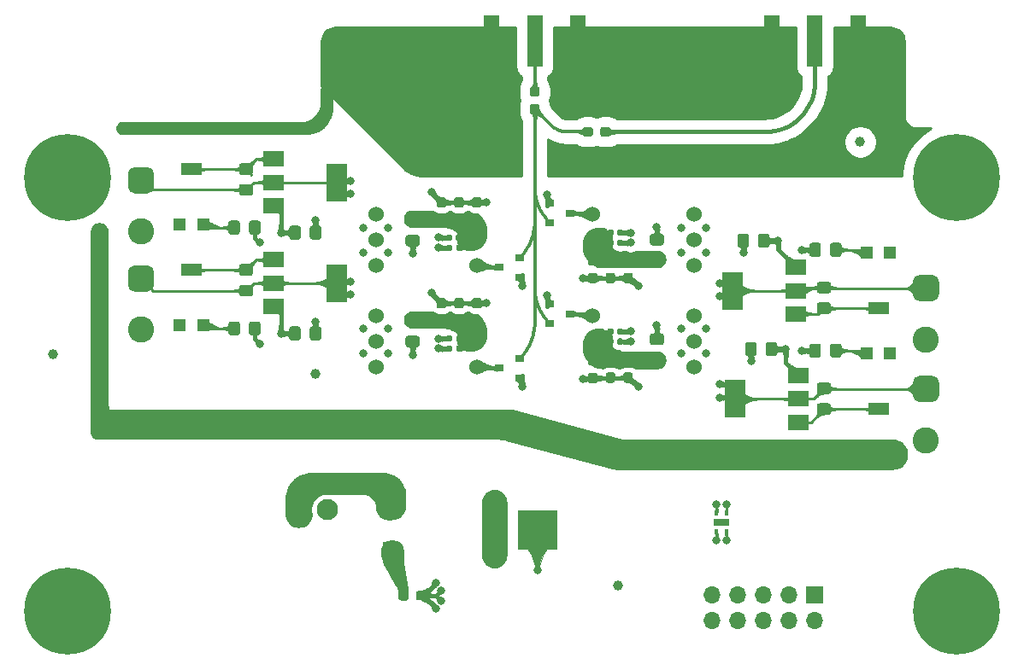
<source format=gbr>
G04 #@! TF.GenerationSoftware,KiCad,Pcbnew,5.1.6-c6e7f7d~87~ubuntu18.04.1*
G04 #@! TF.CreationDate,2021-01-06T14:43:31+00:00*
G04 #@! TF.ProjectId,multi-smtpa,6d756c74-692d-4736-9d74-70612e6b6963,rev?*
G04 #@! TF.SameCoordinates,Original*
G04 #@! TF.FileFunction,Copper,L1,Top*
G04 #@! TF.FilePolarity,Positive*
%FSLAX46Y46*%
G04 Gerber Fmt 4.6, Leading zero omitted, Abs format (unit mm)*
G04 Created by KiCad (PCBNEW 5.1.6-c6e7f7d~87~ubuntu18.04.1) date 2021-01-06 14:43:31*
%MOMM*%
%LPD*%
G01*
G04 APERTURE LIST*
G04 #@! TA.AperFunction,SMDPad,CuDef*
%ADD10R,2.000000X1.500000*%
G04 #@! TD*
G04 #@! TA.AperFunction,SMDPad,CuDef*
%ADD11R,2.000000X3.800000*%
G04 #@! TD*
G04 #@! TA.AperFunction,ComponentPad*
%ADD12C,1.524000*%
G04 #@! TD*
G04 #@! TA.AperFunction,ComponentPad*
%ADD13O,1.700000X1.700000*%
G04 #@! TD*
G04 #@! TA.AperFunction,ComponentPad*
%ADD14R,1.700000X1.700000*%
G04 #@! TD*
G04 #@! TA.AperFunction,SMDPad,CuDef*
%ADD15C,1.000000*%
G04 #@! TD*
G04 #@! TA.AperFunction,SMDPad,CuDef*
%ADD16R,0.400000X0.600000*%
G04 #@! TD*
G04 #@! TA.AperFunction,SMDPad,CuDef*
%ADD17R,1.600000X0.700000*%
G04 #@! TD*
G04 #@! TA.AperFunction,ComponentPad*
%ADD18O,1.600000X1.600000*%
G04 #@! TD*
G04 #@! TA.AperFunction,ComponentPad*
%ADD19C,1.600000*%
G04 #@! TD*
G04 #@! TA.AperFunction,ComponentPad*
%ADD20C,2.600000*%
G04 #@! TD*
G04 #@! TA.AperFunction,SMDPad,CuDef*
%ADD21R,1.300000X1.300000*%
G04 #@! TD*
G04 #@! TA.AperFunction,SMDPad,CuDef*
%ADD22R,2.000000X1.300000*%
G04 #@! TD*
G04 #@! TA.AperFunction,SMDPad,CuDef*
%ADD23R,1.500000X5.080000*%
G04 #@! TD*
G04 #@! TA.AperFunction,SMDPad,CuDef*
%ADD24R,4.000000X4.000000*%
G04 #@! TD*
G04 #@! TA.AperFunction,ComponentPad*
%ADD25C,0.900000*%
G04 #@! TD*
G04 #@! TA.AperFunction,ComponentPad*
%ADD26C,8.600000*%
G04 #@! TD*
G04 #@! TA.AperFunction,SMDPad,CuDef*
%ADD27R,0.900000X0.800000*%
G04 #@! TD*
G04 #@! TA.AperFunction,ComponentPad*
%ADD28C,2.100000*%
G04 #@! TD*
G04 #@! TA.AperFunction,ComponentPad*
%ADD29R,2.100000X2.100000*%
G04 #@! TD*
G04 #@! TA.AperFunction,ComponentPad*
%ADD30O,1.800000X1.800000*%
G04 #@! TD*
G04 #@! TA.AperFunction,ComponentPad*
%ADD31R,1.800000X1.800000*%
G04 #@! TD*
G04 #@! TA.AperFunction,ViaPad*
%ADD32C,0.800000*%
G04 #@! TD*
G04 #@! TA.AperFunction,Conductor*
%ADD33C,0.450000*%
G04 #@! TD*
G04 #@! TA.AperFunction,Conductor*
%ADD34C,0.350000*%
G04 #@! TD*
G04 #@! TA.AperFunction,Conductor*
%ADD35C,0.250000*%
G04 #@! TD*
G04 #@! TA.AperFunction,Conductor*
%ADD36C,0.254000*%
G04 #@! TD*
G04 #@! TA.AperFunction,Conductor*
%ADD37C,0.025400*%
G04 #@! TD*
G04 APERTURE END LIST*
D10*
X178150000Y-69550000D03*
X178150000Y-64950000D03*
X178150000Y-67250000D03*
D11*
X171850000Y-67250000D03*
D10*
X178400000Y-80300000D03*
X178400000Y-75700000D03*
X178400000Y-78000000D03*
D11*
X172100000Y-78000000D03*
D10*
X126350000Y-64200000D03*
X126350000Y-68800000D03*
X126350000Y-66500000D03*
D11*
X132650000Y-66500000D03*
D10*
X126350000Y-54200000D03*
X126350000Y-58800000D03*
X126350000Y-56500000D03*
D11*
X132650000Y-56500000D03*
G04 #@! TA.AperFunction,SMDPad,CuDef*
G36*
G01*
X139775000Y-97262500D02*
X139775000Y-97737500D01*
G75*
G02*
X139537500Y-97975000I-237500J0D01*
G01*
X138962500Y-97975000D01*
G75*
G02*
X138725000Y-97737500I0J237500D01*
G01*
X138725000Y-97262500D01*
G75*
G02*
X138962500Y-97025000I237500J0D01*
G01*
X139537500Y-97025000D01*
G75*
G02*
X139775000Y-97262500I0J-237500D01*
G01*
G37*
G04 #@! TD.AperFunction*
G04 #@! TA.AperFunction,SMDPad,CuDef*
G36*
G01*
X141525000Y-97262500D02*
X141525000Y-97737500D01*
G75*
G02*
X141287500Y-97975000I-237500J0D01*
G01*
X140712500Y-97975000D01*
G75*
G02*
X140475000Y-97737500I0J237500D01*
G01*
X140475000Y-97262500D01*
G75*
G02*
X140712500Y-97025000I237500J0D01*
G01*
X141287500Y-97025000D01*
G75*
G02*
X141525000Y-97262500I0J-237500D01*
G01*
G37*
G04 #@! TD.AperFunction*
D12*
X158000000Y-69710000D03*
X158000000Y-72250000D03*
X168000000Y-69710000D03*
X168000000Y-72250000D03*
X168000000Y-74790000D03*
X146500000Y-74790000D03*
X146500000Y-72250000D03*
X136500000Y-74790000D03*
X136500000Y-72250000D03*
X136500000Y-69710000D03*
X146500000Y-64790000D03*
X146500000Y-62250000D03*
X136500000Y-64790000D03*
X136500000Y-62250000D03*
X136500000Y-59710000D03*
X158000000Y-59710000D03*
X158000000Y-62250000D03*
X168000000Y-59710000D03*
X168000000Y-62250000D03*
X168000000Y-64790000D03*
G04 #@! TA.AperFunction,SMDPad,CuDef*
G36*
G01*
X158025000Y-51262500D02*
X158025000Y-51737500D01*
G75*
G02*
X157787500Y-51975000I-237500J0D01*
G01*
X157212500Y-51975000D01*
G75*
G02*
X156975000Y-51737500I0J237500D01*
G01*
X156975000Y-51262500D01*
G75*
G02*
X157212500Y-51025000I237500J0D01*
G01*
X157787500Y-51025000D01*
G75*
G02*
X158025000Y-51262500I0J-237500D01*
G01*
G37*
G04 #@! TD.AperFunction*
G04 #@! TA.AperFunction,SMDPad,CuDef*
G36*
G01*
X159775000Y-51262500D02*
X159775000Y-51737500D01*
G75*
G02*
X159537500Y-51975000I-237500J0D01*
G01*
X158962500Y-51975000D01*
G75*
G02*
X158725000Y-51737500I0J237500D01*
G01*
X158725000Y-51262500D01*
G75*
G02*
X158962500Y-51025000I237500J0D01*
G01*
X159537500Y-51025000D01*
G75*
G02*
X159775000Y-51262500I0J-237500D01*
G01*
G37*
G04 #@! TD.AperFunction*
D13*
X169840000Y-100000000D03*
X169840000Y-97460000D03*
X172380000Y-100000000D03*
X172380000Y-97460000D03*
X174920000Y-100000000D03*
X174920000Y-97460000D03*
X177460000Y-100000000D03*
X177460000Y-97460000D03*
X180000000Y-100000000D03*
D14*
X180000000Y-97460000D03*
D15*
X104500000Y-73550000D03*
X130500000Y-75500000D03*
X160500000Y-96500000D03*
X184500000Y-52500000D03*
D16*
X171225000Y-89300000D03*
X170275000Y-91200000D03*
X171225000Y-91200000D03*
X170275000Y-89300000D03*
D17*
X170750000Y-90250000D03*
D18*
X138090000Y-88500000D03*
D19*
X148250000Y-88500000D03*
G04 #@! TA.AperFunction,ComponentPad*
G36*
G01*
X190350000Y-65700000D02*
X191650000Y-65700000D01*
G75*
G02*
X192300000Y-66350000I0J-650000D01*
G01*
X192300000Y-67650000D01*
G75*
G02*
X191650000Y-68300000I-650000J0D01*
G01*
X190350000Y-68300000D01*
G75*
G02*
X189700000Y-67650000I0J650000D01*
G01*
X189700000Y-66350000D01*
G75*
G02*
X190350000Y-65700000I650000J0D01*
G01*
G37*
G04 #@! TD.AperFunction*
D20*
X191000000Y-72080000D03*
G04 #@! TA.AperFunction,ComponentPad*
G36*
G01*
X190350000Y-75700000D02*
X191650000Y-75700000D01*
G75*
G02*
X192300000Y-76350000I0J-650000D01*
G01*
X192300000Y-77650000D01*
G75*
G02*
X191650000Y-78300000I-650000J0D01*
G01*
X190350000Y-78300000D01*
G75*
G02*
X189700000Y-77650000I0J650000D01*
G01*
X189700000Y-76350000D01*
G75*
G02*
X190350000Y-75700000I650000J0D01*
G01*
G37*
G04 #@! TD.AperFunction*
X191000000Y-82080000D03*
G04 #@! TA.AperFunction,ComponentPad*
G36*
G01*
X112600000Y-64750000D02*
X113900000Y-64750000D01*
G75*
G02*
X114550000Y-65400000I0J-650000D01*
G01*
X114550000Y-66700000D01*
G75*
G02*
X113900000Y-67350000I-650000J0D01*
G01*
X112600000Y-67350000D01*
G75*
G02*
X111950000Y-66700000I0J650000D01*
G01*
X111950000Y-65400000D01*
G75*
G02*
X112600000Y-64750000I650000J0D01*
G01*
G37*
G04 #@! TD.AperFunction*
X113250000Y-71130000D03*
G04 #@! TA.AperFunction,ComponentPad*
G36*
G01*
X112600000Y-55000000D02*
X113900000Y-55000000D01*
G75*
G02*
X114550000Y-55650000I0J-650000D01*
G01*
X114550000Y-56950000D01*
G75*
G02*
X113900000Y-57600000I-650000J0D01*
G01*
X112600000Y-57600000D01*
G75*
G02*
X111950000Y-56950000I0J650000D01*
G01*
X111950000Y-55650000D01*
G75*
G02*
X112600000Y-55000000I650000J0D01*
G01*
G37*
G04 #@! TD.AperFunction*
X113250000Y-61380000D03*
D21*
X185150000Y-63500000D03*
D22*
X186300000Y-69000000D03*
D21*
X187450000Y-63500000D03*
G04 #@! TA.AperFunction,SMDPad,CuDef*
G36*
G01*
X175525000Y-61849999D02*
X175525000Y-62750001D01*
G75*
G02*
X175275001Y-63000000I-249999J0D01*
G01*
X174624999Y-63000000D01*
G75*
G02*
X174375000Y-62750001I0J249999D01*
G01*
X174375000Y-61849999D01*
G75*
G02*
X174624999Y-61600000I249999J0D01*
G01*
X175275001Y-61600000D01*
G75*
G02*
X175525000Y-61849999I0J-249999D01*
G01*
G37*
G04 #@! TD.AperFunction*
G04 #@! TA.AperFunction,SMDPad,CuDef*
G36*
G01*
X173475000Y-61849999D02*
X173475000Y-62750001D01*
G75*
G02*
X173225001Y-63000000I-249999J0D01*
G01*
X172574999Y-63000000D01*
G75*
G02*
X172325000Y-62750001I0J249999D01*
G01*
X172325000Y-61849999D01*
G75*
G02*
X172574999Y-61600000I249999J0D01*
G01*
X173225001Y-61600000D01*
G75*
G02*
X173475000Y-61849999I0J-249999D01*
G01*
G37*
G04 #@! TD.AperFunction*
G04 #@! TA.AperFunction,SMDPad,CuDef*
G36*
G01*
X181350001Y-69575000D02*
X180449999Y-69575000D01*
G75*
G02*
X180200000Y-69325001I0J249999D01*
G01*
X180200000Y-68674999D01*
G75*
G02*
X180449999Y-68425000I249999J0D01*
G01*
X181350001Y-68425000D01*
G75*
G02*
X181600000Y-68674999I0J-249999D01*
G01*
X181600000Y-69325001D01*
G75*
G02*
X181350001Y-69575000I-249999J0D01*
G01*
G37*
G04 #@! TD.AperFunction*
G04 #@! TA.AperFunction,SMDPad,CuDef*
G36*
G01*
X181350001Y-67525000D02*
X180449999Y-67525000D01*
G75*
G02*
X180200000Y-67275001I0J249999D01*
G01*
X180200000Y-66624999D01*
G75*
G02*
X180449999Y-66375000I249999J0D01*
G01*
X181350001Y-66375000D01*
G75*
G02*
X181600000Y-66624999I0J-249999D01*
G01*
X181600000Y-67275001D01*
G75*
G02*
X181350001Y-67525000I-249999J0D01*
G01*
G37*
G04 #@! TD.AperFunction*
G04 #@! TA.AperFunction,SMDPad,CuDef*
G36*
G01*
X182650000Y-62749999D02*
X182650000Y-63650001D01*
G75*
G02*
X182400001Y-63900000I-249999J0D01*
G01*
X181749999Y-63900000D01*
G75*
G02*
X181500000Y-63650001I0J249999D01*
G01*
X181500000Y-62749999D01*
G75*
G02*
X181749999Y-62500000I249999J0D01*
G01*
X182400001Y-62500000D01*
G75*
G02*
X182650000Y-62749999I0J-249999D01*
G01*
G37*
G04 #@! TD.AperFunction*
G04 #@! TA.AperFunction,SMDPad,CuDef*
G36*
G01*
X180600000Y-62749999D02*
X180600000Y-63650001D01*
G75*
G02*
X180350001Y-63900000I-249999J0D01*
G01*
X179699999Y-63900000D01*
G75*
G02*
X179450000Y-63650001I0J249999D01*
G01*
X179450000Y-62749999D01*
G75*
G02*
X179699999Y-62500000I249999J0D01*
G01*
X180350001Y-62500000D01*
G75*
G02*
X180600000Y-62749999I0J-249999D01*
G01*
G37*
G04 #@! TD.AperFunction*
X185150000Y-73500000D03*
D22*
X186300000Y-79000000D03*
D21*
X187450000Y-73500000D03*
G04 #@! TA.AperFunction,SMDPad,CuDef*
G36*
G01*
X176275000Y-72599999D02*
X176275000Y-73500001D01*
G75*
G02*
X176025001Y-73750000I-249999J0D01*
G01*
X175374999Y-73750000D01*
G75*
G02*
X175125000Y-73500001I0J249999D01*
G01*
X175125000Y-72599999D01*
G75*
G02*
X175374999Y-72350000I249999J0D01*
G01*
X176025001Y-72350000D01*
G75*
G02*
X176275000Y-72599999I0J-249999D01*
G01*
G37*
G04 #@! TD.AperFunction*
G04 #@! TA.AperFunction,SMDPad,CuDef*
G36*
G01*
X174225000Y-72599999D02*
X174225000Y-73500001D01*
G75*
G02*
X173975001Y-73750000I-249999J0D01*
G01*
X173324999Y-73750000D01*
G75*
G02*
X173075000Y-73500001I0J249999D01*
G01*
X173075000Y-72599999D01*
G75*
G02*
X173324999Y-72350000I249999J0D01*
G01*
X173975001Y-72350000D01*
G75*
G02*
X174225000Y-72599999I0J-249999D01*
G01*
G37*
G04 #@! TD.AperFunction*
G04 #@! TA.AperFunction,SMDPad,CuDef*
G36*
G01*
X181350001Y-79575000D02*
X180449999Y-79575000D01*
G75*
G02*
X180200000Y-79325001I0J249999D01*
G01*
X180200000Y-78674999D01*
G75*
G02*
X180449999Y-78425000I249999J0D01*
G01*
X181350001Y-78425000D01*
G75*
G02*
X181600000Y-78674999I0J-249999D01*
G01*
X181600000Y-79325001D01*
G75*
G02*
X181350001Y-79575000I-249999J0D01*
G01*
G37*
G04 #@! TD.AperFunction*
G04 #@! TA.AperFunction,SMDPad,CuDef*
G36*
G01*
X181350001Y-77525000D02*
X180449999Y-77525000D01*
G75*
G02*
X180200000Y-77275001I0J249999D01*
G01*
X180200000Y-76624999D01*
G75*
G02*
X180449999Y-76375000I249999J0D01*
G01*
X181350001Y-76375000D01*
G75*
G02*
X181600000Y-76624999I0J-249999D01*
G01*
X181600000Y-77275001D01*
G75*
G02*
X181350001Y-77525000I-249999J0D01*
G01*
G37*
G04 #@! TD.AperFunction*
G04 #@! TA.AperFunction,SMDPad,CuDef*
G36*
G01*
X182650000Y-72749999D02*
X182650000Y-73650001D01*
G75*
G02*
X182400001Y-73900000I-249999J0D01*
G01*
X181749999Y-73900000D01*
G75*
G02*
X181500000Y-73650001I0J249999D01*
G01*
X181500000Y-72749999D01*
G75*
G02*
X181749999Y-72500000I249999J0D01*
G01*
X182400001Y-72500000D01*
G75*
G02*
X182650000Y-72749999I0J-249999D01*
G01*
G37*
G04 #@! TD.AperFunction*
G04 #@! TA.AperFunction,SMDPad,CuDef*
G36*
G01*
X180600000Y-72749999D02*
X180600000Y-73650001D01*
G75*
G02*
X180350001Y-73900000I-249999J0D01*
G01*
X179699999Y-73900000D01*
G75*
G02*
X179450000Y-73650001I0J249999D01*
G01*
X179450000Y-72749999D01*
G75*
G02*
X179699999Y-72500000I249999J0D01*
G01*
X180350001Y-72500000D01*
G75*
G02*
X180600000Y-72749999I0J-249999D01*
G01*
G37*
G04 #@! TD.AperFunction*
X119400000Y-70700000D03*
D22*
X118250000Y-65200000D03*
D21*
X117100000Y-70700000D03*
G04 #@! TA.AperFunction,SMDPad,CuDef*
G36*
G01*
X127925000Y-71950001D02*
X127925000Y-71049999D01*
G75*
G02*
X128174999Y-70800000I249999J0D01*
G01*
X128825001Y-70800000D01*
G75*
G02*
X129075000Y-71049999I0J-249999D01*
G01*
X129075000Y-71950001D01*
G75*
G02*
X128825001Y-72200000I-249999J0D01*
G01*
X128174999Y-72200000D01*
G75*
G02*
X127925000Y-71950001I0J249999D01*
G01*
G37*
G04 #@! TD.AperFunction*
G04 #@! TA.AperFunction,SMDPad,CuDef*
G36*
G01*
X129975000Y-71950001D02*
X129975000Y-71049999D01*
G75*
G02*
X130224999Y-70800000I249999J0D01*
G01*
X130875001Y-70800000D01*
G75*
G02*
X131125000Y-71049999I0J-249999D01*
G01*
X131125000Y-71950001D01*
G75*
G02*
X130875001Y-72200000I-249999J0D01*
G01*
X130224999Y-72200000D01*
G75*
G02*
X129975000Y-71950001I0J249999D01*
G01*
G37*
G04 #@! TD.AperFunction*
G04 #@! TA.AperFunction,SMDPad,CuDef*
G36*
G01*
X123199999Y-64625000D02*
X124100001Y-64625000D01*
G75*
G02*
X124350000Y-64874999I0J-249999D01*
G01*
X124350000Y-65525001D01*
G75*
G02*
X124100001Y-65775000I-249999J0D01*
G01*
X123199999Y-65775000D01*
G75*
G02*
X122950000Y-65525001I0J249999D01*
G01*
X122950000Y-64874999D01*
G75*
G02*
X123199999Y-64625000I249999J0D01*
G01*
G37*
G04 #@! TD.AperFunction*
G04 #@! TA.AperFunction,SMDPad,CuDef*
G36*
G01*
X123199999Y-66675000D02*
X124100001Y-66675000D01*
G75*
G02*
X124350000Y-66924999I0J-249999D01*
G01*
X124350000Y-67575001D01*
G75*
G02*
X124100001Y-67825000I-249999J0D01*
G01*
X123199999Y-67825000D01*
G75*
G02*
X122950000Y-67575001I0J249999D01*
G01*
X122950000Y-66924999D01*
G75*
G02*
X123199999Y-66675000I249999J0D01*
G01*
G37*
G04 #@! TD.AperFunction*
G04 #@! TA.AperFunction,SMDPad,CuDef*
G36*
G01*
X121900000Y-71450001D02*
X121900000Y-70549999D01*
G75*
G02*
X122149999Y-70300000I249999J0D01*
G01*
X122800001Y-70300000D01*
G75*
G02*
X123050000Y-70549999I0J-249999D01*
G01*
X123050000Y-71450001D01*
G75*
G02*
X122800001Y-71700000I-249999J0D01*
G01*
X122149999Y-71700000D01*
G75*
G02*
X121900000Y-71450001I0J249999D01*
G01*
G37*
G04 #@! TD.AperFunction*
G04 #@! TA.AperFunction,SMDPad,CuDef*
G36*
G01*
X123950000Y-71450001D02*
X123950000Y-70549999D01*
G75*
G02*
X124199999Y-70300000I249999J0D01*
G01*
X124850001Y-70300000D01*
G75*
G02*
X125100000Y-70549999I0J-249999D01*
G01*
X125100000Y-71450001D01*
G75*
G02*
X124850001Y-71700000I-249999J0D01*
G01*
X124199999Y-71700000D01*
G75*
G02*
X123950000Y-71450001I0J249999D01*
G01*
G37*
G04 #@! TD.AperFunction*
G04 #@! TA.AperFunction,SMDPad,CuDef*
G36*
G01*
X123950000Y-61450001D02*
X123950000Y-60549999D01*
G75*
G02*
X124199999Y-60300000I249999J0D01*
G01*
X124850001Y-60300000D01*
G75*
G02*
X125100000Y-60549999I0J-249999D01*
G01*
X125100000Y-61450001D01*
G75*
G02*
X124850001Y-61700000I-249999J0D01*
G01*
X124199999Y-61700000D01*
G75*
G02*
X123950000Y-61450001I0J249999D01*
G01*
G37*
G04 #@! TD.AperFunction*
G04 #@! TA.AperFunction,SMDPad,CuDef*
G36*
G01*
X121900000Y-61450001D02*
X121900000Y-60549999D01*
G75*
G02*
X122149999Y-60300000I249999J0D01*
G01*
X122800001Y-60300000D01*
G75*
G02*
X123050000Y-60549999I0J-249999D01*
G01*
X123050000Y-61450001D01*
G75*
G02*
X122800001Y-61700000I-249999J0D01*
G01*
X122149999Y-61700000D01*
G75*
G02*
X121900000Y-61450001I0J249999D01*
G01*
G37*
G04 #@! TD.AperFunction*
G04 #@! TA.AperFunction,SMDPad,CuDef*
G36*
G01*
X164800001Y-64825000D02*
X163899999Y-64825000D01*
G75*
G02*
X163650000Y-64575001I0J249999D01*
G01*
X163650000Y-63924999D01*
G75*
G02*
X163899999Y-63675000I249999J0D01*
G01*
X164800001Y-63675000D01*
G75*
G02*
X165050000Y-63924999I0J-249999D01*
G01*
X165050000Y-64575001D01*
G75*
G02*
X164800001Y-64825000I-249999J0D01*
G01*
G37*
G04 #@! TD.AperFunction*
G04 #@! TA.AperFunction,SMDPad,CuDef*
G36*
G01*
X164800001Y-62775000D02*
X163899999Y-62775000D01*
G75*
G02*
X163650000Y-62525001I0J249999D01*
G01*
X163650000Y-61874999D01*
G75*
G02*
X163899999Y-61625000I249999J0D01*
G01*
X164800001Y-61625000D01*
G75*
G02*
X165050000Y-61874999I0J-249999D01*
G01*
X165050000Y-62525001D01*
G75*
G02*
X164800001Y-62775000I-249999J0D01*
G01*
G37*
G04 #@! TD.AperFunction*
G04 #@! TA.AperFunction,SMDPad,CuDef*
G36*
G01*
X164800001Y-74700000D02*
X163899999Y-74700000D01*
G75*
G02*
X163650000Y-74450001I0J249999D01*
G01*
X163650000Y-73799999D01*
G75*
G02*
X163899999Y-73550000I249999J0D01*
G01*
X164800001Y-73550000D01*
G75*
G02*
X165050000Y-73799999I0J-249999D01*
G01*
X165050000Y-74450001D01*
G75*
G02*
X164800001Y-74700000I-249999J0D01*
G01*
G37*
G04 #@! TD.AperFunction*
G04 #@! TA.AperFunction,SMDPad,CuDef*
G36*
G01*
X164800001Y-72650000D02*
X163899999Y-72650000D01*
G75*
G02*
X163650000Y-72400001I0J249999D01*
G01*
X163650000Y-71749999D01*
G75*
G02*
X163899999Y-71500000I249999J0D01*
G01*
X164800001Y-71500000D01*
G75*
G02*
X165050000Y-71749999I0J-249999D01*
G01*
X165050000Y-72400001D01*
G75*
G02*
X164800001Y-72650000I-249999J0D01*
G01*
G37*
G04 #@! TD.AperFunction*
G04 #@! TA.AperFunction,SMDPad,CuDef*
G36*
G01*
X139699999Y-69675000D02*
X140600001Y-69675000D01*
G75*
G02*
X140850000Y-69924999I0J-249999D01*
G01*
X140850000Y-70575001D01*
G75*
G02*
X140600001Y-70825000I-249999J0D01*
G01*
X139699999Y-70825000D01*
G75*
G02*
X139450000Y-70575001I0J249999D01*
G01*
X139450000Y-69924999D01*
G75*
G02*
X139699999Y-69675000I249999J0D01*
G01*
G37*
G04 #@! TD.AperFunction*
G04 #@! TA.AperFunction,SMDPad,CuDef*
G36*
G01*
X139699999Y-71725000D02*
X140600001Y-71725000D01*
G75*
G02*
X140850000Y-71974999I0J-249999D01*
G01*
X140850000Y-72625001D01*
G75*
G02*
X140600001Y-72875000I-249999J0D01*
G01*
X139699999Y-72875000D01*
G75*
G02*
X139450000Y-72625001I0J249999D01*
G01*
X139450000Y-71974999D01*
G75*
G02*
X139699999Y-71725000I249999J0D01*
G01*
G37*
G04 #@! TD.AperFunction*
D23*
X184250000Y-42500000D03*
X175750000Y-42500000D03*
X180000000Y-42500000D03*
G04 #@! TA.AperFunction,SMDPad,CuDef*
G36*
G01*
X159455000Y-71472500D02*
X159455000Y-71127500D01*
G75*
G02*
X159602500Y-70980000I147500J0D01*
G01*
X159897500Y-70980000D01*
G75*
G02*
X160045000Y-71127500I0J-147500D01*
G01*
X160045000Y-71472500D01*
G75*
G02*
X159897500Y-71620000I-147500J0D01*
G01*
X159602500Y-71620000D01*
G75*
G02*
X159455000Y-71472500I0J147500D01*
G01*
G37*
G04 #@! TD.AperFunction*
G04 #@! TA.AperFunction,SMDPad,CuDef*
G36*
G01*
X160425000Y-71472500D02*
X160425000Y-71127500D01*
G75*
G02*
X160572500Y-70980000I147500J0D01*
G01*
X160867500Y-70980000D01*
G75*
G02*
X161015000Y-71127500I0J-147500D01*
G01*
X161015000Y-71472500D01*
G75*
G02*
X160867500Y-71620000I-147500J0D01*
G01*
X160572500Y-71620000D01*
G75*
G02*
X160425000Y-71472500I0J147500D01*
G01*
G37*
G04 #@! TD.AperFunction*
G04 #@! TA.AperFunction,SMDPad,CuDef*
G36*
G01*
X145045000Y-62827500D02*
X145045000Y-63172500D01*
G75*
G02*
X144897500Y-63320000I-147500J0D01*
G01*
X144602500Y-63320000D01*
G75*
G02*
X144455000Y-63172500I0J147500D01*
G01*
X144455000Y-62827500D01*
G75*
G02*
X144602500Y-62680000I147500J0D01*
G01*
X144897500Y-62680000D01*
G75*
G02*
X145045000Y-62827500I0J-147500D01*
G01*
G37*
G04 #@! TD.AperFunction*
G04 #@! TA.AperFunction,SMDPad,CuDef*
G36*
G01*
X144075000Y-62827500D02*
X144075000Y-63172500D01*
G75*
G02*
X143927500Y-63320000I-147500J0D01*
G01*
X143632500Y-63320000D01*
G75*
G02*
X143485000Y-63172500I0J147500D01*
G01*
X143485000Y-62827500D01*
G75*
G02*
X143632500Y-62680000I147500J0D01*
G01*
X143927500Y-62680000D01*
G75*
G02*
X144075000Y-62827500I0J-147500D01*
G01*
G37*
G04 #@! TD.AperFunction*
G04 #@! TA.AperFunction,SMDPad,CuDef*
G36*
G01*
X159455000Y-61672500D02*
X159455000Y-61327500D01*
G75*
G02*
X159602500Y-61180000I147500J0D01*
G01*
X159897500Y-61180000D01*
G75*
G02*
X160045000Y-61327500I0J-147500D01*
G01*
X160045000Y-61672500D01*
G75*
G02*
X159897500Y-61820000I-147500J0D01*
G01*
X159602500Y-61820000D01*
G75*
G02*
X159455000Y-61672500I0J147500D01*
G01*
G37*
G04 #@! TD.AperFunction*
G04 #@! TA.AperFunction,SMDPad,CuDef*
G36*
G01*
X160425000Y-61672500D02*
X160425000Y-61327500D01*
G75*
G02*
X160572500Y-61180000I147500J0D01*
G01*
X160867500Y-61180000D01*
G75*
G02*
X161015000Y-61327500I0J-147500D01*
G01*
X161015000Y-61672500D01*
G75*
G02*
X160867500Y-61820000I-147500J0D01*
G01*
X160572500Y-61820000D01*
G75*
G02*
X160425000Y-61672500I0J147500D01*
G01*
G37*
G04 #@! TD.AperFunction*
G04 #@! TA.AperFunction,SMDPad,CuDef*
G36*
G01*
X145045000Y-72827500D02*
X145045000Y-73172500D01*
G75*
G02*
X144897500Y-73320000I-147500J0D01*
G01*
X144602500Y-73320000D01*
G75*
G02*
X144455000Y-73172500I0J147500D01*
G01*
X144455000Y-72827500D01*
G75*
G02*
X144602500Y-72680000I147500J0D01*
G01*
X144897500Y-72680000D01*
G75*
G02*
X145045000Y-72827500I0J-147500D01*
G01*
G37*
G04 #@! TD.AperFunction*
G04 #@! TA.AperFunction,SMDPad,CuDef*
G36*
G01*
X144075000Y-72827500D02*
X144075000Y-73172500D01*
G75*
G02*
X143927500Y-73320000I-147500J0D01*
G01*
X143632500Y-73320000D01*
G75*
G02*
X143485000Y-73172500I0J147500D01*
G01*
X143485000Y-72827500D01*
G75*
G02*
X143632500Y-72680000I147500J0D01*
G01*
X143927500Y-72680000D01*
G75*
G02*
X144075000Y-72827500I0J-147500D01*
G01*
G37*
G04 #@! TD.AperFunction*
G04 #@! TA.AperFunction,SMDPad,CuDef*
G36*
G01*
X159455000Y-72472500D02*
X159455000Y-72127500D01*
G75*
G02*
X159602500Y-71980000I147500J0D01*
G01*
X159897500Y-71980000D01*
G75*
G02*
X160045000Y-72127500I0J-147500D01*
G01*
X160045000Y-72472500D01*
G75*
G02*
X159897500Y-72620000I-147500J0D01*
G01*
X159602500Y-72620000D01*
G75*
G02*
X159455000Y-72472500I0J147500D01*
G01*
G37*
G04 #@! TD.AperFunction*
G04 #@! TA.AperFunction,SMDPad,CuDef*
G36*
G01*
X160425000Y-72472500D02*
X160425000Y-72127500D01*
G75*
G02*
X160572500Y-71980000I147500J0D01*
G01*
X160867500Y-71980000D01*
G75*
G02*
X161015000Y-72127500I0J-147500D01*
G01*
X161015000Y-72472500D01*
G75*
G02*
X160867500Y-72620000I-147500J0D01*
G01*
X160572500Y-72620000D01*
G75*
G02*
X160425000Y-72472500I0J147500D01*
G01*
G37*
G04 #@! TD.AperFunction*
G04 #@! TA.AperFunction,SMDPad,CuDef*
G36*
G01*
X145030000Y-61827500D02*
X145030000Y-62172500D01*
G75*
G02*
X144882500Y-62320000I-147500J0D01*
G01*
X144587500Y-62320000D01*
G75*
G02*
X144440000Y-62172500I0J147500D01*
G01*
X144440000Y-61827500D01*
G75*
G02*
X144587500Y-61680000I147500J0D01*
G01*
X144882500Y-61680000D01*
G75*
G02*
X145030000Y-61827500I0J-147500D01*
G01*
G37*
G04 #@! TD.AperFunction*
G04 #@! TA.AperFunction,SMDPad,CuDef*
G36*
G01*
X144060000Y-61827500D02*
X144060000Y-62172500D01*
G75*
G02*
X143912500Y-62320000I-147500J0D01*
G01*
X143617500Y-62320000D01*
G75*
G02*
X143470000Y-62172500I0J147500D01*
G01*
X143470000Y-61827500D01*
G75*
G02*
X143617500Y-61680000I147500J0D01*
G01*
X143912500Y-61680000D01*
G75*
G02*
X144060000Y-61827500I0J-147500D01*
G01*
G37*
G04 #@! TD.AperFunction*
G04 #@! TA.AperFunction,SMDPad,CuDef*
G36*
G01*
X159455000Y-62672500D02*
X159455000Y-62327500D01*
G75*
G02*
X159602500Y-62180000I147500J0D01*
G01*
X159897500Y-62180000D01*
G75*
G02*
X160045000Y-62327500I0J-147500D01*
G01*
X160045000Y-62672500D01*
G75*
G02*
X159897500Y-62820000I-147500J0D01*
G01*
X159602500Y-62820000D01*
G75*
G02*
X159455000Y-62672500I0J147500D01*
G01*
G37*
G04 #@! TD.AperFunction*
G04 #@! TA.AperFunction,SMDPad,CuDef*
G36*
G01*
X160425000Y-62672500D02*
X160425000Y-62327500D01*
G75*
G02*
X160572500Y-62180000I147500J0D01*
G01*
X160867500Y-62180000D01*
G75*
G02*
X161015000Y-62327500I0J-147500D01*
G01*
X161015000Y-62672500D01*
G75*
G02*
X160867500Y-62820000I-147500J0D01*
G01*
X160572500Y-62820000D01*
G75*
G02*
X160425000Y-62672500I0J147500D01*
G01*
G37*
G04 #@! TD.AperFunction*
G04 #@! TA.AperFunction,SMDPad,CuDef*
G36*
G01*
X145045000Y-71827500D02*
X145045000Y-72172500D01*
G75*
G02*
X144897500Y-72320000I-147500J0D01*
G01*
X144602500Y-72320000D01*
G75*
G02*
X144455000Y-72172500I0J147500D01*
G01*
X144455000Y-71827500D01*
G75*
G02*
X144602500Y-71680000I147500J0D01*
G01*
X144897500Y-71680000D01*
G75*
G02*
X145045000Y-71827500I0J-147500D01*
G01*
G37*
G04 #@! TD.AperFunction*
G04 #@! TA.AperFunction,SMDPad,CuDef*
G36*
G01*
X144075000Y-71827500D02*
X144075000Y-72172500D01*
G75*
G02*
X143927500Y-72320000I-147500J0D01*
G01*
X143632500Y-72320000D01*
G75*
G02*
X143485000Y-72172500I0J147500D01*
G01*
X143485000Y-71827500D01*
G75*
G02*
X143632500Y-71680000I147500J0D01*
G01*
X143927500Y-71680000D01*
G75*
G02*
X144075000Y-71827500I0J-147500D01*
G01*
G37*
G04 #@! TD.AperFunction*
D21*
X117100000Y-60700000D03*
D22*
X118250000Y-55200000D03*
D21*
X119400000Y-60700000D03*
D24*
X152500000Y-91000000D03*
D25*
X108280419Y-53719581D03*
X106000000Y-52775000D03*
X103719581Y-53719581D03*
X102775000Y-56000000D03*
X103719581Y-58280419D03*
X106000000Y-59225000D03*
X108280419Y-58280419D03*
X109225000Y-56000000D03*
D26*
X106000000Y-56000000D03*
D25*
X196280419Y-53719581D03*
X194000000Y-52775000D03*
X191719581Y-53719581D03*
X190775000Y-56000000D03*
X191719581Y-58280419D03*
X194000000Y-59225000D03*
X196280419Y-58280419D03*
X197225000Y-56000000D03*
D26*
X194000000Y-56000000D03*
D25*
X108280419Y-96719581D03*
X106000000Y-95775000D03*
X103719581Y-96719581D03*
X102775000Y-99000000D03*
X103719581Y-101280419D03*
X106000000Y-102225000D03*
X108280419Y-101280419D03*
X109225000Y-99000000D03*
D26*
X106000000Y-99000000D03*
D25*
X196280419Y-96719581D03*
X194000000Y-95775000D03*
X191719581Y-96719581D03*
X190775000Y-99000000D03*
X191719581Y-101280419D03*
X194000000Y-102225000D03*
X196280419Y-101280419D03*
X197225000Y-99000000D03*
D26*
X194000000Y-99000000D03*
G04 #@! TA.AperFunction,SMDPad,CuDef*
G36*
G01*
X146737500Y-59025000D02*
X146262500Y-59025000D01*
G75*
G02*
X146025000Y-58787500I0J237500D01*
G01*
X146025000Y-58212500D01*
G75*
G02*
X146262500Y-57975000I237500J0D01*
G01*
X146737500Y-57975000D01*
G75*
G02*
X146975000Y-58212500I0J-237500D01*
G01*
X146975000Y-58787500D01*
G75*
G02*
X146737500Y-59025000I-237500J0D01*
G01*
G37*
G04 #@! TD.AperFunction*
G04 #@! TA.AperFunction,SMDPad,CuDef*
G36*
G01*
X146737500Y-60775000D02*
X146262500Y-60775000D01*
G75*
G02*
X146025000Y-60537500I0J237500D01*
G01*
X146025000Y-59962500D01*
G75*
G02*
X146262500Y-59725000I237500J0D01*
G01*
X146737500Y-59725000D01*
G75*
G02*
X146975000Y-59962500I0J-237500D01*
G01*
X146975000Y-60537500D01*
G75*
G02*
X146737500Y-60775000I-237500J0D01*
G01*
G37*
G04 #@! TD.AperFunction*
G04 #@! TA.AperFunction,SMDPad,CuDef*
G36*
G01*
X157762500Y-65475000D02*
X158237500Y-65475000D01*
G75*
G02*
X158475000Y-65712500I0J-237500D01*
G01*
X158475000Y-66287500D01*
G75*
G02*
X158237500Y-66525000I-237500J0D01*
G01*
X157762500Y-66525000D01*
G75*
G02*
X157525000Y-66287500I0J237500D01*
G01*
X157525000Y-65712500D01*
G75*
G02*
X157762500Y-65475000I237500J0D01*
G01*
G37*
G04 #@! TD.AperFunction*
G04 #@! TA.AperFunction,SMDPad,CuDef*
G36*
G01*
X157762500Y-63725000D02*
X158237500Y-63725000D01*
G75*
G02*
X158475000Y-63962500I0J-237500D01*
G01*
X158475000Y-64537500D01*
G75*
G02*
X158237500Y-64775000I-237500J0D01*
G01*
X157762500Y-64775000D01*
G75*
G02*
X157525000Y-64537500I0J237500D01*
G01*
X157525000Y-63962500D01*
G75*
G02*
X157762500Y-63725000I237500J0D01*
G01*
G37*
G04 #@! TD.AperFunction*
G04 #@! TA.AperFunction,SMDPad,CuDef*
G36*
G01*
X144987500Y-59025000D02*
X144512500Y-59025000D01*
G75*
G02*
X144275000Y-58787500I0J237500D01*
G01*
X144275000Y-58212500D01*
G75*
G02*
X144512500Y-57975000I237500J0D01*
G01*
X144987500Y-57975000D01*
G75*
G02*
X145225000Y-58212500I0J-237500D01*
G01*
X145225000Y-58787500D01*
G75*
G02*
X144987500Y-59025000I-237500J0D01*
G01*
G37*
G04 #@! TD.AperFunction*
G04 #@! TA.AperFunction,SMDPad,CuDef*
G36*
G01*
X144987500Y-60775000D02*
X144512500Y-60775000D01*
G75*
G02*
X144275000Y-60537500I0J237500D01*
G01*
X144275000Y-59962500D01*
G75*
G02*
X144512500Y-59725000I237500J0D01*
G01*
X144987500Y-59725000D01*
G75*
G02*
X145225000Y-59962500I0J-237500D01*
G01*
X145225000Y-60537500D01*
G75*
G02*
X144987500Y-60775000I-237500J0D01*
G01*
G37*
G04 #@! TD.AperFunction*
G04 #@! TA.AperFunction,SMDPad,CuDef*
G36*
G01*
X159512500Y-65475000D02*
X159987500Y-65475000D01*
G75*
G02*
X160225000Y-65712500I0J-237500D01*
G01*
X160225000Y-66287500D01*
G75*
G02*
X159987500Y-66525000I-237500J0D01*
G01*
X159512500Y-66525000D01*
G75*
G02*
X159275000Y-66287500I0J237500D01*
G01*
X159275000Y-65712500D01*
G75*
G02*
X159512500Y-65475000I237500J0D01*
G01*
G37*
G04 #@! TD.AperFunction*
G04 #@! TA.AperFunction,SMDPad,CuDef*
G36*
G01*
X159512500Y-63725000D02*
X159987500Y-63725000D01*
G75*
G02*
X160225000Y-63962500I0J-237500D01*
G01*
X160225000Y-64537500D01*
G75*
G02*
X159987500Y-64775000I-237500J0D01*
G01*
X159512500Y-64775000D01*
G75*
G02*
X159275000Y-64537500I0J237500D01*
G01*
X159275000Y-63962500D01*
G75*
G02*
X159512500Y-63725000I237500J0D01*
G01*
G37*
G04 #@! TD.AperFunction*
G04 #@! TA.AperFunction,SMDPad,CuDef*
G36*
G01*
X143237500Y-59025000D02*
X142762500Y-59025000D01*
G75*
G02*
X142525000Y-58787500I0J237500D01*
G01*
X142525000Y-58212500D01*
G75*
G02*
X142762500Y-57975000I237500J0D01*
G01*
X143237500Y-57975000D01*
G75*
G02*
X143475000Y-58212500I0J-237500D01*
G01*
X143475000Y-58787500D01*
G75*
G02*
X143237500Y-59025000I-237500J0D01*
G01*
G37*
G04 #@! TD.AperFunction*
G04 #@! TA.AperFunction,SMDPad,CuDef*
G36*
G01*
X143237500Y-60775000D02*
X142762500Y-60775000D01*
G75*
G02*
X142525000Y-60537500I0J237500D01*
G01*
X142525000Y-59962500D01*
G75*
G02*
X142762500Y-59725000I237500J0D01*
G01*
X143237500Y-59725000D01*
G75*
G02*
X143475000Y-59962500I0J-237500D01*
G01*
X143475000Y-60537500D01*
G75*
G02*
X143237500Y-60775000I-237500J0D01*
G01*
G37*
G04 #@! TD.AperFunction*
G04 #@! TA.AperFunction,SMDPad,CuDef*
G36*
G01*
X161262500Y-65475000D02*
X161737500Y-65475000D01*
G75*
G02*
X161975000Y-65712500I0J-237500D01*
G01*
X161975000Y-66287500D01*
G75*
G02*
X161737500Y-66525000I-237500J0D01*
G01*
X161262500Y-66525000D01*
G75*
G02*
X161025000Y-66287500I0J237500D01*
G01*
X161025000Y-65712500D01*
G75*
G02*
X161262500Y-65475000I237500J0D01*
G01*
G37*
G04 #@! TD.AperFunction*
G04 #@! TA.AperFunction,SMDPad,CuDef*
G36*
G01*
X161262500Y-63725000D02*
X161737500Y-63725000D01*
G75*
G02*
X161975000Y-63962500I0J-237500D01*
G01*
X161975000Y-64537500D01*
G75*
G02*
X161737500Y-64775000I-237500J0D01*
G01*
X161262500Y-64775000D01*
G75*
G02*
X161025000Y-64537500I0J237500D01*
G01*
X161025000Y-63962500D01*
G75*
G02*
X161262500Y-63725000I237500J0D01*
G01*
G37*
G04 #@! TD.AperFunction*
G04 #@! TA.AperFunction,SMDPad,CuDef*
G36*
G01*
X157762500Y-75400000D02*
X158237500Y-75400000D01*
G75*
G02*
X158475000Y-75637500I0J-237500D01*
G01*
X158475000Y-76212500D01*
G75*
G02*
X158237500Y-76450000I-237500J0D01*
G01*
X157762500Y-76450000D01*
G75*
G02*
X157525000Y-76212500I0J237500D01*
G01*
X157525000Y-75637500D01*
G75*
G02*
X157762500Y-75400000I237500J0D01*
G01*
G37*
G04 #@! TD.AperFunction*
G04 #@! TA.AperFunction,SMDPad,CuDef*
G36*
G01*
X157762500Y-73650000D02*
X158237500Y-73650000D01*
G75*
G02*
X158475000Y-73887500I0J-237500D01*
G01*
X158475000Y-74462500D01*
G75*
G02*
X158237500Y-74700000I-237500J0D01*
G01*
X157762500Y-74700000D01*
G75*
G02*
X157525000Y-74462500I0J237500D01*
G01*
X157525000Y-73887500D01*
G75*
G02*
X157762500Y-73650000I237500J0D01*
G01*
G37*
G04 #@! TD.AperFunction*
G04 #@! TA.AperFunction,SMDPad,CuDef*
G36*
G01*
X159512500Y-75350000D02*
X159987500Y-75350000D01*
G75*
G02*
X160225000Y-75587500I0J-237500D01*
G01*
X160225000Y-76162500D01*
G75*
G02*
X159987500Y-76400000I-237500J0D01*
G01*
X159512500Y-76400000D01*
G75*
G02*
X159275000Y-76162500I0J237500D01*
G01*
X159275000Y-75587500D01*
G75*
G02*
X159512500Y-75350000I237500J0D01*
G01*
G37*
G04 #@! TD.AperFunction*
G04 #@! TA.AperFunction,SMDPad,CuDef*
G36*
G01*
X159512500Y-73600000D02*
X159987500Y-73600000D01*
G75*
G02*
X160225000Y-73837500I0J-237500D01*
G01*
X160225000Y-74412500D01*
G75*
G02*
X159987500Y-74650000I-237500J0D01*
G01*
X159512500Y-74650000D01*
G75*
G02*
X159275000Y-74412500I0J237500D01*
G01*
X159275000Y-73837500D01*
G75*
G02*
X159512500Y-73600000I237500J0D01*
G01*
G37*
G04 #@! TD.AperFunction*
G04 #@! TA.AperFunction,SMDPad,CuDef*
G36*
G01*
X161262500Y-75350000D02*
X161737500Y-75350000D01*
G75*
G02*
X161975000Y-75587500I0J-237500D01*
G01*
X161975000Y-76162500D01*
G75*
G02*
X161737500Y-76400000I-237500J0D01*
G01*
X161262500Y-76400000D01*
G75*
G02*
X161025000Y-76162500I0J237500D01*
G01*
X161025000Y-75587500D01*
G75*
G02*
X161262500Y-75350000I237500J0D01*
G01*
G37*
G04 #@! TD.AperFunction*
G04 #@! TA.AperFunction,SMDPad,CuDef*
G36*
G01*
X161262500Y-73600000D02*
X161737500Y-73600000D01*
G75*
G02*
X161975000Y-73837500I0J-237500D01*
G01*
X161975000Y-74412500D01*
G75*
G02*
X161737500Y-74650000I-237500J0D01*
G01*
X161262500Y-74650000D01*
G75*
G02*
X161025000Y-74412500I0J237500D01*
G01*
X161025000Y-73837500D01*
G75*
G02*
X161262500Y-73600000I237500J0D01*
G01*
G37*
G04 #@! TD.AperFunction*
G04 #@! TA.AperFunction,SMDPad,CuDef*
G36*
G01*
X146737500Y-69025000D02*
X146262500Y-69025000D01*
G75*
G02*
X146025000Y-68787500I0J237500D01*
G01*
X146025000Y-68212500D01*
G75*
G02*
X146262500Y-67975000I237500J0D01*
G01*
X146737500Y-67975000D01*
G75*
G02*
X146975000Y-68212500I0J-237500D01*
G01*
X146975000Y-68787500D01*
G75*
G02*
X146737500Y-69025000I-237500J0D01*
G01*
G37*
G04 #@! TD.AperFunction*
G04 #@! TA.AperFunction,SMDPad,CuDef*
G36*
G01*
X146737500Y-70775000D02*
X146262500Y-70775000D01*
G75*
G02*
X146025000Y-70537500I0J237500D01*
G01*
X146025000Y-69962500D01*
G75*
G02*
X146262500Y-69725000I237500J0D01*
G01*
X146737500Y-69725000D01*
G75*
G02*
X146975000Y-69962500I0J-237500D01*
G01*
X146975000Y-70537500D01*
G75*
G02*
X146737500Y-70775000I-237500J0D01*
G01*
G37*
G04 #@! TD.AperFunction*
G04 #@! TA.AperFunction,SMDPad,CuDef*
G36*
G01*
X144987500Y-69025000D02*
X144512500Y-69025000D01*
G75*
G02*
X144275000Y-68787500I0J237500D01*
G01*
X144275000Y-68212500D01*
G75*
G02*
X144512500Y-67975000I237500J0D01*
G01*
X144987500Y-67975000D01*
G75*
G02*
X145225000Y-68212500I0J-237500D01*
G01*
X145225000Y-68787500D01*
G75*
G02*
X144987500Y-69025000I-237500J0D01*
G01*
G37*
G04 #@! TD.AperFunction*
G04 #@! TA.AperFunction,SMDPad,CuDef*
G36*
G01*
X144987500Y-70775000D02*
X144512500Y-70775000D01*
G75*
G02*
X144275000Y-70537500I0J237500D01*
G01*
X144275000Y-69962500D01*
G75*
G02*
X144512500Y-69725000I237500J0D01*
G01*
X144987500Y-69725000D01*
G75*
G02*
X145225000Y-69962500I0J-237500D01*
G01*
X145225000Y-70537500D01*
G75*
G02*
X144987500Y-70775000I-237500J0D01*
G01*
G37*
G04 #@! TD.AperFunction*
G04 #@! TA.AperFunction,SMDPad,CuDef*
G36*
G01*
X143237500Y-69025000D02*
X142762500Y-69025000D01*
G75*
G02*
X142525000Y-68787500I0J237500D01*
G01*
X142525000Y-68212500D01*
G75*
G02*
X142762500Y-67975000I237500J0D01*
G01*
X143237500Y-67975000D01*
G75*
G02*
X143475000Y-68212500I0J-237500D01*
G01*
X143475000Y-68787500D01*
G75*
G02*
X143237500Y-69025000I-237500J0D01*
G01*
G37*
G04 #@! TD.AperFunction*
G04 #@! TA.AperFunction,SMDPad,CuDef*
G36*
G01*
X143237500Y-70775000D02*
X142762500Y-70775000D01*
G75*
G02*
X142525000Y-70537500I0J237500D01*
G01*
X142525000Y-69962500D01*
G75*
G02*
X142762500Y-69725000I237500J0D01*
G01*
X143237500Y-69725000D01*
G75*
G02*
X143475000Y-69962500I0J-237500D01*
G01*
X143475000Y-70537500D01*
G75*
G02*
X143237500Y-70775000I-237500J0D01*
G01*
G37*
G04 #@! TD.AperFunction*
G04 #@! TA.AperFunction,SMDPad,CuDef*
G36*
G01*
X123199999Y-56675000D02*
X124100001Y-56675000D01*
G75*
G02*
X124350000Y-56924999I0J-249999D01*
G01*
X124350000Y-57575001D01*
G75*
G02*
X124100001Y-57825000I-249999J0D01*
G01*
X123199999Y-57825000D01*
G75*
G02*
X122950000Y-57575001I0J249999D01*
G01*
X122950000Y-56924999D01*
G75*
G02*
X123199999Y-56675000I249999J0D01*
G01*
G37*
G04 #@! TD.AperFunction*
G04 #@! TA.AperFunction,SMDPad,CuDef*
G36*
G01*
X123199999Y-54625000D02*
X124100001Y-54625000D01*
G75*
G02*
X124350000Y-54874999I0J-249999D01*
G01*
X124350000Y-55525001D01*
G75*
G02*
X124100001Y-55775000I-249999J0D01*
G01*
X123199999Y-55775000D01*
G75*
G02*
X122950000Y-55525001I0J249999D01*
G01*
X122950000Y-54874999D01*
G75*
G02*
X123199999Y-54625000I249999J0D01*
G01*
G37*
G04 #@! TD.AperFunction*
D23*
X152250000Y-42500000D03*
X148000000Y-42500000D03*
X156500000Y-42500000D03*
D27*
X150750000Y-65900000D03*
X150750000Y-64000000D03*
X148750000Y-64950000D03*
X148750000Y-74950000D03*
X150750000Y-74000000D03*
X150750000Y-75900000D03*
X155750000Y-69550000D03*
X153750000Y-70500000D03*
X153750000Y-68600000D03*
X155750000Y-59550000D03*
X153750000Y-60500000D03*
X153750000Y-58600000D03*
G04 #@! TA.AperFunction,SMDPad,CuDef*
G36*
G01*
X139699999Y-61725000D02*
X140600001Y-61725000D01*
G75*
G02*
X140850000Y-61974999I0J-249999D01*
G01*
X140850000Y-62625001D01*
G75*
G02*
X140600001Y-62875000I-249999J0D01*
G01*
X139699999Y-62875000D01*
G75*
G02*
X139450000Y-62625001I0J249999D01*
G01*
X139450000Y-61974999D01*
G75*
G02*
X139699999Y-61725000I249999J0D01*
G01*
G37*
G04 #@! TD.AperFunction*
G04 #@! TA.AperFunction,SMDPad,CuDef*
G36*
G01*
X139699999Y-59675000D02*
X140600001Y-59675000D01*
G75*
G02*
X140850000Y-59924999I0J-249999D01*
G01*
X140850000Y-60575001D01*
G75*
G02*
X140600001Y-60825000I-249999J0D01*
G01*
X139699999Y-60825000D01*
G75*
G02*
X139450000Y-60575001I0J249999D01*
G01*
X139450000Y-59924999D01*
G75*
G02*
X139699999Y-59675000I249999J0D01*
G01*
G37*
G04 #@! TD.AperFunction*
G04 #@! TA.AperFunction,SMDPad,CuDef*
G36*
G01*
X129975000Y-61950001D02*
X129975000Y-61049999D01*
G75*
G02*
X130224999Y-60800000I249999J0D01*
G01*
X130875001Y-60800000D01*
G75*
G02*
X131125000Y-61049999I0J-249999D01*
G01*
X131125000Y-61950001D01*
G75*
G02*
X130875001Y-62200000I-249999J0D01*
G01*
X130224999Y-62200000D01*
G75*
G02*
X129975000Y-61950001I0J249999D01*
G01*
G37*
G04 #@! TD.AperFunction*
G04 #@! TA.AperFunction,SMDPad,CuDef*
G36*
G01*
X127925000Y-61950001D02*
X127925000Y-61049999D01*
G75*
G02*
X128174999Y-60800000I249999J0D01*
G01*
X128825001Y-60800000D01*
G75*
G02*
X129075000Y-61049999I0J-249999D01*
G01*
X129075000Y-61950001D01*
G75*
G02*
X128825001Y-62200000I-249999J0D01*
G01*
X128174999Y-62200000D01*
G75*
G02*
X127925000Y-61950001I0J249999D01*
G01*
G37*
G04 #@! TD.AperFunction*
G04 #@! TA.AperFunction,SMDPad,CuDef*
G36*
G01*
X152012500Y-48725000D02*
X152487500Y-48725000D01*
G75*
G02*
X152725000Y-48962500I0J-237500D01*
G01*
X152725000Y-49537500D01*
G75*
G02*
X152487500Y-49775000I-237500J0D01*
G01*
X152012500Y-49775000D01*
G75*
G02*
X151775000Y-49537500I0J237500D01*
G01*
X151775000Y-48962500D01*
G75*
G02*
X152012500Y-48725000I237500J0D01*
G01*
G37*
G04 #@! TD.AperFunction*
G04 #@! TA.AperFunction,SMDPad,CuDef*
G36*
G01*
X152012500Y-46975000D02*
X152487500Y-46975000D01*
G75*
G02*
X152725000Y-47212500I0J-237500D01*
G01*
X152725000Y-47787500D01*
G75*
G02*
X152487500Y-48025000I-237500J0D01*
G01*
X152012500Y-48025000D01*
G75*
G02*
X151775000Y-47787500I0J237500D01*
G01*
X151775000Y-47212500D01*
G75*
G02*
X152012500Y-46975000I237500J0D01*
G01*
G37*
G04 #@! TD.AperFunction*
D28*
X131690000Y-89000000D03*
D29*
X129150000Y-89000000D03*
D30*
X148250000Y-93000000D03*
D31*
X138090000Y-93000000D03*
D32*
X184750000Y-44750000D03*
X183500000Y-83000000D03*
X186000000Y-84000000D03*
X152500000Y-80500000D03*
X155250000Y-82750000D03*
X158000000Y-82250000D03*
X173500000Y-83000000D03*
X181000000Y-84000000D03*
X178500000Y-83000000D03*
X171000000Y-84000000D03*
X168500000Y-83000000D03*
X163500000Y-83000000D03*
X176000000Y-84000000D03*
X166000000Y-84000000D03*
X161000000Y-84000000D03*
X130500000Y-70300000D03*
X173700000Y-74250000D03*
X178700000Y-73200000D03*
X172950000Y-63500000D03*
X178700000Y-63200000D03*
X151000000Y-66750000D03*
X151000000Y-76750000D03*
X153500000Y-67750000D03*
X153500000Y-57750000D03*
X147500000Y-58500000D03*
X142000000Y-57500000D03*
X157000000Y-66000000D03*
X162500000Y-66750000D03*
X157000000Y-76000000D03*
X162500000Y-76750000D03*
X142000000Y-67500000D03*
X147500000Y-68500000D03*
X152500000Y-95000000D03*
X142750000Y-63000000D03*
X142750000Y-62000000D03*
X142750000Y-72000000D03*
X142750000Y-73000000D03*
X161750000Y-72300000D03*
X161750000Y-71300000D03*
X161750000Y-62500000D03*
X161750000Y-61500000D03*
X130500000Y-60300000D03*
X140150000Y-63600000D03*
X140150000Y-73600000D03*
X164350000Y-70700000D03*
X164350000Y-60900000D03*
X166750000Y-61000000D03*
X169250000Y-61000000D03*
X166750000Y-63500000D03*
X169250000Y-63500000D03*
X169250000Y-73500000D03*
X169250000Y-71000000D03*
X166750000Y-71000000D03*
X166750000Y-73500000D03*
X135250000Y-71000000D03*
X135250000Y-73500000D03*
X137750000Y-73500000D03*
X137750000Y-71000000D03*
X135250000Y-61000000D03*
X135250000Y-63500000D03*
X137750000Y-63500000D03*
X137750000Y-61000000D03*
X156500000Y-45750000D03*
X148000000Y-45750000D03*
X132647619Y-43485000D03*
X134647619Y-45485000D03*
X136647619Y-43485000D03*
X136647619Y-47485000D03*
X138647619Y-45485000D03*
X138647619Y-49485000D03*
X140647619Y-43485000D03*
X140647619Y-47485000D03*
X140647619Y-51485000D03*
X142647619Y-45485000D03*
X142647619Y-49485000D03*
X142647619Y-53485000D03*
X144647619Y-43485000D03*
X144647619Y-47485000D03*
X144647619Y-51485000D03*
X146647619Y-49485000D03*
X146647619Y-53485000D03*
X148647619Y-51485000D03*
X156647619Y-48485000D03*
X159647619Y-43485000D03*
X159647619Y-47485000D03*
X161000000Y-45485000D03*
X162647619Y-48485000D03*
X163647619Y-43485000D03*
X164647619Y-46485000D03*
X166647619Y-48485000D03*
X168647619Y-46485000D03*
X170647619Y-48485000D03*
X176000000Y-48000000D03*
X173647619Y-47485000D03*
X173000000Y-49000000D03*
X182647619Y-49485000D03*
X183647619Y-46485000D03*
X185647619Y-48485000D03*
X186647619Y-43485000D03*
X186000000Y-55000000D03*
X188000000Y-52000000D03*
X150000000Y-55000000D03*
X140000000Y-54000000D03*
X136000000Y-50000000D03*
X133000000Y-47000000D03*
X138000000Y-52000000D03*
X112500000Y-80000000D03*
X115000000Y-81000000D03*
X117500000Y-80000000D03*
X120000000Y-81000000D03*
X122500000Y-80000000D03*
X125000000Y-81000000D03*
X127500000Y-80000000D03*
X130000000Y-81000000D03*
X132500000Y-80000000D03*
X135000000Y-81000000D03*
X137500000Y-80000000D03*
X140000000Y-81000000D03*
X142500000Y-80000000D03*
X145000000Y-81000000D03*
X147500000Y-80000000D03*
X150000000Y-81250000D03*
X180500000Y-51500000D03*
X181500000Y-55000000D03*
X178250000Y-55000000D03*
X176750000Y-53500000D03*
X173500000Y-53750000D03*
X175250000Y-55250000D03*
X171750000Y-55000000D03*
X170500000Y-53750000D03*
X168250000Y-55000000D03*
X166250000Y-53750000D03*
X163250000Y-55000000D03*
X161750000Y-53750000D03*
X159750000Y-55000000D03*
X157750000Y-53750000D03*
X156750000Y-55000000D03*
X154250000Y-54750000D03*
X155000000Y-53500000D03*
X141750000Y-55000000D03*
X148500000Y-55250000D03*
X144750000Y-54500000D03*
X155250000Y-42750000D03*
X154750000Y-47500000D03*
X167250000Y-43500000D03*
X171750000Y-43750000D03*
X174750000Y-45000000D03*
X187750000Y-47250000D03*
X111750000Y-51250000D03*
X114500000Y-51250000D03*
X117500000Y-51250000D03*
X120000000Y-51250000D03*
X122500000Y-51250000D03*
X124750000Y-51250000D03*
X127500000Y-51250000D03*
X130000000Y-51000000D03*
X131500000Y-49500000D03*
X109250000Y-61500000D03*
X108750000Y-63500000D03*
X109250000Y-65500000D03*
X108750000Y-67500000D03*
X109250000Y-69250000D03*
X108750000Y-71000000D03*
X109250000Y-72750000D03*
X108750000Y-74750000D03*
X109500000Y-76750000D03*
X108750000Y-78750000D03*
X110500000Y-80000000D03*
X109000000Y-81250000D03*
X112000000Y-81500000D03*
X125000000Y-72500000D03*
X125000000Y-62500000D03*
X175500000Y-45500000D03*
X127100000Y-71500000D03*
X177100000Y-73050000D03*
X176350000Y-62300000D03*
X127100000Y-61500000D03*
X142500000Y-96250000D03*
X143000000Y-97000000D03*
X143000000Y-98000000D03*
X142500000Y-98750000D03*
X133955900Y-66371500D03*
X133955900Y-67641500D03*
X170594100Y-67838700D03*
X170594100Y-66568700D03*
X133955900Y-56363900D03*
X133955900Y-57621200D03*
X170606800Y-77846300D03*
X170606800Y-76550900D03*
X170250000Y-92000000D03*
X170250000Y-88500000D03*
X171250000Y-88500000D03*
X171250000Y-92000000D03*
D33*
X130550000Y-70350000D02*
X130500000Y-70300000D01*
X130550000Y-71500000D02*
X130550000Y-70350000D01*
X173650000Y-74200000D02*
X173700000Y-74250000D01*
X180025000Y-73200000D02*
X178700000Y-73200000D01*
X173650000Y-73050000D02*
X173650000Y-74200000D01*
X172900000Y-63450000D02*
X172950000Y-63500000D01*
X180025000Y-63200000D02*
X178700000Y-63200000D01*
X172900000Y-62300000D02*
X172900000Y-63450000D01*
X151000000Y-65700000D02*
X151000000Y-66750000D01*
X151000000Y-75700000D02*
X151000000Y-76750000D01*
X153500000Y-68800000D02*
X153500000Y-67750000D01*
X153500000Y-58800000D02*
X153500000Y-57750000D01*
X146500000Y-58500000D02*
X147500000Y-58500000D01*
X146500000Y-58500000D02*
X143000000Y-58500000D01*
X143000000Y-58500000D02*
X142000000Y-57500000D01*
X161500000Y-66000000D02*
X158000000Y-66000000D01*
X158000000Y-66000000D02*
X157000000Y-66000000D01*
X161500000Y-66000000D02*
X161750000Y-66000000D01*
X161750000Y-66000000D02*
X162500000Y-66750000D01*
X157075000Y-75925000D02*
X157000000Y-76000000D01*
X158000000Y-75925000D02*
X157075000Y-75925000D01*
X161675000Y-75925000D02*
X162500000Y-76750000D01*
X158000000Y-75925000D02*
X161675000Y-75925000D01*
X143000000Y-68500000D02*
X142000000Y-67500000D01*
X146500000Y-68500000D02*
X143000000Y-68500000D01*
X146500000Y-68500000D02*
X147500000Y-68500000D01*
X152500000Y-91000000D02*
X152500000Y-95000000D01*
X143780000Y-63000000D02*
X142750000Y-63000000D01*
X143765000Y-62000000D02*
X142750000Y-62000000D01*
X143780000Y-72000000D02*
X142750000Y-72000000D01*
X143780000Y-73000000D02*
X142750000Y-73000000D01*
X160720000Y-72300000D02*
X161750000Y-72300000D01*
X160720000Y-71300000D02*
X161750000Y-71300000D01*
X160720000Y-62500000D02*
X161750000Y-62500000D01*
X160720000Y-61500000D02*
X161750000Y-61500000D01*
X130550000Y-61500000D02*
X130550000Y-60350000D01*
X140150000Y-62300000D02*
X140150000Y-63600000D01*
X140150000Y-72300000D02*
X140150000Y-73600000D01*
X164350000Y-72075000D02*
X164350000Y-70700000D01*
X164350000Y-62200000D02*
X164350000Y-60900000D01*
X148000000Y-45750000D02*
X148000000Y-42500000D01*
X156500000Y-45750000D02*
X156500000Y-42500000D01*
X124525000Y-71000000D02*
X124525000Y-72025000D01*
X124525000Y-72025000D02*
X125000000Y-72500000D01*
X124525000Y-61000000D02*
X124525000Y-62025000D01*
X124525000Y-62025000D02*
X125000000Y-62500000D01*
X175500000Y-42750000D02*
X175750000Y-42500000D01*
X175500000Y-45500000D02*
X175500000Y-42750000D01*
X128500000Y-71500000D02*
X127100000Y-71500000D01*
X175700000Y-73050000D02*
X177100000Y-73050000D01*
X174950000Y-62300000D02*
X176350000Y-62300000D01*
X128500000Y-61500000D02*
X127100000Y-61500000D01*
X141000000Y-97500000D02*
X141250000Y-97500000D01*
X141250000Y-97500000D02*
X142500000Y-96250000D01*
X141000000Y-97500000D02*
X142500000Y-97500000D01*
X142500000Y-97500000D02*
X143000000Y-97000000D01*
X142500000Y-97500000D02*
X143000000Y-98000000D01*
X141250000Y-97500000D02*
X142500000Y-98750000D01*
X127100000Y-69550000D02*
X126350000Y-68800000D01*
X127100000Y-71500000D02*
X127100000Y-69550000D01*
X127100000Y-59550000D02*
X127100000Y-61500000D01*
X126350000Y-58800000D02*
X127100000Y-59550000D01*
X176350000Y-63150000D02*
X178150000Y-64950000D01*
X176350000Y-62300000D02*
X176350000Y-63150000D01*
X177100000Y-74400000D02*
X178400000Y-75700000D01*
X177100000Y-73050000D02*
X177100000Y-74400000D01*
D34*
X150835786Y-73914213D02*
X150750000Y-74000000D01*
X152250000Y-69000000D02*
X152250000Y-66500000D01*
X152250000Y-70500000D02*
X152250000Y-69000000D01*
X152244183Y-70736919D02*
X152250000Y-70500000D01*
X152226749Y-70973268D02*
X152244183Y-70736919D01*
X152197739Y-71208477D02*
X152226749Y-70973268D01*
X152157222Y-71441979D02*
X152197739Y-71208477D01*
X152105297Y-71673211D02*
X152157222Y-71441979D01*
X152042088Y-71901618D02*
X152105297Y-71673211D01*
X151967749Y-72126647D02*
X152042088Y-71901618D01*
X151882457Y-72347758D02*
X151967749Y-72126647D01*
X151786418Y-72564418D02*
X151882457Y-72347758D01*
X151679864Y-72776104D02*
X151786418Y-72564418D01*
X151563052Y-72982306D02*
X151679864Y-72776104D01*
X151436262Y-73182529D02*
X151563052Y-72982306D01*
X151299800Y-73376289D02*
X151436262Y-73182529D01*
X151153996Y-73563120D02*
X151299800Y-73376289D01*
X150999200Y-73742572D02*
X151153996Y-73563120D01*
X150835786Y-73914213D02*
X150999200Y-73742572D01*
X153664213Y-70414213D02*
X153750000Y-70500000D01*
X152250000Y-67000000D02*
X152250000Y-66500000D01*
X152255814Y-67236919D02*
X152250000Y-67000000D01*
X152273248Y-67473268D02*
X152255814Y-67236919D01*
X152302259Y-67708477D02*
X152273248Y-67473268D01*
X152342775Y-67941979D02*
X152302259Y-67708477D01*
X152394700Y-68173212D02*
X152342775Y-67941979D01*
X152457909Y-68401618D02*
X152394700Y-68173212D01*
X152532248Y-68626648D02*
X152457909Y-68401618D01*
X152617540Y-68847759D02*
X152532248Y-68626648D01*
X152713579Y-69064418D02*
X152617540Y-68847759D01*
X152820133Y-69276104D02*
X152713579Y-69064418D01*
X152936945Y-69482307D02*
X152820133Y-69276104D01*
X153063735Y-69682530D02*
X152936945Y-69482307D01*
X153200196Y-69876290D02*
X153063735Y-69682530D01*
X153346001Y-70063121D02*
X153200196Y-69876290D01*
X153500797Y-70242573D02*
X153346001Y-70063121D01*
X153664213Y-70414213D02*
X153500797Y-70242573D01*
X152250000Y-66500000D02*
X152250000Y-62500000D01*
X150835786Y-63914213D02*
X150750000Y-64000000D01*
X150835786Y-63914213D02*
X150999200Y-63742572D01*
X150999200Y-63742572D02*
X151153996Y-63563120D01*
X151153996Y-63563120D02*
X151299800Y-63376289D01*
X151299800Y-63376289D02*
X151436262Y-63182529D01*
X151436262Y-63182529D02*
X151563052Y-62982306D01*
X151563052Y-62982306D02*
X151679864Y-62776104D01*
X151679864Y-62776104D02*
X151786418Y-62564418D01*
X151786418Y-62564418D02*
X151882457Y-62347758D01*
X151882457Y-62347758D02*
X151967749Y-62126647D01*
X151967749Y-62126647D02*
X152042088Y-61901618D01*
X152042088Y-61901618D02*
X152105297Y-61673211D01*
X152105297Y-61673211D02*
X152157222Y-61441979D01*
X152157222Y-61441979D02*
X152197739Y-61208477D01*
X152197739Y-61208477D02*
X152226749Y-60973268D01*
X152226749Y-60973268D02*
X152244183Y-60736919D01*
X152244183Y-60736919D02*
X152250000Y-60500000D01*
X152250000Y-60500000D02*
X152250000Y-59000000D01*
X152250000Y-62500000D02*
X152250000Y-60500000D01*
X153664213Y-60414213D02*
X153750000Y-60500000D01*
X153664213Y-60414213D02*
X153500797Y-60242573D01*
X153500797Y-60242573D02*
X153346001Y-60063121D01*
X153346001Y-60063121D02*
X153200196Y-59876290D01*
X153200196Y-59876290D02*
X153063735Y-59682530D01*
X153063735Y-59682530D02*
X152936945Y-59482307D01*
X152936945Y-59482307D02*
X152820133Y-59276104D01*
X152820133Y-59276104D02*
X152713579Y-59064418D01*
X152713579Y-59064418D02*
X152617540Y-58847759D01*
X152617540Y-58847759D02*
X152532248Y-58626648D01*
X152532248Y-58626648D02*
X152457909Y-58401618D01*
X152457909Y-58401618D02*
X152394700Y-58173212D01*
X152394700Y-58173212D02*
X152342775Y-57941979D01*
X152342775Y-57941979D02*
X152302259Y-57708477D01*
X152302259Y-57708477D02*
X152273248Y-57473268D01*
X152273248Y-57473268D02*
X152255814Y-57236919D01*
X152255814Y-57236919D02*
X152250000Y-57000000D01*
X152250000Y-55000000D02*
X152250000Y-49250000D01*
X152250000Y-57000000D02*
X152250000Y-55000000D01*
X152250000Y-59000000D02*
X152250000Y-57000000D01*
X153792893Y-50792893D02*
X152250000Y-49250000D01*
X155500000Y-51500000D02*
X157500000Y-51500000D01*
X155381540Y-51497091D02*
X155500000Y-51500000D01*
X155263365Y-51488374D02*
X155381540Y-51497091D01*
X155145761Y-51473869D02*
X155263365Y-51488374D01*
X155029010Y-51453611D02*
X155145761Y-51473869D01*
X154913393Y-51427648D02*
X155029010Y-51453611D01*
X154799190Y-51396044D02*
X154913393Y-51427648D01*
X154686675Y-51358874D02*
X154799190Y-51396044D01*
X154576120Y-51316228D02*
X154686675Y-51358874D01*
X154467790Y-51268209D02*
X154576120Y-51316228D01*
X154361947Y-51214932D02*
X154467790Y-51268209D01*
X154258846Y-51156526D02*
X154361947Y-51214932D01*
X154158734Y-51093131D02*
X154258846Y-51156526D01*
X154061854Y-51024900D02*
X154158734Y-51093131D01*
X153968438Y-50951998D02*
X154061854Y-51024900D01*
X153878713Y-50874600D02*
X153968438Y-50951998D01*
X153792893Y-50792893D02*
X153878713Y-50874600D01*
X148960000Y-64790000D02*
X149000000Y-64750000D01*
X146660000Y-64950000D02*
X146500000Y-64790000D01*
X148750000Y-64950000D02*
X146660000Y-64950000D01*
X148960000Y-74790000D02*
X149000000Y-74750000D01*
X146660000Y-74950000D02*
X146500000Y-74790000D01*
X148750000Y-74950000D02*
X146660000Y-74950000D01*
X155540000Y-69710000D02*
X155500000Y-69750000D01*
X157840000Y-69550000D02*
X158000000Y-69710000D01*
X155750000Y-69550000D02*
X157840000Y-69550000D01*
X155540000Y-59710000D02*
X155500000Y-59750000D01*
X157840000Y-59550000D02*
X158000000Y-59710000D01*
X155750000Y-59550000D02*
X157840000Y-59550000D01*
D33*
X180000000Y-46500000D02*
X180000000Y-42500000D01*
X180000000Y-46500000D02*
X179975923Y-46990085D01*
X179975923Y-46990085D02*
X179903926Y-47475451D01*
X179903926Y-47475451D02*
X179784701Y-47951423D01*
X179784701Y-47951423D02*
X179619397Y-48413417D01*
X179619397Y-48413417D02*
X179409606Y-48856983D01*
X179409606Y-48856983D02*
X179157348Y-49277851D01*
X179157348Y-49277851D02*
X178865052Y-49671966D01*
X178865052Y-49671966D02*
X178535533Y-50035533D01*
X178535533Y-50035533D02*
X178171966Y-50365052D01*
X178171966Y-50365052D02*
X177777851Y-50657348D01*
X177777851Y-50657348D02*
X177356983Y-50909606D01*
X177356983Y-50909606D02*
X176913417Y-51119397D01*
X176913417Y-51119397D02*
X176451423Y-51284701D01*
X176451423Y-51284701D02*
X175975451Y-51403926D01*
X175975451Y-51403926D02*
X175490085Y-51475923D01*
X175490085Y-51475923D02*
X175000000Y-51500000D01*
X175000000Y-51500000D02*
X159250000Y-51500000D01*
D35*
X119700000Y-61000000D02*
X119400000Y-60700000D01*
X122475000Y-61000000D02*
X119700000Y-61000000D01*
X118250000Y-55200000D02*
X123650000Y-55200000D01*
X123650000Y-55200000D02*
X124189990Y-55739990D01*
X124650000Y-54200000D02*
X123650000Y-55200000D01*
X126350000Y-54200000D02*
X124650000Y-54200000D01*
D34*
X152250000Y-47500000D02*
X152250000Y-42500000D01*
D35*
X146500000Y-70250000D02*
X146500000Y-72250000D01*
X146500000Y-70250000D02*
X143000000Y-70250000D01*
X146250000Y-72000000D02*
X146500000Y-72250000D01*
X144750000Y-72000000D02*
X146250000Y-72000000D01*
X145750000Y-73000000D02*
X146500000Y-72250000D01*
X144750000Y-73000000D02*
X145750000Y-73000000D01*
X140150000Y-70250000D02*
X143000000Y-70250000D01*
X132525000Y-67635000D02*
X132525000Y-66365000D01*
X132525000Y-66365000D02*
X133949400Y-66365000D01*
X133949400Y-66365000D02*
X133955900Y-66371500D01*
X132525000Y-67635000D02*
X133949400Y-67635000D01*
X133949400Y-67635000D02*
X133955900Y-67641500D01*
X114450000Y-67250000D02*
X123650000Y-67250000D01*
X113250000Y-66050000D02*
X114450000Y-67250000D01*
X124400000Y-66500000D02*
X123650000Y-67250000D01*
X126350000Y-66500000D02*
X124400000Y-66500000D01*
X126350000Y-66500000D02*
X132650000Y-66500000D01*
X158000000Y-62250000D02*
X158000000Y-64250000D01*
X158000000Y-64250000D02*
X161500000Y-64250000D01*
X158250000Y-62500000D02*
X158000000Y-62250000D01*
X159750000Y-62500000D02*
X158250000Y-62500000D01*
X158750000Y-61500000D02*
X158000000Y-62250000D01*
X159750000Y-61500000D02*
X158750000Y-61500000D01*
X172025000Y-66565000D02*
X172025000Y-67835000D01*
X161500000Y-64250000D02*
X164350000Y-64250000D01*
X172025000Y-67835000D02*
X170597800Y-67835000D01*
X170597800Y-67835000D02*
X170594100Y-67838700D01*
X172025000Y-66565000D02*
X170597800Y-66565000D01*
X170597800Y-66565000D02*
X170594100Y-66568700D01*
X180950000Y-67000000D02*
X180900000Y-66950000D01*
X192000000Y-67000000D02*
X180950000Y-67000000D01*
X178150000Y-67250000D02*
X171850000Y-67250000D01*
X178450000Y-66950000D02*
X178150000Y-67250000D01*
X180900000Y-66950000D02*
X178450000Y-66950000D01*
X146500000Y-60250000D02*
X143429490Y-60250000D01*
X146500000Y-60250000D02*
X146500000Y-62250000D01*
X145750000Y-63000000D02*
X146500000Y-62250000D01*
X144750000Y-63000000D02*
X145750000Y-63000000D01*
X146250000Y-62000000D02*
X146500000Y-62250000D01*
X144735000Y-62000000D02*
X146250000Y-62000000D01*
X132525000Y-56365000D02*
X132525000Y-57635000D01*
X140150000Y-60250000D02*
X143000000Y-60250000D01*
X132525000Y-56365000D02*
X133954800Y-56365000D01*
X133954800Y-56565000D02*
X133955900Y-56563900D01*
X132525000Y-57635000D02*
X133942100Y-57635000D01*
X133942100Y-57835000D02*
X133955900Y-57821200D01*
X114200000Y-57250000D02*
X113250000Y-56300000D01*
X123650000Y-57250000D02*
X114200000Y-57250000D01*
X124400000Y-56500000D02*
X123650000Y-57250000D01*
X126350000Y-56500000D02*
X124400000Y-56500000D01*
X132650000Y-56500000D02*
X126350000Y-56500000D01*
X158000000Y-74175000D02*
X158000000Y-72250000D01*
X158000000Y-74175000D02*
X161450000Y-74175000D01*
X161450000Y-74175000D02*
X161500000Y-74125000D01*
X158050000Y-72300000D02*
X158000000Y-72250000D01*
X159750000Y-72300000D02*
X158050000Y-72300000D01*
X158950000Y-71300000D02*
X158000000Y-72250000D01*
X159750000Y-71300000D02*
X158950000Y-71300000D01*
X172025000Y-76565000D02*
X172025000Y-77835000D01*
X161500000Y-74125000D02*
X164350000Y-74125000D01*
X172025000Y-77835000D02*
X170618100Y-77835000D01*
X170618100Y-77835000D02*
X170606800Y-77846300D01*
X172025000Y-76565000D02*
X170620900Y-76565000D01*
X170620900Y-76565000D02*
X170606800Y-76550900D01*
X180950000Y-77000000D02*
X180900000Y-76950000D01*
X192000000Y-77000000D02*
X180950000Y-77000000D01*
X172100000Y-78000000D02*
X178400000Y-78000000D01*
X179850000Y-78000000D02*
X180900000Y-76950000D01*
X178400000Y-78000000D02*
X179850000Y-78000000D01*
X122475000Y-71000000D02*
X119700000Y-71000000D01*
X119700000Y-71000000D02*
X119400000Y-70700000D01*
X182075000Y-73200000D02*
X184850000Y-73200000D01*
X184850000Y-73200000D02*
X185150000Y-73500000D01*
X182075000Y-63200000D02*
X184850000Y-63200000D01*
X184850000Y-63200000D02*
X185150000Y-63500000D01*
X118250000Y-65200000D02*
X123650000Y-65200000D01*
X124650000Y-64200000D02*
X123650000Y-65200000D01*
X126350000Y-64200000D02*
X124650000Y-64200000D01*
X186300000Y-79000000D02*
X180900000Y-79000000D01*
X179600000Y-80300000D02*
X180900000Y-79000000D01*
X178400000Y-80300000D02*
X179600000Y-80300000D01*
X186300000Y-69000000D02*
X180900000Y-69000000D01*
X180350000Y-69550000D02*
X180900000Y-69000000D01*
X178150000Y-69550000D02*
X180350000Y-69550000D01*
X170275000Y-91200000D02*
X170275000Y-91975000D01*
X170275000Y-91975000D02*
X170250000Y-92000000D01*
X170275000Y-89300000D02*
X170275000Y-88525000D01*
X170275000Y-88525000D02*
X170250000Y-88500000D01*
X171250000Y-89275000D02*
X171225000Y-89300000D01*
X171250000Y-88500000D02*
X171250000Y-89275000D01*
X171250000Y-91225000D02*
X171225000Y-91200000D01*
X171250000Y-92000000D02*
X171250000Y-91225000D01*
D36*
G36*
X142149062Y-59400938D02*
G01*
X142280524Y-59508827D01*
X142430509Y-59588996D01*
X142593253Y-59638364D01*
X142762500Y-59655033D01*
X143237500Y-59655033D01*
X143406747Y-59638364D01*
X143569491Y-59588996D01*
X143719476Y-59508827D01*
X143850938Y-59400938D01*
X143870584Y-59377000D01*
X143879416Y-59377000D01*
X143899062Y-59400938D01*
X144030524Y-59508827D01*
X144180509Y-59588996D01*
X144343253Y-59638364D01*
X144512500Y-59655033D01*
X144987500Y-59655033D01*
X145156747Y-59638364D01*
X145319491Y-59588996D01*
X145469476Y-59508827D01*
X145600938Y-59400938D01*
X145613647Y-59385452D01*
X145637769Y-59387178D01*
X145649062Y-59400938D01*
X145780524Y-59508827D01*
X145930509Y-59588996D01*
X146093253Y-59638364D01*
X146262500Y-59655033D01*
X146476601Y-59655033D01*
X146512445Y-59674605D01*
X146726338Y-59834724D01*
X146915276Y-60023662D01*
X147075395Y-60237555D01*
X147203444Y-60472060D01*
X147296819Y-60722407D01*
X147353615Y-60983496D01*
X147373000Y-61254530D01*
X147373000Y-61745004D01*
X147355708Y-61964726D01*
X147305428Y-62174157D01*
X147223001Y-62373152D01*
X147110463Y-62556797D01*
X146970579Y-62720579D01*
X146806797Y-62860463D01*
X146623152Y-62973001D01*
X146424157Y-63055428D01*
X146214726Y-63105708D01*
X145995004Y-63123000D01*
X145631234Y-63123000D01*
X145465959Y-63106721D01*
X145467000Y-63096151D01*
X145467000Y-62903849D01*
X145464731Y-62879952D01*
X145457673Y-62856077D01*
X145446092Y-62834038D01*
X145430434Y-62814682D01*
X145401588Y-62785426D01*
X145383212Y-62770015D01*
X145361425Y-62757966D01*
X145337706Y-62750400D01*
X145312967Y-62747606D01*
X145311806Y-62747589D01*
X145260490Y-62746050D01*
X145214180Y-62743059D01*
X145173160Y-62738725D01*
X145137641Y-62733207D01*
X145107963Y-62726780D01*
X145084399Y-62719853D01*
X145067339Y-62713121D01*
X145056929Y-62707592D01*
X145044391Y-62698486D01*
X145028867Y-62688837D01*
X145005802Y-62679465D01*
X144981352Y-62674773D01*
X144961924Y-62672992D01*
X144933830Y-62673538D01*
X144909580Y-62679177D01*
X144886897Y-62689438D01*
X144830744Y-62721813D01*
X144795705Y-62679118D01*
X144703536Y-62506682D01*
X144661635Y-62368554D01*
X144675093Y-62324189D01*
X144687220Y-62201062D01*
X144703153Y-62213274D01*
X144871897Y-62310562D01*
X144897637Y-62321816D01*
X144922021Y-62326839D01*
X144946917Y-62327008D01*
X144966345Y-62325228D01*
X144984391Y-62322252D01*
X145007914Y-62314098D01*
X145029395Y-62301512D01*
X145041926Y-62292410D01*
X145052336Y-62286881D01*
X145069403Y-62280145D01*
X145092943Y-62273226D01*
X145122647Y-62266792D01*
X145158124Y-62261280D01*
X145199185Y-62256940D01*
X145245492Y-62253950D01*
X145296765Y-62252412D01*
X145297909Y-62252396D01*
X145321811Y-62249789D01*
X145345584Y-62242394D01*
X145367457Y-62230503D01*
X145386590Y-62214573D01*
X145415436Y-62185316D01*
X145430597Y-62166708D01*
X145442333Y-62144752D01*
X145449560Y-62120927D01*
X145452000Y-62096151D01*
X145452000Y-61903849D01*
X145449731Y-61879952D01*
X145442673Y-61856077D01*
X145431092Y-61834038D01*
X145415434Y-61814682D01*
X145386588Y-61785426D01*
X145368212Y-61770015D01*
X145346425Y-61757966D01*
X145322706Y-61750400D01*
X145297967Y-61747606D01*
X145296806Y-61747589D01*
X145245490Y-61746050D01*
X145199180Y-61743059D01*
X145158160Y-61738725D01*
X145122641Y-61733207D01*
X145092963Y-61726780D01*
X145069399Y-61719853D01*
X145052339Y-61713121D01*
X145041929Y-61707592D01*
X145029391Y-61698486D01*
X145013867Y-61688837D01*
X144990802Y-61679465D01*
X144966352Y-61674773D01*
X144946924Y-61672992D01*
X144918830Y-61673538D01*
X144894580Y-61679177D01*
X144871897Y-61689438D01*
X144703153Y-61786726D01*
X144687220Y-61798938D01*
X144675093Y-61675811D01*
X144630847Y-61529951D01*
X144558995Y-61395526D01*
X144462299Y-61277701D01*
X144344474Y-61181005D01*
X144210049Y-61109153D01*
X144064189Y-61064907D01*
X144029816Y-61061522D01*
X143865386Y-60973632D01*
X143842385Y-60964105D01*
X143631343Y-60900086D01*
X143606925Y-60895229D01*
X143387448Y-60873612D01*
X143375000Y-60873000D01*
X140132128Y-60873000D01*
X139958734Y-60853463D01*
X139800805Y-60798202D01*
X139659133Y-60709184D01*
X139540816Y-60590867D01*
X139451798Y-60449195D01*
X139396537Y-60291266D01*
X139386443Y-60201674D01*
X139973375Y-60201674D01*
X139973375Y-60298326D01*
X139976513Y-60326384D01*
X139984367Y-60350010D01*
X140023700Y-60438296D01*
X140037986Y-60462649D01*
X140054774Y-60481033D01*
X140126632Y-60545671D01*
X140148133Y-60561274D01*
X140463770Y-60743251D01*
X140492334Y-60755346D01*
X140516828Y-60759803D01*
X140541721Y-60759394D01*
X140603327Y-60752305D01*
X140633770Y-60744913D01*
X140656078Y-60733859D01*
X140671382Y-60722070D01*
X140671649Y-60722382D01*
X140725460Y-60676301D01*
X140778530Y-60638429D01*
X140834903Y-60605294D01*
X140894924Y-60576730D01*
X140958842Y-60552707D01*
X141026908Y-60533255D01*
X141099261Y-60518473D01*
X141176021Y-60508476D01*
X141260400Y-60503193D01*
X141260390Y-60503036D01*
X141281843Y-60500352D01*
X141305497Y-60492585D01*
X141337937Y-60478275D01*
X141358035Y-60467137D01*
X141377160Y-60451198D01*
X141392808Y-60431834D01*
X141404377Y-60409789D01*
X141417697Y-60376930D01*
X141424560Y-60353995D01*
X141427000Y-60329219D01*
X141427000Y-60170781D01*
X141426428Y-60164733D01*
X141923000Y-60164733D01*
X141923000Y-60335267D01*
X141925281Y-60359228D01*
X141932352Y-60383099D01*
X141943923Y-60411559D01*
X141954614Y-60432205D01*
X141970028Y-60451755D01*
X141988961Y-60467923D01*
X142010683Y-60480086D01*
X142038831Y-60492396D01*
X142061717Y-60499911D01*
X142084763Y-60502787D01*
X142084757Y-60502900D01*
X142086370Y-60502988D01*
X142086421Y-60502994D01*
X142086549Y-60502997D01*
X142157407Y-60506846D01*
X142222783Y-60514296D01*
X142283381Y-60525243D01*
X142339213Y-60539515D01*
X142390397Y-60556949D01*
X142437109Y-60577395D01*
X142479608Y-60600759D01*
X142518157Y-60626988D01*
X142558033Y-60660279D01*
X142568866Y-60668384D01*
X142590822Y-60680120D01*
X142614647Y-60687347D01*
X142625402Y-60688406D01*
X142625335Y-60689003D01*
X142671875Y-60694198D01*
X142702464Y-60693906D01*
X142726713Y-60688267D01*
X142749397Y-60678006D01*
X143000000Y-60533524D01*
X143249206Y-60677201D01*
X143274469Y-60688305D01*
X143298833Y-60693424D01*
X143323728Y-60693692D01*
X143373813Y-60689302D01*
X143390827Y-60686639D01*
X143414449Y-60678776D01*
X143436084Y-60666457D01*
X143479860Y-60635480D01*
X143530695Y-60609655D01*
X143597036Y-60584931D01*
X143678024Y-60562658D01*
X143679106Y-60562405D01*
X143773568Y-60543396D01*
X143775774Y-60543023D01*
X143883391Y-60527574D01*
X143886558Y-60527200D01*
X144007018Y-60515490D01*
X144027230Y-60513945D01*
X144128028Y-60507979D01*
X144179299Y-60505828D01*
X144264595Y-60503490D01*
X144300605Y-60503026D01*
X144324949Y-60500351D01*
X144348702Y-60492894D01*
X144405701Y-60468636D01*
X144426864Y-60457148D01*
X144446059Y-60441293D01*
X144461791Y-60421997D01*
X144473456Y-60400003D01*
X144496978Y-60342696D01*
X144504050Y-60319248D01*
X144506490Y-60294472D01*
X144506490Y-60205528D01*
X144504129Y-60181154D01*
X144499206Y-60164733D01*
X145423000Y-60164733D01*
X145423000Y-60335267D01*
X145425281Y-60359228D01*
X145432352Y-60383099D01*
X145443923Y-60411559D01*
X145454614Y-60432205D01*
X145470028Y-60451755D01*
X145488961Y-60467923D01*
X145510683Y-60480086D01*
X145538831Y-60492396D01*
X145561717Y-60499911D01*
X145584763Y-60502787D01*
X145584757Y-60502900D01*
X145586370Y-60502988D01*
X145586421Y-60502994D01*
X145586549Y-60502997D01*
X145657407Y-60506846D01*
X145722783Y-60514296D01*
X145783381Y-60525243D01*
X145839213Y-60539515D01*
X145890397Y-60556949D01*
X145937109Y-60577395D01*
X145979608Y-60600759D01*
X146018157Y-60626988D01*
X146058033Y-60660279D01*
X146068866Y-60668384D01*
X146076425Y-60672424D01*
X146089720Y-60691965D01*
X146123011Y-60731844D01*
X146149242Y-60770394D01*
X146172605Y-60812893D01*
X146193050Y-60859602D01*
X146210484Y-60910788D01*
X146224567Y-60965880D01*
X146223475Y-60973275D01*
X146201248Y-61070256D01*
X146171768Y-61163321D01*
X146135004Y-61252749D01*
X146090894Y-61338720D01*
X146039404Y-61421286D01*
X145980319Y-61500717D01*
X145910680Y-61580288D01*
X145910779Y-61580375D01*
X145903079Y-61589596D01*
X145890368Y-61611003D01*
X145870159Y-61654192D01*
X145860472Y-61684044D01*
X145858192Y-61708836D01*
X145860792Y-61733596D01*
X145870396Y-61780303D01*
X145874508Y-61795474D01*
X145884769Y-61818157D01*
X146123276Y-62231845D01*
X146135971Y-62249997D01*
X146204693Y-62331981D01*
X146218256Y-62345854D01*
X146238488Y-62360362D01*
X146331116Y-62413879D01*
X146348608Y-62422273D01*
X146372584Y-62428981D01*
X146477934Y-62447568D01*
X146497242Y-62449470D01*
X146522066Y-62447568D01*
X146627416Y-62428981D01*
X146646210Y-62424160D01*
X146668884Y-62413879D01*
X146761512Y-62360362D01*
X146777520Y-62349401D01*
X146795307Y-62331981D01*
X146864029Y-62249997D01*
X146876724Y-62231845D01*
X147115231Y-61818157D01*
X147122225Y-61804078D01*
X147129605Y-61780300D01*
X147139208Y-61733593D01*
X147141682Y-61702313D01*
X147138131Y-61677671D01*
X147129841Y-61654195D01*
X147109633Y-61611005D01*
X147102054Y-61597128D01*
X147089114Y-61580468D01*
X147089319Y-61580288D01*
X147019675Y-61500711D01*
X146960595Y-61421287D01*
X146909101Y-61338712D01*
X146864991Y-61252741D01*
X146828231Y-61163323D01*
X146798751Y-61070257D01*
X146776524Y-60973275D01*
X146775432Y-60965880D01*
X146789514Y-60910791D01*
X146806953Y-60859592D01*
X146827395Y-60812890D01*
X146850758Y-60770394D01*
X146876995Y-60731835D01*
X146910279Y-60691966D01*
X146924002Y-60671896D01*
X146933828Y-60649020D01*
X146939003Y-60624668D01*
X146944199Y-60578129D01*
X146943907Y-60547537D01*
X146938268Y-60523287D01*
X146928007Y-60500604D01*
X146776274Y-60237426D01*
X146760671Y-60215926D01*
X146707275Y-60156565D01*
X146686177Y-60137802D01*
X146664538Y-60125490D01*
X146636847Y-60113153D01*
X146624510Y-60085462D01*
X146610224Y-60061110D01*
X146593436Y-60042726D01*
X146534076Y-59989330D01*
X146512575Y-59973726D01*
X146249396Y-59821993D01*
X146221247Y-59810017D01*
X146196768Y-59805477D01*
X146171874Y-59805801D01*
X146125335Y-59810996D01*
X146090823Y-59819879D01*
X146068867Y-59831615D01*
X146058425Y-59840184D01*
X146058036Y-59839719D01*
X146018155Y-59873012D01*
X145979605Y-59899242D01*
X145937106Y-59922605D01*
X145890391Y-59943053D01*
X145839215Y-59960483D01*
X145783368Y-59974759D01*
X145722773Y-59985704D01*
X145657407Y-59993153D01*
X145586505Y-59997004D01*
X145586356Y-59997008D01*
X145586294Y-59997016D01*
X145584757Y-59997099D01*
X145584763Y-59997202D01*
X145562510Y-59999912D01*
X145538831Y-60007604D01*
X145510683Y-60019914D01*
X145490324Y-60031140D01*
X145471183Y-60047060D01*
X145455515Y-60066408D01*
X145443923Y-60088441D01*
X145432352Y-60116901D01*
X145425440Y-60139957D01*
X145423000Y-60164733D01*
X144499206Y-60164733D01*
X144496979Y-60157307D01*
X144473458Y-60099999D01*
X144462241Y-60078685D01*
X144446634Y-60059288D01*
X144427542Y-60043309D01*
X144405699Y-60031362D01*
X144348699Y-60007105D01*
X144325351Y-59999733D01*
X144300608Y-59996974D01*
X144264585Y-59996509D01*
X144179305Y-59994171D01*
X144128030Y-59992021D01*
X144027230Y-59986054D01*
X144007018Y-59984509D01*
X143886558Y-59972799D01*
X143883391Y-59972425D01*
X143775774Y-59956976D01*
X143773561Y-59956602D01*
X143679120Y-59937598D01*
X143678030Y-59937343D01*
X143597049Y-59915073D01*
X143530698Y-59890345D01*
X143479860Y-59864519D01*
X143436082Y-59833542D01*
X143421384Y-59824572D01*
X143398282Y-59815292D01*
X143373813Y-59810698D01*
X143323729Y-59806308D01*
X143296140Y-59806899D01*
X143271890Y-59812538D01*
X143249207Y-59822799D01*
X143000000Y-59966476D01*
X142749396Y-59821993D01*
X142721247Y-59810017D01*
X142696768Y-59805477D01*
X142671874Y-59805801D01*
X142625335Y-59810996D01*
X142590823Y-59819879D01*
X142568867Y-59831615D01*
X142558425Y-59840184D01*
X142558036Y-59839719D01*
X142518155Y-59873012D01*
X142479605Y-59899242D01*
X142437106Y-59922605D01*
X142390391Y-59943053D01*
X142339215Y-59960483D01*
X142283368Y-59974759D01*
X142222773Y-59985704D01*
X142157407Y-59993153D01*
X142086505Y-59997004D01*
X142086356Y-59997008D01*
X142086294Y-59997016D01*
X142084757Y-59997099D01*
X142084763Y-59997202D01*
X142062510Y-59999912D01*
X142038831Y-60007604D01*
X142010683Y-60019914D01*
X141990324Y-60031140D01*
X141971183Y-60047060D01*
X141955515Y-60066408D01*
X141943923Y-60088441D01*
X141932352Y-60116901D01*
X141925440Y-60139957D01*
X141923000Y-60164733D01*
X141426428Y-60164733D01*
X141424744Y-60146949D01*
X141417697Y-60123070D01*
X141404377Y-60090211D01*
X141393852Y-60069782D01*
X141378500Y-60050183D01*
X141359618Y-60033956D01*
X141337934Y-60021724D01*
X141305494Y-60007415D01*
X141282788Y-59999863D01*
X141260388Y-59996968D01*
X141260398Y-59996807D01*
X141176047Y-59991526D01*
X141099258Y-59981526D01*
X141026922Y-59966749D01*
X140958842Y-59947293D01*
X140894924Y-59923270D01*
X140834906Y-59894707D01*
X140778525Y-59861569D01*
X140725463Y-59823701D01*
X140671649Y-59777618D01*
X140671308Y-59778017D01*
X140650506Y-59762856D01*
X140627664Y-59752953D01*
X140603329Y-59747696D01*
X140541723Y-59740606D01*
X140510703Y-59740849D01*
X140486453Y-59746488D01*
X140463770Y-59756749D01*
X140148133Y-59938726D01*
X140126632Y-59954329D01*
X140054774Y-60018967D01*
X140036012Y-60040066D01*
X140023700Y-60061704D01*
X139984367Y-60149990D01*
X139975815Y-60176898D01*
X139973375Y-60201674D01*
X139386443Y-60201674D01*
X139377803Y-60125000D01*
X139396537Y-59958734D01*
X139451798Y-59800805D01*
X139540816Y-59659133D01*
X139659133Y-59540816D01*
X139800805Y-59451798D01*
X139958734Y-59396537D01*
X140132128Y-59377000D01*
X142129416Y-59377000D01*
X142149062Y-59400938D01*
G37*
X142149062Y-59400938D02*
X142280524Y-59508827D01*
X142430509Y-59588996D01*
X142593253Y-59638364D01*
X142762500Y-59655033D01*
X143237500Y-59655033D01*
X143406747Y-59638364D01*
X143569491Y-59588996D01*
X143719476Y-59508827D01*
X143850938Y-59400938D01*
X143870584Y-59377000D01*
X143879416Y-59377000D01*
X143899062Y-59400938D01*
X144030524Y-59508827D01*
X144180509Y-59588996D01*
X144343253Y-59638364D01*
X144512500Y-59655033D01*
X144987500Y-59655033D01*
X145156747Y-59638364D01*
X145319491Y-59588996D01*
X145469476Y-59508827D01*
X145600938Y-59400938D01*
X145613647Y-59385452D01*
X145637769Y-59387178D01*
X145649062Y-59400938D01*
X145780524Y-59508827D01*
X145930509Y-59588996D01*
X146093253Y-59638364D01*
X146262500Y-59655033D01*
X146476601Y-59655033D01*
X146512445Y-59674605D01*
X146726338Y-59834724D01*
X146915276Y-60023662D01*
X147075395Y-60237555D01*
X147203444Y-60472060D01*
X147296819Y-60722407D01*
X147353615Y-60983496D01*
X147373000Y-61254530D01*
X147373000Y-61745004D01*
X147355708Y-61964726D01*
X147305428Y-62174157D01*
X147223001Y-62373152D01*
X147110463Y-62556797D01*
X146970579Y-62720579D01*
X146806797Y-62860463D01*
X146623152Y-62973001D01*
X146424157Y-63055428D01*
X146214726Y-63105708D01*
X145995004Y-63123000D01*
X145631234Y-63123000D01*
X145465959Y-63106721D01*
X145467000Y-63096151D01*
X145467000Y-62903849D01*
X145464731Y-62879952D01*
X145457673Y-62856077D01*
X145446092Y-62834038D01*
X145430434Y-62814682D01*
X145401588Y-62785426D01*
X145383212Y-62770015D01*
X145361425Y-62757966D01*
X145337706Y-62750400D01*
X145312967Y-62747606D01*
X145311806Y-62747589D01*
X145260490Y-62746050D01*
X145214180Y-62743059D01*
X145173160Y-62738725D01*
X145137641Y-62733207D01*
X145107963Y-62726780D01*
X145084399Y-62719853D01*
X145067339Y-62713121D01*
X145056929Y-62707592D01*
X145044391Y-62698486D01*
X145028867Y-62688837D01*
X145005802Y-62679465D01*
X144981352Y-62674773D01*
X144961924Y-62672992D01*
X144933830Y-62673538D01*
X144909580Y-62679177D01*
X144886897Y-62689438D01*
X144830744Y-62721813D01*
X144795705Y-62679118D01*
X144703536Y-62506682D01*
X144661635Y-62368554D01*
X144675093Y-62324189D01*
X144687220Y-62201062D01*
X144703153Y-62213274D01*
X144871897Y-62310562D01*
X144897637Y-62321816D01*
X144922021Y-62326839D01*
X144946917Y-62327008D01*
X144966345Y-62325228D01*
X144984391Y-62322252D01*
X145007914Y-62314098D01*
X145029395Y-62301512D01*
X145041926Y-62292410D01*
X145052336Y-62286881D01*
X145069403Y-62280145D01*
X145092943Y-62273226D01*
X145122647Y-62266792D01*
X145158124Y-62261280D01*
X145199185Y-62256940D01*
X145245492Y-62253950D01*
X145296765Y-62252412D01*
X145297909Y-62252396D01*
X145321811Y-62249789D01*
X145345584Y-62242394D01*
X145367457Y-62230503D01*
X145386590Y-62214573D01*
X145415436Y-62185316D01*
X145430597Y-62166708D01*
X145442333Y-62144752D01*
X145449560Y-62120927D01*
X145452000Y-62096151D01*
X145452000Y-61903849D01*
X145449731Y-61879952D01*
X145442673Y-61856077D01*
X145431092Y-61834038D01*
X145415434Y-61814682D01*
X145386588Y-61785426D01*
X145368212Y-61770015D01*
X145346425Y-61757966D01*
X145322706Y-61750400D01*
X145297967Y-61747606D01*
X145296806Y-61747589D01*
X145245490Y-61746050D01*
X145199180Y-61743059D01*
X145158160Y-61738725D01*
X145122641Y-61733207D01*
X145092963Y-61726780D01*
X145069399Y-61719853D01*
X145052339Y-61713121D01*
X145041929Y-61707592D01*
X145029391Y-61698486D01*
X145013867Y-61688837D01*
X144990802Y-61679465D01*
X144966352Y-61674773D01*
X144946924Y-61672992D01*
X144918830Y-61673538D01*
X144894580Y-61679177D01*
X144871897Y-61689438D01*
X144703153Y-61786726D01*
X144687220Y-61798938D01*
X144675093Y-61675811D01*
X144630847Y-61529951D01*
X144558995Y-61395526D01*
X144462299Y-61277701D01*
X144344474Y-61181005D01*
X144210049Y-61109153D01*
X144064189Y-61064907D01*
X144029816Y-61061522D01*
X143865386Y-60973632D01*
X143842385Y-60964105D01*
X143631343Y-60900086D01*
X143606925Y-60895229D01*
X143387448Y-60873612D01*
X143375000Y-60873000D01*
X140132128Y-60873000D01*
X139958734Y-60853463D01*
X139800805Y-60798202D01*
X139659133Y-60709184D01*
X139540816Y-60590867D01*
X139451798Y-60449195D01*
X139396537Y-60291266D01*
X139386443Y-60201674D01*
X139973375Y-60201674D01*
X139973375Y-60298326D01*
X139976513Y-60326384D01*
X139984367Y-60350010D01*
X140023700Y-60438296D01*
X140037986Y-60462649D01*
X140054774Y-60481033D01*
X140126632Y-60545671D01*
X140148133Y-60561274D01*
X140463770Y-60743251D01*
X140492334Y-60755346D01*
X140516828Y-60759803D01*
X140541721Y-60759394D01*
X140603327Y-60752305D01*
X140633770Y-60744913D01*
X140656078Y-60733859D01*
X140671382Y-60722070D01*
X140671649Y-60722382D01*
X140725460Y-60676301D01*
X140778530Y-60638429D01*
X140834903Y-60605294D01*
X140894924Y-60576730D01*
X140958842Y-60552707D01*
X141026908Y-60533255D01*
X141099261Y-60518473D01*
X141176021Y-60508476D01*
X141260400Y-60503193D01*
X141260390Y-60503036D01*
X141281843Y-60500352D01*
X141305497Y-60492585D01*
X141337937Y-60478275D01*
X141358035Y-60467137D01*
X141377160Y-60451198D01*
X141392808Y-60431834D01*
X141404377Y-60409789D01*
X141417697Y-60376930D01*
X141424560Y-60353995D01*
X141427000Y-60329219D01*
X141427000Y-60170781D01*
X141426428Y-60164733D01*
X141923000Y-60164733D01*
X141923000Y-60335267D01*
X141925281Y-60359228D01*
X141932352Y-60383099D01*
X141943923Y-60411559D01*
X141954614Y-60432205D01*
X141970028Y-60451755D01*
X141988961Y-60467923D01*
X142010683Y-60480086D01*
X142038831Y-60492396D01*
X142061717Y-60499911D01*
X142084763Y-60502787D01*
X142084757Y-60502900D01*
X142086370Y-60502988D01*
X142086421Y-60502994D01*
X142086549Y-60502997D01*
X142157407Y-60506846D01*
X142222783Y-60514296D01*
X142283381Y-60525243D01*
X142339213Y-60539515D01*
X142390397Y-60556949D01*
X142437109Y-60577395D01*
X142479608Y-60600759D01*
X142518157Y-60626988D01*
X142558033Y-60660279D01*
X142568866Y-60668384D01*
X142590822Y-60680120D01*
X142614647Y-60687347D01*
X142625402Y-60688406D01*
X142625335Y-60689003D01*
X142671875Y-60694198D01*
X142702464Y-60693906D01*
X142726713Y-60688267D01*
X142749397Y-60678006D01*
X143000000Y-60533524D01*
X143249206Y-60677201D01*
X143274469Y-60688305D01*
X143298833Y-60693424D01*
X143323728Y-60693692D01*
X143373813Y-60689302D01*
X143390827Y-60686639D01*
X143414449Y-60678776D01*
X143436084Y-60666457D01*
X143479860Y-60635480D01*
X143530695Y-60609655D01*
X143597036Y-60584931D01*
X143678024Y-60562658D01*
X143679106Y-60562405D01*
X143773568Y-60543396D01*
X143775774Y-60543023D01*
X143883391Y-60527574D01*
X143886558Y-60527200D01*
X144007018Y-60515490D01*
X144027230Y-60513945D01*
X144128028Y-60507979D01*
X144179299Y-60505828D01*
X144264595Y-60503490D01*
X144300605Y-60503026D01*
X144324949Y-60500351D01*
X144348702Y-60492894D01*
X144405701Y-60468636D01*
X144426864Y-60457148D01*
X144446059Y-60441293D01*
X144461791Y-60421997D01*
X144473456Y-60400003D01*
X144496978Y-60342696D01*
X144504050Y-60319248D01*
X144506490Y-60294472D01*
X144506490Y-60205528D01*
X144504129Y-60181154D01*
X144499206Y-60164733D01*
X145423000Y-60164733D01*
X145423000Y-60335267D01*
X145425281Y-60359228D01*
X145432352Y-60383099D01*
X145443923Y-60411559D01*
X145454614Y-60432205D01*
X145470028Y-60451755D01*
X145488961Y-60467923D01*
X145510683Y-60480086D01*
X145538831Y-60492396D01*
X145561717Y-60499911D01*
X145584763Y-60502787D01*
X145584757Y-60502900D01*
X145586370Y-60502988D01*
X145586421Y-60502994D01*
X145586549Y-60502997D01*
X145657407Y-60506846D01*
X145722783Y-60514296D01*
X145783381Y-60525243D01*
X145839213Y-60539515D01*
X145890397Y-60556949D01*
X145937109Y-60577395D01*
X145979608Y-60600759D01*
X146018157Y-60626988D01*
X146058033Y-60660279D01*
X146068866Y-60668384D01*
X146076425Y-60672424D01*
X146089720Y-60691965D01*
X146123011Y-60731844D01*
X146149242Y-60770394D01*
X146172605Y-60812893D01*
X146193050Y-60859602D01*
X146210484Y-60910788D01*
X146224567Y-60965880D01*
X146223475Y-60973275D01*
X146201248Y-61070256D01*
X146171768Y-61163321D01*
X146135004Y-61252749D01*
X146090894Y-61338720D01*
X146039404Y-61421286D01*
X145980319Y-61500717D01*
X145910680Y-61580288D01*
X145910779Y-61580375D01*
X145903079Y-61589596D01*
X145890368Y-61611003D01*
X145870159Y-61654192D01*
X145860472Y-61684044D01*
X145858192Y-61708836D01*
X145860792Y-61733596D01*
X145870396Y-61780303D01*
X145874508Y-61795474D01*
X145884769Y-61818157D01*
X146123276Y-62231845D01*
X146135971Y-62249997D01*
X146204693Y-62331981D01*
X146218256Y-62345854D01*
X146238488Y-62360362D01*
X146331116Y-62413879D01*
X146348608Y-62422273D01*
X146372584Y-62428981D01*
X146477934Y-62447568D01*
X146497242Y-62449470D01*
X146522066Y-62447568D01*
X146627416Y-62428981D01*
X146646210Y-62424160D01*
X146668884Y-62413879D01*
X146761512Y-62360362D01*
X146777520Y-62349401D01*
X146795307Y-62331981D01*
X146864029Y-62249997D01*
X146876724Y-62231845D01*
X147115231Y-61818157D01*
X147122225Y-61804078D01*
X147129605Y-61780300D01*
X147139208Y-61733593D01*
X147141682Y-61702313D01*
X147138131Y-61677671D01*
X147129841Y-61654195D01*
X147109633Y-61611005D01*
X147102054Y-61597128D01*
X147089114Y-61580468D01*
X147089319Y-61580288D01*
X147019675Y-61500711D01*
X146960595Y-61421287D01*
X146909101Y-61338712D01*
X146864991Y-61252741D01*
X146828231Y-61163323D01*
X146798751Y-61070257D01*
X146776524Y-60973275D01*
X146775432Y-60965880D01*
X146789514Y-60910791D01*
X146806953Y-60859592D01*
X146827395Y-60812890D01*
X146850758Y-60770394D01*
X146876995Y-60731835D01*
X146910279Y-60691966D01*
X146924002Y-60671896D01*
X146933828Y-60649020D01*
X146939003Y-60624668D01*
X146944199Y-60578129D01*
X146943907Y-60547537D01*
X146938268Y-60523287D01*
X146928007Y-60500604D01*
X146776274Y-60237426D01*
X146760671Y-60215926D01*
X146707275Y-60156565D01*
X146686177Y-60137802D01*
X146664538Y-60125490D01*
X146636847Y-60113153D01*
X146624510Y-60085462D01*
X146610224Y-60061110D01*
X146593436Y-60042726D01*
X146534076Y-59989330D01*
X146512575Y-59973726D01*
X146249396Y-59821993D01*
X146221247Y-59810017D01*
X146196768Y-59805477D01*
X146171874Y-59805801D01*
X146125335Y-59810996D01*
X146090823Y-59819879D01*
X146068867Y-59831615D01*
X146058425Y-59840184D01*
X146058036Y-59839719D01*
X146018155Y-59873012D01*
X145979605Y-59899242D01*
X145937106Y-59922605D01*
X145890391Y-59943053D01*
X145839215Y-59960483D01*
X145783368Y-59974759D01*
X145722773Y-59985704D01*
X145657407Y-59993153D01*
X145586505Y-59997004D01*
X145586356Y-59997008D01*
X145586294Y-59997016D01*
X145584757Y-59997099D01*
X145584763Y-59997202D01*
X145562510Y-59999912D01*
X145538831Y-60007604D01*
X145510683Y-60019914D01*
X145490324Y-60031140D01*
X145471183Y-60047060D01*
X145455515Y-60066408D01*
X145443923Y-60088441D01*
X145432352Y-60116901D01*
X145425440Y-60139957D01*
X145423000Y-60164733D01*
X144499206Y-60164733D01*
X144496979Y-60157307D01*
X144473458Y-60099999D01*
X144462241Y-60078685D01*
X144446634Y-60059288D01*
X144427542Y-60043309D01*
X144405699Y-60031362D01*
X144348699Y-60007105D01*
X144325351Y-59999733D01*
X144300608Y-59996974D01*
X144264585Y-59996509D01*
X144179305Y-59994171D01*
X144128030Y-59992021D01*
X144027230Y-59986054D01*
X144007018Y-59984509D01*
X143886558Y-59972799D01*
X143883391Y-59972425D01*
X143775774Y-59956976D01*
X143773561Y-59956602D01*
X143679120Y-59937598D01*
X143678030Y-59937343D01*
X143597049Y-59915073D01*
X143530698Y-59890345D01*
X143479860Y-59864519D01*
X143436082Y-59833542D01*
X143421384Y-59824572D01*
X143398282Y-59815292D01*
X143373813Y-59810698D01*
X143323729Y-59806308D01*
X143296140Y-59806899D01*
X143271890Y-59812538D01*
X143249207Y-59822799D01*
X143000000Y-59966476D01*
X142749396Y-59821993D01*
X142721247Y-59810017D01*
X142696768Y-59805477D01*
X142671874Y-59805801D01*
X142625335Y-59810996D01*
X142590823Y-59819879D01*
X142568867Y-59831615D01*
X142558425Y-59840184D01*
X142558036Y-59839719D01*
X142518155Y-59873012D01*
X142479605Y-59899242D01*
X142437106Y-59922605D01*
X142390391Y-59943053D01*
X142339215Y-59960483D01*
X142283368Y-59974759D01*
X142222773Y-59985704D01*
X142157407Y-59993153D01*
X142086505Y-59997004D01*
X142086356Y-59997008D01*
X142086294Y-59997016D01*
X142084757Y-59997099D01*
X142084763Y-59997202D01*
X142062510Y-59999912D01*
X142038831Y-60007604D01*
X142010683Y-60019914D01*
X141990324Y-60031140D01*
X141971183Y-60047060D01*
X141955515Y-60066408D01*
X141943923Y-60088441D01*
X141932352Y-60116901D01*
X141925440Y-60139957D01*
X141923000Y-60164733D01*
X141426428Y-60164733D01*
X141424744Y-60146949D01*
X141417697Y-60123070D01*
X141404377Y-60090211D01*
X141393852Y-60069782D01*
X141378500Y-60050183D01*
X141359618Y-60033956D01*
X141337934Y-60021724D01*
X141305494Y-60007415D01*
X141282788Y-59999863D01*
X141260388Y-59996968D01*
X141260398Y-59996807D01*
X141176047Y-59991526D01*
X141099258Y-59981526D01*
X141026922Y-59966749D01*
X140958842Y-59947293D01*
X140894924Y-59923270D01*
X140834906Y-59894707D01*
X140778525Y-59861569D01*
X140725463Y-59823701D01*
X140671649Y-59777618D01*
X140671308Y-59778017D01*
X140650506Y-59762856D01*
X140627664Y-59752953D01*
X140603329Y-59747696D01*
X140541723Y-59740606D01*
X140510703Y-59740849D01*
X140486453Y-59746488D01*
X140463770Y-59756749D01*
X140148133Y-59938726D01*
X140126632Y-59954329D01*
X140054774Y-60018967D01*
X140036012Y-60040066D01*
X140023700Y-60061704D01*
X139984367Y-60149990D01*
X139975815Y-60176898D01*
X139973375Y-60201674D01*
X139386443Y-60201674D01*
X139377803Y-60125000D01*
X139396537Y-59958734D01*
X139451798Y-59800805D01*
X139540816Y-59659133D01*
X139659133Y-59540816D01*
X139800805Y-59451798D01*
X139958734Y-59396537D01*
X140132128Y-59377000D01*
X142129416Y-59377000D01*
X142149062Y-59400938D01*
G36*
X142149062Y-69400938D02*
G01*
X142280524Y-69508827D01*
X142430509Y-69588996D01*
X142593253Y-69638364D01*
X142762500Y-69655033D01*
X143237500Y-69655033D01*
X143406747Y-69638364D01*
X143569491Y-69588996D01*
X143719476Y-69508827D01*
X143850938Y-69400938D01*
X143870584Y-69377000D01*
X143879416Y-69377000D01*
X143899062Y-69400938D01*
X144030524Y-69508827D01*
X144180509Y-69588996D01*
X144343253Y-69638364D01*
X144512500Y-69655033D01*
X144987500Y-69655033D01*
X145156747Y-69638364D01*
X145319491Y-69588996D01*
X145469476Y-69508827D01*
X145600938Y-69400938D01*
X145613647Y-69385452D01*
X145637769Y-69387178D01*
X145649062Y-69400938D01*
X145780524Y-69508827D01*
X145930509Y-69588996D01*
X146093253Y-69638364D01*
X146262500Y-69655033D01*
X146476601Y-69655033D01*
X146512445Y-69674605D01*
X146726338Y-69834724D01*
X146915276Y-70023662D01*
X147075395Y-70237555D01*
X147203444Y-70472060D01*
X147296819Y-70722407D01*
X147353615Y-70983496D01*
X147373000Y-71254530D01*
X147373000Y-71745004D01*
X147355708Y-71964726D01*
X147305428Y-72174157D01*
X147223001Y-72373152D01*
X147110463Y-72556797D01*
X146970579Y-72720579D01*
X146806797Y-72860463D01*
X146623152Y-72973001D01*
X146424157Y-73055428D01*
X146214726Y-73105708D01*
X145995004Y-73123000D01*
X145631234Y-73123000D01*
X145465959Y-73106721D01*
X145467000Y-73096151D01*
X145467000Y-72903849D01*
X145464731Y-72879952D01*
X145457673Y-72856077D01*
X145446092Y-72834038D01*
X145430434Y-72814682D01*
X145401588Y-72785426D01*
X145383212Y-72770015D01*
X145361425Y-72757966D01*
X145337706Y-72750400D01*
X145312967Y-72747606D01*
X145311799Y-72747589D01*
X145260517Y-72746052D01*
X145214206Y-72743062D01*
X145173160Y-72738725D01*
X145137653Y-72733209D01*
X145107943Y-72726774D01*
X145084399Y-72719853D01*
X145067339Y-72713121D01*
X145056929Y-72707592D01*
X145044391Y-72698486D01*
X145028867Y-72688837D01*
X145005802Y-72679465D01*
X144981352Y-72674773D01*
X144961924Y-72672992D01*
X144933830Y-72673538D01*
X144909580Y-72679177D01*
X144886897Y-72689438D01*
X144830744Y-72721813D01*
X144795705Y-72679118D01*
X144703536Y-72506682D01*
X144669135Y-72393278D01*
X144690093Y-72324189D01*
X144702220Y-72201062D01*
X144718153Y-72213274D01*
X144886897Y-72310562D01*
X144912637Y-72321816D01*
X144937021Y-72326839D01*
X144961917Y-72327008D01*
X144981345Y-72325228D01*
X144999391Y-72322252D01*
X145022914Y-72314098D01*
X145044395Y-72301512D01*
X145056926Y-72292410D01*
X145067336Y-72286881D01*
X145084403Y-72280145D01*
X145107943Y-72273226D01*
X145137647Y-72266792D01*
X145173124Y-72261280D01*
X145214185Y-72256940D01*
X145260492Y-72253950D01*
X145311765Y-72252412D01*
X145312909Y-72252396D01*
X145336811Y-72249789D01*
X145360584Y-72242394D01*
X145382457Y-72230503D01*
X145401590Y-72214573D01*
X145430436Y-72185316D01*
X145445597Y-72166708D01*
X145457333Y-72144752D01*
X145464560Y-72120927D01*
X145467000Y-72096151D01*
X145467000Y-71903849D01*
X145464731Y-71879952D01*
X145457673Y-71856077D01*
X145446092Y-71834038D01*
X145430434Y-71814682D01*
X145401588Y-71785426D01*
X145383212Y-71770015D01*
X145361425Y-71757966D01*
X145337706Y-71750400D01*
X145312967Y-71747606D01*
X145311799Y-71747589D01*
X145260517Y-71746052D01*
X145214206Y-71743062D01*
X145173160Y-71738725D01*
X145137653Y-71733209D01*
X145107943Y-71726774D01*
X145084399Y-71719853D01*
X145067339Y-71713121D01*
X145056929Y-71707592D01*
X145044391Y-71698486D01*
X145028867Y-71688837D01*
X145005802Y-71679465D01*
X144981352Y-71674773D01*
X144961924Y-71672992D01*
X144933830Y-71673538D01*
X144909580Y-71679177D01*
X144886897Y-71689438D01*
X144718153Y-71786726D01*
X144702220Y-71798938D01*
X144690093Y-71675811D01*
X144645847Y-71529951D01*
X144573995Y-71395526D01*
X144477299Y-71277701D01*
X144359474Y-71181005D01*
X144225049Y-71109153D01*
X144079189Y-71064907D01*
X144026428Y-71059711D01*
X143865386Y-70973632D01*
X143842385Y-70964105D01*
X143631343Y-70900086D01*
X143606925Y-70895229D01*
X143387448Y-70873612D01*
X143375000Y-70873000D01*
X140132128Y-70873000D01*
X139958734Y-70853463D01*
X139800805Y-70798202D01*
X139659133Y-70709184D01*
X139540816Y-70590867D01*
X139451798Y-70449195D01*
X139396537Y-70291266D01*
X139386443Y-70201674D01*
X139973375Y-70201674D01*
X139973375Y-70298326D01*
X139976513Y-70326384D01*
X139984367Y-70350010D01*
X140023700Y-70438296D01*
X140037986Y-70462649D01*
X140054774Y-70481033D01*
X140126632Y-70545671D01*
X140148133Y-70561274D01*
X140463770Y-70743251D01*
X140492334Y-70755346D01*
X140516828Y-70759803D01*
X140541721Y-70759394D01*
X140603327Y-70752305D01*
X140633770Y-70744913D01*
X140656078Y-70733859D01*
X140671382Y-70722070D01*
X140671649Y-70722382D01*
X140725460Y-70676301D01*
X140778530Y-70638429D01*
X140834903Y-70605294D01*
X140894924Y-70576730D01*
X140958842Y-70552707D01*
X141026908Y-70533255D01*
X141099261Y-70518473D01*
X141176021Y-70508476D01*
X141260400Y-70503193D01*
X141260390Y-70503036D01*
X141281843Y-70500352D01*
X141305497Y-70492585D01*
X141337937Y-70478275D01*
X141358035Y-70467137D01*
X141377160Y-70451198D01*
X141392808Y-70431834D01*
X141404377Y-70409789D01*
X141417697Y-70376930D01*
X141424560Y-70353995D01*
X141427000Y-70329219D01*
X141427000Y-70170781D01*
X141426428Y-70164733D01*
X141923000Y-70164733D01*
X141923000Y-70335267D01*
X141925281Y-70359228D01*
X141932352Y-70383099D01*
X141943923Y-70411559D01*
X141954614Y-70432205D01*
X141970028Y-70451755D01*
X141988961Y-70467923D01*
X142010683Y-70480086D01*
X142038831Y-70492396D01*
X142061717Y-70499911D01*
X142084761Y-70502787D01*
X142084755Y-70502900D01*
X142086371Y-70502988D01*
X142086421Y-70502994D01*
X142086544Y-70502997D01*
X142157421Y-70506847D01*
X142222790Y-70514298D01*
X142283368Y-70525240D01*
X142339206Y-70539513D01*
X142390407Y-70556953D01*
X142437106Y-70577394D01*
X142479605Y-70600757D01*
X142518156Y-70626988D01*
X142558035Y-70660280D01*
X142578107Y-70674004D01*
X142600982Y-70683829D01*
X142625335Y-70689003D01*
X142671875Y-70694198D01*
X142702464Y-70693906D01*
X142726713Y-70688267D01*
X142749397Y-70678006D01*
X143000000Y-70533524D01*
X143250604Y-70678007D01*
X143278755Y-70689984D01*
X143303235Y-70694523D01*
X143328129Y-70694199D01*
X143374668Y-70689003D01*
X143398462Y-70684004D01*
X143421382Y-70674284D01*
X143441966Y-70660279D01*
X143481835Y-70626995D01*
X143520394Y-70600758D01*
X143562887Y-70577397D01*
X143609590Y-70556953D01*
X143660783Y-70539516D01*
X143716618Y-70525243D01*
X143777198Y-70514299D01*
X143842578Y-70506847D01*
X143913456Y-70502997D01*
X143913577Y-70502994D01*
X143913628Y-70502988D01*
X143915244Y-70502900D01*
X143915238Y-70502792D01*
X143937490Y-70500088D01*
X143961169Y-70492396D01*
X143989317Y-70480086D01*
X144009676Y-70468860D01*
X144028817Y-70452940D01*
X144044485Y-70433592D01*
X144056077Y-70411559D01*
X144067648Y-70383099D01*
X144074560Y-70360043D01*
X144077000Y-70335267D01*
X144077000Y-70164733D01*
X145423000Y-70164733D01*
X145423000Y-70335267D01*
X145425281Y-70359228D01*
X145432352Y-70383099D01*
X145443923Y-70411559D01*
X145454614Y-70432205D01*
X145470028Y-70451755D01*
X145488961Y-70467923D01*
X145510683Y-70480086D01*
X145538831Y-70492396D01*
X145561717Y-70499911D01*
X145584761Y-70502787D01*
X145584755Y-70502900D01*
X145586371Y-70502988D01*
X145586421Y-70502994D01*
X145586544Y-70502997D01*
X145657421Y-70506847D01*
X145722790Y-70514298D01*
X145783368Y-70525240D01*
X145839206Y-70539513D01*
X145890407Y-70556953D01*
X145937106Y-70577394D01*
X145979605Y-70600757D01*
X146018156Y-70626988D01*
X146058035Y-70660280D01*
X146076971Y-70673227D01*
X146089720Y-70691965D01*
X146123011Y-70731844D01*
X146149242Y-70770394D01*
X146172605Y-70812893D01*
X146193050Y-70859602D01*
X146210484Y-70910788D01*
X146224567Y-70965880D01*
X146223475Y-70973275D01*
X146201248Y-71070256D01*
X146171768Y-71163321D01*
X146135004Y-71252749D01*
X146090894Y-71338720D01*
X146039404Y-71421286D01*
X145980319Y-71500717D01*
X145910680Y-71580288D01*
X145910779Y-71580375D01*
X145903079Y-71589596D01*
X145890368Y-71611003D01*
X145870159Y-71654192D01*
X145860472Y-71684044D01*
X145858192Y-71708836D01*
X145860792Y-71733596D01*
X145870396Y-71780303D01*
X145874508Y-71795474D01*
X145884769Y-71818157D01*
X146123276Y-72231845D01*
X146135971Y-72249997D01*
X146204693Y-72331981D01*
X146218256Y-72345854D01*
X146238488Y-72360362D01*
X146331116Y-72413879D01*
X146348608Y-72422273D01*
X146372584Y-72428981D01*
X146477934Y-72447568D01*
X146497242Y-72449470D01*
X146522066Y-72447568D01*
X146627416Y-72428981D01*
X146646210Y-72424160D01*
X146668884Y-72413879D01*
X146761512Y-72360362D01*
X146777520Y-72349401D01*
X146795307Y-72331981D01*
X146864029Y-72249997D01*
X146876724Y-72231845D01*
X147115231Y-71818157D01*
X147122225Y-71804078D01*
X147129605Y-71780300D01*
X147139208Y-71733593D01*
X147141682Y-71702313D01*
X147138131Y-71677671D01*
X147129841Y-71654195D01*
X147109633Y-71611005D01*
X147102054Y-71597128D01*
X147089114Y-71580468D01*
X147089319Y-71580288D01*
X147019675Y-71500711D01*
X146960595Y-71421287D01*
X146909101Y-71338712D01*
X146864991Y-71252741D01*
X146828231Y-71163323D01*
X146798751Y-71070257D01*
X146776524Y-70973275D01*
X146775432Y-70965880D01*
X146789514Y-70910791D01*
X146806953Y-70859592D01*
X146827395Y-70812890D01*
X146850758Y-70770394D01*
X146876995Y-70731835D01*
X146910279Y-70691966D01*
X146924002Y-70671896D01*
X146933828Y-70649020D01*
X146939003Y-70624668D01*
X146944199Y-70578129D01*
X146943907Y-70547537D01*
X146938268Y-70523287D01*
X146928007Y-70500604D01*
X146776274Y-70237426D01*
X146760671Y-70215926D01*
X146707275Y-70156565D01*
X146686177Y-70137802D01*
X146664538Y-70125490D01*
X146636847Y-70113153D01*
X146624510Y-70085462D01*
X146610224Y-70061110D01*
X146593436Y-70042726D01*
X146534076Y-69989330D01*
X146512575Y-69973726D01*
X146249396Y-69821993D01*
X146221245Y-69810016D01*
X146196765Y-69805477D01*
X146171871Y-69805801D01*
X146125332Y-69810997D01*
X146101541Y-69815995D01*
X146078620Y-69825715D01*
X146058036Y-69839719D01*
X146018155Y-69873012D01*
X145979605Y-69899242D01*
X145937106Y-69922605D01*
X145890391Y-69943053D01*
X145839215Y-69960483D01*
X145783368Y-69974759D01*
X145722773Y-69985704D01*
X145657407Y-69993153D01*
X145586505Y-69997004D01*
X145586356Y-69997008D01*
X145586294Y-69997016D01*
X145584757Y-69997099D01*
X145584763Y-69997202D01*
X145562510Y-69999912D01*
X145538831Y-70007604D01*
X145510683Y-70019914D01*
X145490324Y-70031140D01*
X145471183Y-70047060D01*
X145455515Y-70066408D01*
X145443923Y-70088441D01*
X145432352Y-70116901D01*
X145425440Y-70139957D01*
X145423000Y-70164733D01*
X144077000Y-70164733D01*
X144074719Y-70140772D01*
X144067648Y-70116901D01*
X144056077Y-70088441D01*
X144045386Y-70067795D01*
X144029972Y-70048245D01*
X144011039Y-70032077D01*
X143989317Y-70019914D01*
X143961169Y-70007604D01*
X143938346Y-70000103D01*
X143915238Y-69997208D01*
X143915244Y-69997099D01*
X143913700Y-69997015D01*
X143913643Y-69997008D01*
X143913498Y-69997004D01*
X143842574Y-69993151D01*
X143777226Y-69985704D01*
X143716631Y-69974759D01*
X143660793Y-69960486D01*
X143609592Y-69943046D01*
X143562893Y-69922605D01*
X143520394Y-69899242D01*
X143481844Y-69873011D01*
X143441965Y-69839720D01*
X143421896Y-69825998D01*
X143399020Y-69816172D01*
X143374668Y-69810997D01*
X143328129Y-69805801D01*
X143297537Y-69806093D01*
X143273287Y-69811732D01*
X143250604Y-69821993D01*
X143000000Y-69966476D01*
X142749396Y-69821993D01*
X142721245Y-69810016D01*
X142696765Y-69805477D01*
X142671871Y-69805801D01*
X142625332Y-69810997D01*
X142601541Y-69815995D01*
X142578620Y-69825715D01*
X142558036Y-69839719D01*
X142518155Y-69873012D01*
X142479605Y-69899242D01*
X142437106Y-69922605D01*
X142390391Y-69943053D01*
X142339215Y-69960483D01*
X142283368Y-69974759D01*
X142222773Y-69985704D01*
X142157407Y-69993153D01*
X142086505Y-69997004D01*
X142086356Y-69997008D01*
X142086294Y-69997016D01*
X142084757Y-69997099D01*
X142084763Y-69997202D01*
X142062510Y-69999912D01*
X142038831Y-70007604D01*
X142010683Y-70019914D01*
X141990324Y-70031140D01*
X141971183Y-70047060D01*
X141955515Y-70066408D01*
X141943923Y-70088441D01*
X141932352Y-70116901D01*
X141925440Y-70139957D01*
X141923000Y-70164733D01*
X141426428Y-70164733D01*
X141424744Y-70146949D01*
X141417697Y-70123070D01*
X141404377Y-70090211D01*
X141393852Y-70069782D01*
X141378500Y-70050183D01*
X141359618Y-70033956D01*
X141337934Y-70021724D01*
X141305494Y-70007415D01*
X141282788Y-69999863D01*
X141260388Y-69996968D01*
X141260398Y-69996807D01*
X141176047Y-69991526D01*
X141099261Y-69981527D01*
X141026910Y-69966745D01*
X140958842Y-69947293D01*
X140894924Y-69923270D01*
X140834903Y-69894706D01*
X140778521Y-69861566D01*
X140725463Y-69823701D01*
X140671649Y-69777618D01*
X140671308Y-69778017D01*
X140650506Y-69762856D01*
X140627664Y-69752953D01*
X140603329Y-69747696D01*
X140541723Y-69740606D01*
X140510703Y-69740849D01*
X140486453Y-69746488D01*
X140463770Y-69756749D01*
X140148133Y-69938726D01*
X140126632Y-69954329D01*
X140054774Y-70018967D01*
X140036012Y-70040066D01*
X140023700Y-70061704D01*
X139984367Y-70149990D01*
X139975815Y-70176898D01*
X139973375Y-70201674D01*
X139386443Y-70201674D01*
X139377803Y-70125000D01*
X139396537Y-69958734D01*
X139451798Y-69800805D01*
X139540816Y-69659133D01*
X139659133Y-69540816D01*
X139800805Y-69451798D01*
X139958734Y-69396537D01*
X140132128Y-69377000D01*
X142129416Y-69377000D01*
X142149062Y-69400938D01*
G37*
X142149062Y-69400938D02*
X142280524Y-69508827D01*
X142430509Y-69588996D01*
X142593253Y-69638364D01*
X142762500Y-69655033D01*
X143237500Y-69655033D01*
X143406747Y-69638364D01*
X143569491Y-69588996D01*
X143719476Y-69508827D01*
X143850938Y-69400938D01*
X143870584Y-69377000D01*
X143879416Y-69377000D01*
X143899062Y-69400938D01*
X144030524Y-69508827D01*
X144180509Y-69588996D01*
X144343253Y-69638364D01*
X144512500Y-69655033D01*
X144987500Y-69655033D01*
X145156747Y-69638364D01*
X145319491Y-69588996D01*
X145469476Y-69508827D01*
X145600938Y-69400938D01*
X145613647Y-69385452D01*
X145637769Y-69387178D01*
X145649062Y-69400938D01*
X145780524Y-69508827D01*
X145930509Y-69588996D01*
X146093253Y-69638364D01*
X146262500Y-69655033D01*
X146476601Y-69655033D01*
X146512445Y-69674605D01*
X146726338Y-69834724D01*
X146915276Y-70023662D01*
X147075395Y-70237555D01*
X147203444Y-70472060D01*
X147296819Y-70722407D01*
X147353615Y-70983496D01*
X147373000Y-71254530D01*
X147373000Y-71745004D01*
X147355708Y-71964726D01*
X147305428Y-72174157D01*
X147223001Y-72373152D01*
X147110463Y-72556797D01*
X146970579Y-72720579D01*
X146806797Y-72860463D01*
X146623152Y-72973001D01*
X146424157Y-73055428D01*
X146214726Y-73105708D01*
X145995004Y-73123000D01*
X145631234Y-73123000D01*
X145465959Y-73106721D01*
X145467000Y-73096151D01*
X145467000Y-72903849D01*
X145464731Y-72879952D01*
X145457673Y-72856077D01*
X145446092Y-72834038D01*
X145430434Y-72814682D01*
X145401588Y-72785426D01*
X145383212Y-72770015D01*
X145361425Y-72757966D01*
X145337706Y-72750400D01*
X145312967Y-72747606D01*
X145311799Y-72747589D01*
X145260517Y-72746052D01*
X145214206Y-72743062D01*
X145173160Y-72738725D01*
X145137653Y-72733209D01*
X145107943Y-72726774D01*
X145084399Y-72719853D01*
X145067339Y-72713121D01*
X145056929Y-72707592D01*
X145044391Y-72698486D01*
X145028867Y-72688837D01*
X145005802Y-72679465D01*
X144981352Y-72674773D01*
X144961924Y-72672992D01*
X144933830Y-72673538D01*
X144909580Y-72679177D01*
X144886897Y-72689438D01*
X144830744Y-72721813D01*
X144795705Y-72679118D01*
X144703536Y-72506682D01*
X144669135Y-72393278D01*
X144690093Y-72324189D01*
X144702220Y-72201062D01*
X144718153Y-72213274D01*
X144886897Y-72310562D01*
X144912637Y-72321816D01*
X144937021Y-72326839D01*
X144961917Y-72327008D01*
X144981345Y-72325228D01*
X144999391Y-72322252D01*
X145022914Y-72314098D01*
X145044395Y-72301512D01*
X145056926Y-72292410D01*
X145067336Y-72286881D01*
X145084403Y-72280145D01*
X145107943Y-72273226D01*
X145137647Y-72266792D01*
X145173124Y-72261280D01*
X145214185Y-72256940D01*
X145260492Y-72253950D01*
X145311765Y-72252412D01*
X145312909Y-72252396D01*
X145336811Y-72249789D01*
X145360584Y-72242394D01*
X145382457Y-72230503D01*
X145401590Y-72214573D01*
X145430436Y-72185316D01*
X145445597Y-72166708D01*
X145457333Y-72144752D01*
X145464560Y-72120927D01*
X145467000Y-72096151D01*
X145467000Y-71903849D01*
X145464731Y-71879952D01*
X145457673Y-71856077D01*
X145446092Y-71834038D01*
X145430434Y-71814682D01*
X145401588Y-71785426D01*
X145383212Y-71770015D01*
X145361425Y-71757966D01*
X145337706Y-71750400D01*
X145312967Y-71747606D01*
X145311799Y-71747589D01*
X145260517Y-71746052D01*
X145214206Y-71743062D01*
X145173160Y-71738725D01*
X145137653Y-71733209D01*
X145107943Y-71726774D01*
X145084399Y-71719853D01*
X145067339Y-71713121D01*
X145056929Y-71707592D01*
X145044391Y-71698486D01*
X145028867Y-71688837D01*
X145005802Y-71679465D01*
X144981352Y-71674773D01*
X144961924Y-71672992D01*
X144933830Y-71673538D01*
X144909580Y-71679177D01*
X144886897Y-71689438D01*
X144718153Y-71786726D01*
X144702220Y-71798938D01*
X144690093Y-71675811D01*
X144645847Y-71529951D01*
X144573995Y-71395526D01*
X144477299Y-71277701D01*
X144359474Y-71181005D01*
X144225049Y-71109153D01*
X144079189Y-71064907D01*
X144026428Y-71059711D01*
X143865386Y-70973632D01*
X143842385Y-70964105D01*
X143631343Y-70900086D01*
X143606925Y-70895229D01*
X143387448Y-70873612D01*
X143375000Y-70873000D01*
X140132128Y-70873000D01*
X139958734Y-70853463D01*
X139800805Y-70798202D01*
X139659133Y-70709184D01*
X139540816Y-70590867D01*
X139451798Y-70449195D01*
X139396537Y-70291266D01*
X139386443Y-70201674D01*
X139973375Y-70201674D01*
X139973375Y-70298326D01*
X139976513Y-70326384D01*
X139984367Y-70350010D01*
X140023700Y-70438296D01*
X140037986Y-70462649D01*
X140054774Y-70481033D01*
X140126632Y-70545671D01*
X140148133Y-70561274D01*
X140463770Y-70743251D01*
X140492334Y-70755346D01*
X140516828Y-70759803D01*
X140541721Y-70759394D01*
X140603327Y-70752305D01*
X140633770Y-70744913D01*
X140656078Y-70733859D01*
X140671382Y-70722070D01*
X140671649Y-70722382D01*
X140725460Y-70676301D01*
X140778530Y-70638429D01*
X140834903Y-70605294D01*
X140894924Y-70576730D01*
X140958842Y-70552707D01*
X141026908Y-70533255D01*
X141099261Y-70518473D01*
X141176021Y-70508476D01*
X141260400Y-70503193D01*
X141260390Y-70503036D01*
X141281843Y-70500352D01*
X141305497Y-70492585D01*
X141337937Y-70478275D01*
X141358035Y-70467137D01*
X141377160Y-70451198D01*
X141392808Y-70431834D01*
X141404377Y-70409789D01*
X141417697Y-70376930D01*
X141424560Y-70353995D01*
X141427000Y-70329219D01*
X141427000Y-70170781D01*
X141426428Y-70164733D01*
X141923000Y-70164733D01*
X141923000Y-70335267D01*
X141925281Y-70359228D01*
X141932352Y-70383099D01*
X141943923Y-70411559D01*
X141954614Y-70432205D01*
X141970028Y-70451755D01*
X141988961Y-70467923D01*
X142010683Y-70480086D01*
X142038831Y-70492396D01*
X142061717Y-70499911D01*
X142084761Y-70502787D01*
X142084755Y-70502900D01*
X142086371Y-70502988D01*
X142086421Y-70502994D01*
X142086544Y-70502997D01*
X142157421Y-70506847D01*
X142222790Y-70514298D01*
X142283368Y-70525240D01*
X142339206Y-70539513D01*
X142390407Y-70556953D01*
X142437106Y-70577394D01*
X142479605Y-70600757D01*
X142518156Y-70626988D01*
X142558035Y-70660280D01*
X142578107Y-70674004D01*
X142600982Y-70683829D01*
X142625335Y-70689003D01*
X142671875Y-70694198D01*
X142702464Y-70693906D01*
X142726713Y-70688267D01*
X142749397Y-70678006D01*
X143000000Y-70533524D01*
X143250604Y-70678007D01*
X143278755Y-70689984D01*
X143303235Y-70694523D01*
X143328129Y-70694199D01*
X143374668Y-70689003D01*
X143398462Y-70684004D01*
X143421382Y-70674284D01*
X143441966Y-70660279D01*
X143481835Y-70626995D01*
X143520394Y-70600758D01*
X143562887Y-70577397D01*
X143609590Y-70556953D01*
X143660783Y-70539516D01*
X143716618Y-70525243D01*
X143777198Y-70514299D01*
X143842578Y-70506847D01*
X143913456Y-70502997D01*
X143913577Y-70502994D01*
X143913628Y-70502988D01*
X143915244Y-70502900D01*
X143915238Y-70502792D01*
X143937490Y-70500088D01*
X143961169Y-70492396D01*
X143989317Y-70480086D01*
X144009676Y-70468860D01*
X144028817Y-70452940D01*
X144044485Y-70433592D01*
X144056077Y-70411559D01*
X144067648Y-70383099D01*
X144074560Y-70360043D01*
X144077000Y-70335267D01*
X144077000Y-70164733D01*
X145423000Y-70164733D01*
X145423000Y-70335267D01*
X145425281Y-70359228D01*
X145432352Y-70383099D01*
X145443923Y-70411559D01*
X145454614Y-70432205D01*
X145470028Y-70451755D01*
X145488961Y-70467923D01*
X145510683Y-70480086D01*
X145538831Y-70492396D01*
X145561717Y-70499911D01*
X145584761Y-70502787D01*
X145584755Y-70502900D01*
X145586371Y-70502988D01*
X145586421Y-70502994D01*
X145586544Y-70502997D01*
X145657421Y-70506847D01*
X145722790Y-70514298D01*
X145783368Y-70525240D01*
X145839206Y-70539513D01*
X145890407Y-70556953D01*
X145937106Y-70577394D01*
X145979605Y-70600757D01*
X146018156Y-70626988D01*
X146058035Y-70660280D01*
X146076971Y-70673227D01*
X146089720Y-70691965D01*
X146123011Y-70731844D01*
X146149242Y-70770394D01*
X146172605Y-70812893D01*
X146193050Y-70859602D01*
X146210484Y-70910788D01*
X146224567Y-70965880D01*
X146223475Y-70973275D01*
X146201248Y-71070256D01*
X146171768Y-71163321D01*
X146135004Y-71252749D01*
X146090894Y-71338720D01*
X146039404Y-71421286D01*
X145980319Y-71500717D01*
X145910680Y-71580288D01*
X145910779Y-71580375D01*
X145903079Y-71589596D01*
X145890368Y-71611003D01*
X145870159Y-71654192D01*
X145860472Y-71684044D01*
X145858192Y-71708836D01*
X145860792Y-71733596D01*
X145870396Y-71780303D01*
X145874508Y-71795474D01*
X145884769Y-71818157D01*
X146123276Y-72231845D01*
X146135971Y-72249997D01*
X146204693Y-72331981D01*
X146218256Y-72345854D01*
X146238488Y-72360362D01*
X146331116Y-72413879D01*
X146348608Y-72422273D01*
X146372584Y-72428981D01*
X146477934Y-72447568D01*
X146497242Y-72449470D01*
X146522066Y-72447568D01*
X146627416Y-72428981D01*
X146646210Y-72424160D01*
X146668884Y-72413879D01*
X146761512Y-72360362D01*
X146777520Y-72349401D01*
X146795307Y-72331981D01*
X146864029Y-72249997D01*
X146876724Y-72231845D01*
X147115231Y-71818157D01*
X147122225Y-71804078D01*
X147129605Y-71780300D01*
X147139208Y-71733593D01*
X147141682Y-71702313D01*
X147138131Y-71677671D01*
X147129841Y-71654195D01*
X147109633Y-71611005D01*
X147102054Y-71597128D01*
X147089114Y-71580468D01*
X147089319Y-71580288D01*
X147019675Y-71500711D01*
X146960595Y-71421287D01*
X146909101Y-71338712D01*
X146864991Y-71252741D01*
X146828231Y-71163323D01*
X146798751Y-71070257D01*
X146776524Y-70973275D01*
X146775432Y-70965880D01*
X146789514Y-70910791D01*
X146806953Y-70859592D01*
X146827395Y-70812890D01*
X146850758Y-70770394D01*
X146876995Y-70731835D01*
X146910279Y-70691966D01*
X146924002Y-70671896D01*
X146933828Y-70649020D01*
X146939003Y-70624668D01*
X146944199Y-70578129D01*
X146943907Y-70547537D01*
X146938268Y-70523287D01*
X146928007Y-70500604D01*
X146776274Y-70237426D01*
X146760671Y-70215926D01*
X146707275Y-70156565D01*
X146686177Y-70137802D01*
X146664538Y-70125490D01*
X146636847Y-70113153D01*
X146624510Y-70085462D01*
X146610224Y-70061110D01*
X146593436Y-70042726D01*
X146534076Y-69989330D01*
X146512575Y-69973726D01*
X146249396Y-69821993D01*
X146221245Y-69810016D01*
X146196765Y-69805477D01*
X146171871Y-69805801D01*
X146125332Y-69810997D01*
X146101541Y-69815995D01*
X146078620Y-69825715D01*
X146058036Y-69839719D01*
X146018155Y-69873012D01*
X145979605Y-69899242D01*
X145937106Y-69922605D01*
X145890391Y-69943053D01*
X145839215Y-69960483D01*
X145783368Y-69974759D01*
X145722773Y-69985704D01*
X145657407Y-69993153D01*
X145586505Y-69997004D01*
X145586356Y-69997008D01*
X145586294Y-69997016D01*
X145584757Y-69997099D01*
X145584763Y-69997202D01*
X145562510Y-69999912D01*
X145538831Y-70007604D01*
X145510683Y-70019914D01*
X145490324Y-70031140D01*
X145471183Y-70047060D01*
X145455515Y-70066408D01*
X145443923Y-70088441D01*
X145432352Y-70116901D01*
X145425440Y-70139957D01*
X145423000Y-70164733D01*
X144077000Y-70164733D01*
X144074719Y-70140772D01*
X144067648Y-70116901D01*
X144056077Y-70088441D01*
X144045386Y-70067795D01*
X144029972Y-70048245D01*
X144011039Y-70032077D01*
X143989317Y-70019914D01*
X143961169Y-70007604D01*
X143938346Y-70000103D01*
X143915238Y-69997208D01*
X143915244Y-69997099D01*
X143913700Y-69997015D01*
X143913643Y-69997008D01*
X143913498Y-69997004D01*
X143842574Y-69993151D01*
X143777226Y-69985704D01*
X143716631Y-69974759D01*
X143660793Y-69960486D01*
X143609592Y-69943046D01*
X143562893Y-69922605D01*
X143520394Y-69899242D01*
X143481844Y-69873011D01*
X143441965Y-69839720D01*
X143421896Y-69825998D01*
X143399020Y-69816172D01*
X143374668Y-69810997D01*
X143328129Y-69805801D01*
X143297537Y-69806093D01*
X143273287Y-69811732D01*
X143250604Y-69821993D01*
X143000000Y-69966476D01*
X142749396Y-69821993D01*
X142721245Y-69810016D01*
X142696765Y-69805477D01*
X142671871Y-69805801D01*
X142625332Y-69810997D01*
X142601541Y-69815995D01*
X142578620Y-69825715D01*
X142558036Y-69839719D01*
X142518155Y-69873012D01*
X142479605Y-69899242D01*
X142437106Y-69922605D01*
X142390391Y-69943053D01*
X142339215Y-69960483D01*
X142283368Y-69974759D01*
X142222773Y-69985704D01*
X142157407Y-69993153D01*
X142086505Y-69997004D01*
X142086356Y-69997008D01*
X142086294Y-69997016D01*
X142084757Y-69997099D01*
X142084763Y-69997202D01*
X142062510Y-69999912D01*
X142038831Y-70007604D01*
X142010683Y-70019914D01*
X141990324Y-70031140D01*
X141971183Y-70047060D01*
X141955515Y-70066408D01*
X141943923Y-70088441D01*
X141932352Y-70116901D01*
X141925440Y-70139957D01*
X141923000Y-70164733D01*
X141426428Y-70164733D01*
X141424744Y-70146949D01*
X141417697Y-70123070D01*
X141404377Y-70090211D01*
X141393852Y-70069782D01*
X141378500Y-70050183D01*
X141359618Y-70033956D01*
X141337934Y-70021724D01*
X141305494Y-70007415D01*
X141282788Y-69999863D01*
X141260388Y-69996968D01*
X141260398Y-69996807D01*
X141176047Y-69991526D01*
X141099261Y-69981527D01*
X141026910Y-69966745D01*
X140958842Y-69947293D01*
X140894924Y-69923270D01*
X140834903Y-69894706D01*
X140778521Y-69861566D01*
X140725463Y-69823701D01*
X140671649Y-69777618D01*
X140671308Y-69778017D01*
X140650506Y-69762856D01*
X140627664Y-69752953D01*
X140603329Y-69747696D01*
X140541723Y-69740606D01*
X140510703Y-69740849D01*
X140486453Y-69746488D01*
X140463770Y-69756749D01*
X140148133Y-69938726D01*
X140126632Y-69954329D01*
X140054774Y-70018967D01*
X140036012Y-70040066D01*
X140023700Y-70061704D01*
X139984367Y-70149990D01*
X139975815Y-70176898D01*
X139973375Y-70201674D01*
X139386443Y-70201674D01*
X139377803Y-70125000D01*
X139396537Y-69958734D01*
X139451798Y-69800805D01*
X139540816Y-69659133D01*
X139659133Y-69540816D01*
X139800805Y-69451798D01*
X139958734Y-69396537D01*
X140132128Y-69377000D01*
X142129416Y-69377000D01*
X142149062Y-69400938D01*
G36*
X159048314Y-71144684D02*
G01*
X159042667Y-71155248D01*
X159035440Y-71179073D01*
X159033000Y-71203849D01*
X159033000Y-71396151D01*
X159035268Y-71420046D01*
X159042326Y-71443921D01*
X159053907Y-71465960D01*
X159069564Y-71485316D01*
X159098410Y-71514573D01*
X159116836Y-71530019D01*
X159138628Y-71542058D01*
X159162350Y-71549613D01*
X159187090Y-71552396D01*
X159188234Y-71552412D01*
X159239517Y-71553950D01*
X159239502Y-71553950D01*
X159285819Y-71556941D01*
X159326839Y-71561275D01*
X159362345Y-71566791D01*
X159392059Y-71573226D01*
X159415590Y-71580143D01*
X159432660Y-71586879D01*
X159443075Y-71592410D01*
X159455604Y-71601511D01*
X159471144Y-71611170D01*
X159494210Y-71620539D01*
X159518661Y-71625229D01*
X159538089Y-71627008D01*
X159566170Y-71626461D01*
X159590419Y-71620822D01*
X159613103Y-71610561D01*
X159697111Y-71562128D01*
X159704295Y-71570882D01*
X159796464Y-71743318D01*
X159838449Y-71881722D01*
X159809907Y-71975811D01*
X159797780Y-72098938D01*
X159781847Y-72086726D01*
X159613103Y-71989439D01*
X159587363Y-71978185D01*
X159562979Y-71973162D01*
X159538083Y-71972993D01*
X159518655Y-71974773D01*
X159500612Y-71977748D01*
X159477089Y-71985901D01*
X159455608Y-71998487D01*
X159443076Y-72007589D01*
X159432657Y-72013122D01*
X159415588Y-72019858D01*
X159406361Y-72022570D01*
X159310993Y-72003014D01*
X159205528Y-71973846D01*
X159105092Y-71938248D01*
X159009561Y-71896260D01*
X158918749Y-71847865D01*
X158832412Y-71792965D01*
X158750503Y-71731538D01*
X158669553Y-71660538D01*
X158669435Y-71660673D01*
X158660666Y-71653338D01*
X158639261Y-71640625D01*
X158595806Y-71620285D01*
X158565947Y-71610592D01*
X158541155Y-71608311D01*
X158516395Y-71610909D01*
X158469398Y-71620570D01*
X158454220Y-71624684D01*
X158431537Y-71634945D01*
X158018155Y-71873276D01*
X158000003Y-71885971D01*
X157918019Y-71954693D01*
X157904146Y-71968256D01*
X157889638Y-71988488D01*
X157836121Y-72081116D01*
X157834443Y-72084612D01*
X157831116Y-72086121D01*
X157738488Y-72139638D01*
X157722480Y-72150599D01*
X157704693Y-72168019D01*
X157635971Y-72250003D01*
X157623276Y-72268155D01*
X157384768Y-72681844D01*
X157377774Y-72695923D01*
X157370394Y-72719700D01*
X157360791Y-72766406D01*
X157358317Y-72797691D01*
X157361869Y-72822332D01*
X157370159Y-72845808D01*
X157390368Y-72888997D01*
X157397906Y-72902808D01*
X157410882Y-72919534D01*
X157410680Y-72919711D01*
X157480324Y-72999288D01*
X157539404Y-73078712D01*
X157590897Y-73161285D01*
X157635004Y-73247250D01*
X157671768Y-73336678D01*
X157701248Y-73429743D01*
X157715822Y-73493331D01*
X157710483Y-73514217D01*
X157693053Y-73565391D01*
X157672604Y-73612109D01*
X157649241Y-73654605D01*
X157623005Y-73693163D01*
X157589719Y-73733035D01*
X157581615Y-73743867D01*
X157569879Y-73765823D01*
X157562652Y-73789648D01*
X157561593Y-73800399D01*
X157560997Y-73800332D01*
X157555801Y-73846871D01*
X157556093Y-73877463D01*
X157561732Y-73901713D01*
X157571993Y-73924396D01*
X157723726Y-74187575D01*
X157739330Y-74209076D01*
X157792726Y-74268436D01*
X157813823Y-74287198D01*
X157835462Y-74299510D01*
X157863153Y-74311847D01*
X157875490Y-74339538D01*
X157889776Y-74363891D01*
X157906565Y-74382275D01*
X157965926Y-74435671D01*
X157987426Y-74451274D01*
X158250604Y-74603007D01*
X158278755Y-74614984D01*
X158303235Y-74619523D01*
X158328129Y-74619199D01*
X158374668Y-74614003D01*
X158398462Y-74609004D01*
X158421382Y-74599284D01*
X158441966Y-74585279D01*
X158481835Y-74551995D01*
X158520394Y-74525758D01*
X158562887Y-74502397D01*
X158609590Y-74481953D01*
X158660783Y-74464516D01*
X158716618Y-74450243D01*
X158777198Y-74439299D01*
X158842578Y-74431847D01*
X158913456Y-74427997D01*
X158913577Y-74427994D01*
X158913628Y-74427988D01*
X158915244Y-74427900D01*
X158915238Y-74427792D01*
X158937490Y-74425088D01*
X158961169Y-74417396D01*
X158989317Y-74405086D01*
X159009676Y-74393860D01*
X159028817Y-74377940D01*
X159044485Y-74358592D01*
X159056077Y-74336559D01*
X159067648Y-74308099D01*
X159074560Y-74285043D01*
X159077000Y-74260267D01*
X159077000Y-74094844D01*
X160373000Y-74094844D01*
X160373000Y-74255376D01*
X160375983Y-74282740D01*
X160383704Y-74306409D01*
X160396962Y-74336622D01*
X160412273Y-74362603D01*
X160429238Y-74380824D01*
X160449432Y-74395385D01*
X160472079Y-74405728D01*
X160503290Y-74416426D01*
X160530146Y-74422477D01*
X160554145Y-74422833D01*
X160554147Y-74422871D01*
X160554692Y-74422841D01*
X160555039Y-74422846D01*
X160555899Y-74422774D01*
X160635427Y-74418379D01*
X160708541Y-74418722D01*
X160775519Y-74423585D01*
X160836293Y-74432713D01*
X160890920Y-74445806D01*
X160939588Y-74462548D01*
X160982635Y-74482658D01*
X161020541Y-74505965D01*
X161060139Y-74537447D01*
X161078533Y-74549624D01*
X161101468Y-74559310D01*
X161125852Y-74564336D01*
X161172656Y-74569273D01*
X161202478Y-74568898D01*
X161226728Y-74563259D01*
X161249411Y-74552998D01*
X161500000Y-74408524D01*
X161750604Y-74553007D01*
X161778755Y-74564984D01*
X161803235Y-74569523D01*
X161828129Y-74569199D01*
X161874668Y-74564003D01*
X161898462Y-74559004D01*
X161921382Y-74549284D01*
X161941966Y-74535279D01*
X161981835Y-74501995D01*
X162020394Y-74475758D01*
X162062887Y-74452397D01*
X162109590Y-74431953D01*
X162160783Y-74414516D01*
X162216618Y-74400243D01*
X162277198Y-74389299D01*
X162342578Y-74381847D01*
X162413456Y-74377997D01*
X162413577Y-74377994D01*
X162413628Y-74377988D01*
X162415244Y-74377900D01*
X162415238Y-74377792D01*
X162437490Y-74375088D01*
X162461169Y-74367396D01*
X162489317Y-74355086D01*
X162509676Y-74343860D01*
X162528817Y-74327940D01*
X162544485Y-74308592D01*
X162556077Y-74286559D01*
X162567648Y-74258099D01*
X162574560Y-74235043D01*
X162577000Y-74210267D01*
X162577000Y-74045781D01*
X163073000Y-74045781D01*
X163073000Y-74204219D01*
X163075256Y-74228051D01*
X163082303Y-74251930D01*
X163095623Y-74284789D01*
X163106146Y-74305215D01*
X163121498Y-74324815D01*
X163140379Y-74341042D01*
X163162063Y-74353275D01*
X163194503Y-74367585D01*
X163217279Y-74375153D01*
X163239609Y-74378027D01*
X163239599Y-74378193D01*
X163323978Y-74383476D01*
X163400741Y-74393474D01*
X163473096Y-74408256D01*
X163541149Y-74427703D01*
X163605062Y-74451724D01*
X163665102Y-74480297D01*
X163721471Y-74513429D01*
X163774530Y-74551293D01*
X163828349Y-74597381D01*
X163828674Y-74597002D01*
X163849496Y-74612146D01*
X163872338Y-74622049D01*
X163896673Y-74627305D01*
X163958279Y-74634394D01*
X163989297Y-74634151D01*
X164013547Y-74628512D01*
X164036230Y-74618251D01*
X164351867Y-74436274D01*
X164373368Y-74420671D01*
X164445226Y-74356033D01*
X164463988Y-74334934D01*
X164476300Y-74313296D01*
X164515633Y-74225010D01*
X164524185Y-74198102D01*
X164526625Y-74173326D01*
X164526625Y-74076674D01*
X164523487Y-74048616D01*
X164515633Y-74024990D01*
X164476300Y-73936704D01*
X164462014Y-73912351D01*
X164445226Y-73893967D01*
X164373368Y-73829329D01*
X164351867Y-73813726D01*
X164036230Y-73631749D01*
X164007664Y-73619653D01*
X163983170Y-73615197D01*
X163958277Y-73615606D01*
X163896671Y-73622696D01*
X163867005Y-73629798D01*
X163844625Y-73640706D01*
X163828585Y-73652896D01*
X163828348Y-73652619D01*
X163774530Y-73698707D01*
X163721467Y-73736574D01*
X163665095Y-73769706D01*
X163605064Y-73798275D01*
X163541136Y-73822301D01*
X163473083Y-73841748D01*
X163400740Y-73856527D01*
X163323952Y-73866526D01*
X163239601Y-73871807D01*
X163239611Y-73871959D01*
X163218160Y-73874648D01*
X163194506Y-73882415D01*
X163162066Y-73896724D01*
X163141965Y-73907863D01*
X163122840Y-73923802D01*
X163107192Y-73943166D01*
X163095623Y-73965211D01*
X163082303Y-73998070D01*
X163075440Y-74021005D01*
X163073000Y-74045781D01*
X162577000Y-74045781D01*
X162577000Y-74039733D01*
X162574719Y-74015772D01*
X162567648Y-73991901D01*
X162556077Y-73963441D01*
X162545386Y-73942795D01*
X162529972Y-73923245D01*
X162511039Y-73907077D01*
X162489317Y-73894914D01*
X162461169Y-73882604D01*
X162438346Y-73875103D01*
X162415238Y-73872208D01*
X162415244Y-73872099D01*
X162413700Y-73872015D01*
X162413643Y-73872008D01*
X162413498Y-73872004D01*
X162342574Y-73868151D01*
X162277226Y-73860704D01*
X162216631Y-73849759D01*
X162160793Y-73835486D01*
X162109592Y-73818046D01*
X162062893Y-73797605D01*
X162020394Y-73774242D01*
X161981844Y-73748011D01*
X161941965Y-73714720D01*
X161921896Y-73700998D01*
X161899020Y-73691172D01*
X161874668Y-73685997D01*
X161828129Y-73680801D01*
X161797537Y-73681093D01*
X161773287Y-73686732D01*
X161750604Y-73696993D01*
X161500000Y-73841476D01*
X161249702Y-73697170D01*
X161221523Y-73685185D01*
X161197042Y-73680652D01*
X161172148Y-73680981D01*
X161125053Y-73686250D01*
X161100967Y-73691346D01*
X161078072Y-73701128D01*
X161057526Y-73715187D01*
X161016631Y-73749512D01*
X160975164Y-73778276D01*
X160928370Y-73805151D01*
X160876043Y-73829999D01*
X160818056Y-73852653D01*
X160754360Y-73872938D01*
X160684963Y-73890695D01*
X160609870Y-73905797D01*
X160528922Y-73918165D01*
X160528050Y-73918279D01*
X160527735Y-73918347D01*
X160527543Y-73918376D01*
X160527545Y-73918387D01*
X160507740Y-73922640D01*
X160484728Y-73932142D01*
X160452955Y-73949079D01*
X160438760Y-73957891D01*
X160420036Y-73974299D01*
X160404873Y-73994045D01*
X160393853Y-74016370D01*
X160381157Y-74050064D01*
X160375440Y-74070068D01*
X160373000Y-74094844D01*
X159077000Y-74094844D01*
X159077000Y-74089733D01*
X159074719Y-74065772D01*
X159067648Y-74041901D01*
X159056077Y-74013441D01*
X159045386Y-73992795D01*
X159029972Y-73973245D01*
X159011039Y-73957077D01*
X158989317Y-73944914D01*
X158961169Y-73932604D01*
X158938346Y-73925103D01*
X158915238Y-73922208D01*
X158915244Y-73922099D01*
X158913700Y-73922015D01*
X158913643Y-73922008D01*
X158913498Y-73922004D01*
X158842574Y-73918151D01*
X158777226Y-73910704D01*
X158716631Y-73899759D01*
X158660793Y-73885486D01*
X158609592Y-73868046D01*
X158562893Y-73847605D01*
X158520394Y-73824242D01*
X158481844Y-73798011D01*
X158441965Y-73764720D01*
X158422369Y-73751322D01*
X158418384Y-73743866D01*
X158409815Y-73733424D01*
X158410280Y-73733035D01*
X158376995Y-73693164D01*
X158350758Y-73654605D01*
X158327397Y-73612112D01*
X158306955Y-73565412D01*
X158289514Y-73514208D01*
X158284177Y-73493331D01*
X158298751Y-73429743D01*
X158328231Y-73336678D01*
X158364996Y-73247250D01*
X158409101Y-73161287D01*
X158460595Y-73078712D01*
X158519675Y-72999287D01*
X158589319Y-72919712D01*
X158589218Y-72919624D01*
X158596922Y-72910402D01*
X158609633Y-72888995D01*
X158618842Y-72869314D01*
X158638704Y-72860134D01*
X158652429Y-72852736D01*
X158668455Y-72840453D01*
X158668668Y-72840702D01*
X158748565Y-72772544D01*
X158828484Y-72716195D01*
X158912628Y-72668037D01*
X159001045Y-72628030D01*
X159094055Y-72596054D01*
X159192045Y-72572074D01*
X159288459Y-72557220D01*
X159326839Y-72561275D01*
X159362345Y-72566791D01*
X159392059Y-72573226D01*
X159415590Y-72580143D01*
X159432660Y-72586879D01*
X159443075Y-72592410D01*
X159455604Y-72601511D01*
X159471144Y-72611170D01*
X159494210Y-72620539D01*
X159518661Y-72625229D01*
X159538089Y-72627008D01*
X159566170Y-72626461D01*
X159590419Y-72620822D01*
X159613103Y-72610561D01*
X159781847Y-72513274D01*
X159797780Y-72501062D01*
X159809907Y-72624189D01*
X159854153Y-72770049D01*
X159926005Y-72904474D01*
X160022701Y-73022299D01*
X160140526Y-73118995D01*
X160274951Y-73190847D01*
X160420811Y-73235093D01*
X160572500Y-73250033D01*
X160585345Y-73250033D01*
X160634614Y-73276368D01*
X160657615Y-73285895D01*
X160868657Y-73349914D01*
X160893075Y-73354771D01*
X161112552Y-73376388D01*
X161125000Y-73377000D01*
X164367872Y-73377000D01*
X164541266Y-73396537D01*
X164699195Y-73451798D01*
X164840867Y-73540816D01*
X164959184Y-73659133D01*
X165048202Y-73800805D01*
X165103463Y-73958734D01*
X165122197Y-74125000D01*
X165103463Y-74291266D01*
X165048202Y-74449195D01*
X164959184Y-74590867D01*
X164840867Y-74709184D01*
X164699195Y-74798202D01*
X164541266Y-74853463D01*
X164367872Y-74873000D01*
X162227795Y-74873000D01*
X162219476Y-74866173D01*
X162069491Y-74786004D01*
X161906747Y-74736636D01*
X161737500Y-74719967D01*
X161262500Y-74719967D01*
X161093253Y-74736636D01*
X160930509Y-74786004D01*
X160780524Y-74866173D01*
X160772205Y-74873000D01*
X160477795Y-74873000D01*
X160469476Y-74866173D01*
X160319491Y-74786004D01*
X160156747Y-74736636D01*
X159987500Y-74719967D01*
X159512500Y-74719967D01*
X159343253Y-74736636D01*
X159180509Y-74786004D01*
X159030524Y-74866173D01*
X159022205Y-74873000D01*
X159004530Y-74873000D01*
X158733496Y-74853615D01*
X158472407Y-74796819D01*
X158222060Y-74703444D01*
X157987555Y-74575395D01*
X157773662Y-74415276D01*
X157584724Y-74226338D01*
X157424605Y-74012445D01*
X157296556Y-73777940D01*
X157203181Y-73527593D01*
X157146385Y-73266504D01*
X157127000Y-72995470D01*
X157127000Y-72504996D01*
X157144292Y-72285274D01*
X157194572Y-72075843D01*
X157276999Y-71876848D01*
X157389537Y-71693203D01*
X157529421Y-71529421D01*
X157693203Y-71389537D01*
X157876848Y-71276999D01*
X158075843Y-71194572D01*
X158285274Y-71144292D01*
X158504996Y-71127000D01*
X158868766Y-71127000D01*
X159048314Y-71144684D01*
G37*
X159048314Y-71144684D02*
X159042667Y-71155248D01*
X159035440Y-71179073D01*
X159033000Y-71203849D01*
X159033000Y-71396151D01*
X159035268Y-71420046D01*
X159042326Y-71443921D01*
X159053907Y-71465960D01*
X159069564Y-71485316D01*
X159098410Y-71514573D01*
X159116836Y-71530019D01*
X159138628Y-71542058D01*
X159162350Y-71549613D01*
X159187090Y-71552396D01*
X159188234Y-71552412D01*
X159239517Y-71553950D01*
X159239502Y-71553950D01*
X159285819Y-71556941D01*
X159326839Y-71561275D01*
X159362345Y-71566791D01*
X159392059Y-71573226D01*
X159415590Y-71580143D01*
X159432660Y-71586879D01*
X159443075Y-71592410D01*
X159455604Y-71601511D01*
X159471144Y-71611170D01*
X159494210Y-71620539D01*
X159518661Y-71625229D01*
X159538089Y-71627008D01*
X159566170Y-71626461D01*
X159590419Y-71620822D01*
X159613103Y-71610561D01*
X159697111Y-71562128D01*
X159704295Y-71570882D01*
X159796464Y-71743318D01*
X159838449Y-71881722D01*
X159809907Y-71975811D01*
X159797780Y-72098938D01*
X159781847Y-72086726D01*
X159613103Y-71989439D01*
X159587363Y-71978185D01*
X159562979Y-71973162D01*
X159538083Y-71972993D01*
X159518655Y-71974773D01*
X159500612Y-71977748D01*
X159477089Y-71985901D01*
X159455608Y-71998487D01*
X159443076Y-72007589D01*
X159432657Y-72013122D01*
X159415588Y-72019858D01*
X159406361Y-72022570D01*
X159310993Y-72003014D01*
X159205528Y-71973846D01*
X159105092Y-71938248D01*
X159009561Y-71896260D01*
X158918749Y-71847865D01*
X158832412Y-71792965D01*
X158750503Y-71731538D01*
X158669553Y-71660538D01*
X158669435Y-71660673D01*
X158660666Y-71653338D01*
X158639261Y-71640625D01*
X158595806Y-71620285D01*
X158565947Y-71610592D01*
X158541155Y-71608311D01*
X158516395Y-71610909D01*
X158469398Y-71620570D01*
X158454220Y-71624684D01*
X158431537Y-71634945D01*
X158018155Y-71873276D01*
X158000003Y-71885971D01*
X157918019Y-71954693D01*
X157904146Y-71968256D01*
X157889638Y-71988488D01*
X157836121Y-72081116D01*
X157834443Y-72084612D01*
X157831116Y-72086121D01*
X157738488Y-72139638D01*
X157722480Y-72150599D01*
X157704693Y-72168019D01*
X157635971Y-72250003D01*
X157623276Y-72268155D01*
X157384768Y-72681844D01*
X157377774Y-72695923D01*
X157370394Y-72719700D01*
X157360791Y-72766406D01*
X157358317Y-72797691D01*
X157361869Y-72822332D01*
X157370159Y-72845808D01*
X157390368Y-72888997D01*
X157397906Y-72902808D01*
X157410882Y-72919534D01*
X157410680Y-72919711D01*
X157480324Y-72999288D01*
X157539404Y-73078712D01*
X157590897Y-73161285D01*
X157635004Y-73247250D01*
X157671768Y-73336678D01*
X157701248Y-73429743D01*
X157715822Y-73493331D01*
X157710483Y-73514217D01*
X157693053Y-73565391D01*
X157672604Y-73612109D01*
X157649241Y-73654605D01*
X157623005Y-73693163D01*
X157589719Y-73733035D01*
X157581615Y-73743867D01*
X157569879Y-73765823D01*
X157562652Y-73789648D01*
X157561593Y-73800399D01*
X157560997Y-73800332D01*
X157555801Y-73846871D01*
X157556093Y-73877463D01*
X157561732Y-73901713D01*
X157571993Y-73924396D01*
X157723726Y-74187575D01*
X157739330Y-74209076D01*
X157792726Y-74268436D01*
X157813823Y-74287198D01*
X157835462Y-74299510D01*
X157863153Y-74311847D01*
X157875490Y-74339538D01*
X157889776Y-74363891D01*
X157906565Y-74382275D01*
X157965926Y-74435671D01*
X157987426Y-74451274D01*
X158250604Y-74603007D01*
X158278755Y-74614984D01*
X158303235Y-74619523D01*
X158328129Y-74619199D01*
X158374668Y-74614003D01*
X158398462Y-74609004D01*
X158421382Y-74599284D01*
X158441966Y-74585279D01*
X158481835Y-74551995D01*
X158520394Y-74525758D01*
X158562887Y-74502397D01*
X158609590Y-74481953D01*
X158660783Y-74464516D01*
X158716618Y-74450243D01*
X158777198Y-74439299D01*
X158842578Y-74431847D01*
X158913456Y-74427997D01*
X158913577Y-74427994D01*
X158913628Y-74427988D01*
X158915244Y-74427900D01*
X158915238Y-74427792D01*
X158937490Y-74425088D01*
X158961169Y-74417396D01*
X158989317Y-74405086D01*
X159009676Y-74393860D01*
X159028817Y-74377940D01*
X159044485Y-74358592D01*
X159056077Y-74336559D01*
X159067648Y-74308099D01*
X159074560Y-74285043D01*
X159077000Y-74260267D01*
X159077000Y-74094844D01*
X160373000Y-74094844D01*
X160373000Y-74255376D01*
X160375983Y-74282740D01*
X160383704Y-74306409D01*
X160396962Y-74336622D01*
X160412273Y-74362603D01*
X160429238Y-74380824D01*
X160449432Y-74395385D01*
X160472079Y-74405728D01*
X160503290Y-74416426D01*
X160530146Y-74422477D01*
X160554145Y-74422833D01*
X160554147Y-74422871D01*
X160554692Y-74422841D01*
X160555039Y-74422846D01*
X160555899Y-74422774D01*
X160635427Y-74418379D01*
X160708541Y-74418722D01*
X160775519Y-74423585D01*
X160836293Y-74432713D01*
X160890920Y-74445806D01*
X160939588Y-74462548D01*
X160982635Y-74482658D01*
X161020541Y-74505965D01*
X161060139Y-74537447D01*
X161078533Y-74549624D01*
X161101468Y-74559310D01*
X161125852Y-74564336D01*
X161172656Y-74569273D01*
X161202478Y-74568898D01*
X161226728Y-74563259D01*
X161249411Y-74552998D01*
X161500000Y-74408524D01*
X161750604Y-74553007D01*
X161778755Y-74564984D01*
X161803235Y-74569523D01*
X161828129Y-74569199D01*
X161874668Y-74564003D01*
X161898462Y-74559004D01*
X161921382Y-74549284D01*
X161941966Y-74535279D01*
X161981835Y-74501995D01*
X162020394Y-74475758D01*
X162062887Y-74452397D01*
X162109590Y-74431953D01*
X162160783Y-74414516D01*
X162216618Y-74400243D01*
X162277198Y-74389299D01*
X162342578Y-74381847D01*
X162413456Y-74377997D01*
X162413577Y-74377994D01*
X162413628Y-74377988D01*
X162415244Y-74377900D01*
X162415238Y-74377792D01*
X162437490Y-74375088D01*
X162461169Y-74367396D01*
X162489317Y-74355086D01*
X162509676Y-74343860D01*
X162528817Y-74327940D01*
X162544485Y-74308592D01*
X162556077Y-74286559D01*
X162567648Y-74258099D01*
X162574560Y-74235043D01*
X162577000Y-74210267D01*
X162577000Y-74045781D01*
X163073000Y-74045781D01*
X163073000Y-74204219D01*
X163075256Y-74228051D01*
X163082303Y-74251930D01*
X163095623Y-74284789D01*
X163106146Y-74305215D01*
X163121498Y-74324815D01*
X163140379Y-74341042D01*
X163162063Y-74353275D01*
X163194503Y-74367585D01*
X163217279Y-74375153D01*
X163239609Y-74378027D01*
X163239599Y-74378193D01*
X163323978Y-74383476D01*
X163400741Y-74393474D01*
X163473096Y-74408256D01*
X163541149Y-74427703D01*
X163605062Y-74451724D01*
X163665102Y-74480297D01*
X163721471Y-74513429D01*
X163774530Y-74551293D01*
X163828349Y-74597381D01*
X163828674Y-74597002D01*
X163849496Y-74612146D01*
X163872338Y-74622049D01*
X163896673Y-74627305D01*
X163958279Y-74634394D01*
X163989297Y-74634151D01*
X164013547Y-74628512D01*
X164036230Y-74618251D01*
X164351867Y-74436274D01*
X164373368Y-74420671D01*
X164445226Y-74356033D01*
X164463988Y-74334934D01*
X164476300Y-74313296D01*
X164515633Y-74225010D01*
X164524185Y-74198102D01*
X164526625Y-74173326D01*
X164526625Y-74076674D01*
X164523487Y-74048616D01*
X164515633Y-74024990D01*
X164476300Y-73936704D01*
X164462014Y-73912351D01*
X164445226Y-73893967D01*
X164373368Y-73829329D01*
X164351867Y-73813726D01*
X164036230Y-73631749D01*
X164007664Y-73619653D01*
X163983170Y-73615197D01*
X163958277Y-73615606D01*
X163896671Y-73622696D01*
X163867005Y-73629798D01*
X163844625Y-73640706D01*
X163828585Y-73652896D01*
X163828348Y-73652619D01*
X163774530Y-73698707D01*
X163721467Y-73736574D01*
X163665095Y-73769706D01*
X163605064Y-73798275D01*
X163541136Y-73822301D01*
X163473083Y-73841748D01*
X163400740Y-73856527D01*
X163323952Y-73866526D01*
X163239601Y-73871807D01*
X163239611Y-73871959D01*
X163218160Y-73874648D01*
X163194506Y-73882415D01*
X163162066Y-73896724D01*
X163141965Y-73907863D01*
X163122840Y-73923802D01*
X163107192Y-73943166D01*
X163095623Y-73965211D01*
X163082303Y-73998070D01*
X163075440Y-74021005D01*
X163073000Y-74045781D01*
X162577000Y-74045781D01*
X162577000Y-74039733D01*
X162574719Y-74015772D01*
X162567648Y-73991901D01*
X162556077Y-73963441D01*
X162545386Y-73942795D01*
X162529972Y-73923245D01*
X162511039Y-73907077D01*
X162489317Y-73894914D01*
X162461169Y-73882604D01*
X162438346Y-73875103D01*
X162415238Y-73872208D01*
X162415244Y-73872099D01*
X162413700Y-73872015D01*
X162413643Y-73872008D01*
X162413498Y-73872004D01*
X162342574Y-73868151D01*
X162277226Y-73860704D01*
X162216631Y-73849759D01*
X162160793Y-73835486D01*
X162109592Y-73818046D01*
X162062893Y-73797605D01*
X162020394Y-73774242D01*
X161981844Y-73748011D01*
X161941965Y-73714720D01*
X161921896Y-73700998D01*
X161899020Y-73691172D01*
X161874668Y-73685997D01*
X161828129Y-73680801D01*
X161797537Y-73681093D01*
X161773287Y-73686732D01*
X161750604Y-73696993D01*
X161500000Y-73841476D01*
X161249702Y-73697170D01*
X161221523Y-73685185D01*
X161197042Y-73680652D01*
X161172148Y-73680981D01*
X161125053Y-73686250D01*
X161100967Y-73691346D01*
X161078072Y-73701128D01*
X161057526Y-73715187D01*
X161016631Y-73749512D01*
X160975164Y-73778276D01*
X160928370Y-73805151D01*
X160876043Y-73829999D01*
X160818056Y-73852653D01*
X160754360Y-73872938D01*
X160684963Y-73890695D01*
X160609870Y-73905797D01*
X160528922Y-73918165D01*
X160528050Y-73918279D01*
X160527735Y-73918347D01*
X160527543Y-73918376D01*
X160527545Y-73918387D01*
X160507740Y-73922640D01*
X160484728Y-73932142D01*
X160452955Y-73949079D01*
X160438760Y-73957891D01*
X160420036Y-73974299D01*
X160404873Y-73994045D01*
X160393853Y-74016370D01*
X160381157Y-74050064D01*
X160375440Y-74070068D01*
X160373000Y-74094844D01*
X159077000Y-74094844D01*
X159077000Y-74089733D01*
X159074719Y-74065772D01*
X159067648Y-74041901D01*
X159056077Y-74013441D01*
X159045386Y-73992795D01*
X159029972Y-73973245D01*
X159011039Y-73957077D01*
X158989317Y-73944914D01*
X158961169Y-73932604D01*
X158938346Y-73925103D01*
X158915238Y-73922208D01*
X158915244Y-73922099D01*
X158913700Y-73922015D01*
X158913643Y-73922008D01*
X158913498Y-73922004D01*
X158842574Y-73918151D01*
X158777226Y-73910704D01*
X158716631Y-73899759D01*
X158660793Y-73885486D01*
X158609592Y-73868046D01*
X158562893Y-73847605D01*
X158520394Y-73824242D01*
X158481844Y-73798011D01*
X158441965Y-73764720D01*
X158422369Y-73751322D01*
X158418384Y-73743866D01*
X158409815Y-73733424D01*
X158410280Y-73733035D01*
X158376995Y-73693164D01*
X158350758Y-73654605D01*
X158327397Y-73612112D01*
X158306955Y-73565412D01*
X158289514Y-73514208D01*
X158284177Y-73493331D01*
X158298751Y-73429743D01*
X158328231Y-73336678D01*
X158364996Y-73247250D01*
X158409101Y-73161287D01*
X158460595Y-73078712D01*
X158519675Y-72999287D01*
X158589319Y-72919712D01*
X158589218Y-72919624D01*
X158596922Y-72910402D01*
X158609633Y-72888995D01*
X158618842Y-72869314D01*
X158638704Y-72860134D01*
X158652429Y-72852736D01*
X158668455Y-72840453D01*
X158668668Y-72840702D01*
X158748565Y-72772544D01*
X158828484Y-72716195D01*
X158912628Y-72668037D01*
X159001045Y-72628030D01*
X159094055Y-72596054D01*
X159192045Y-72572074D01*
X159288459Y-72557220D01*
X159326839Y-72561275D01*
X159362345Y-72566791D01*
X159392059Y-72573226D01*
X159415590Y-72580143D01*
X159432660Y-72586879D01*
X159443075Y-72592410D01*
X159455604Y-72601511D01*
X159471144Y-72611170D01*
X159494210Y-72620539D01*
X159518661Y-72625229D01*
X159538089Y-72627008D01*
X159566170Y-72626461D01*
X159590419Y-72620822D01*
X159613103Y-72610561D01*
X159781847Y-72513274D01*
X159797780Y-72501062D01*
X159809907Y-72624189D01*
X159854153Y-72770049D01*
X159926005Y-72904474D01*
X160022701Y-73022299D01*
X160140526Y-73118995D01*
X160274951Y-73190847D01*
X160420811Y-73235093D01*
X160572500Y-73250033D01*
X160585345Y-73250033D01*
X160634614Y-73276368D01*
X160657615Y-73285895D01*
X160868657Y-73349914D01*
X160893075Y-73354771D01*
X161112552Y-73376388D01*
X161125000Y-73377000D01*
X164367872Y-73377000D01*
X164541266Y-73396537D01*
X164699195Y-73451798D01*
X164840867Y-73540816D01*
X164959184Y-73659133D01*
X165048202Y-73800805D01*
X165103463Y-73958734D01*
X165122197Y-74125000D01*
X165103463Y-74291266D01*
X165048202Y-74449195D01*
X164959184Y-74590867D01*
X164840867Y-74709184D01*
X164699195Y-74798202D01*
X164541266Y-74853463D01*
X164367872Y-74873000D01*
X162227795Y-74873000D01*
X162219476Y-74866173D01*
X162069491Y-74786004D01*
X161906747Y-74736636D01*
X161737500Y-74719967D01*
X161262500Y-74719967D01*
X161093253Y-74736636D01*
X160930509Y-74786004D01*
X160780524Y-74866173D01*
X160772205Y-74873000D01*
X160477795Y-74873000D01*
X160469476Y-74866173D01*
X160319491Y-74786004D01*
X160156747Y-74736636D01*
X159987500Y-74719967D01*
X159512500Y-74719967D01*
X159343253Y-74736636D01*
X159180509Y-74786004D01*
X159030524Y-74866173D01*
X159022205Y-74873000D01*
X159004530Y-74873000D01*
X158733496Y-74853615D01*
X158472407Y-74796819D01*
X158222060Y-74703444D01*
X157987555Y-74575395D01*
X157773662Y-74415276D01*
X157584724Y-74226338D01*
X157424605Y-74012445D01*
X157296556Y-73777940D01*
X157203181Y-73527593D01*
X157146385Y-73266504D01*
X157127000Y-72995470D01*
X157127000Y-72504996D01*
X157144292Y-72285274D01*
X157194572Y-72075843D01*
X157276999Y-71876848D01*
X157389537Y-71693203D01*
X157529421Y-71529421D01*
X157693203Y-71389537D01*
X157876848Y-71276999D01*
X158075843Y-71194572D01*
X158285274Y-71144292D01*
X158504996Y-71127000D01*
X158868766Y-71127000D01*
X159048314Y-71144684D01*
G36*
X159069580Y-61146779D02*
G01*
X159256682Y-61203536D01*
X159323229Y-61239106D01*
X159285793Y-61243062D01*
X159239482Y-61246052D01*
X159188200Y-61247589D01*
X159187032Y-61247606D01*
X159163191Y-61250211D01*
X159139418Y-61257606D01*
X159117545Y-61269497D01*
X159098412Y-61285426D01*
X159069566Y-61314682D01*
X159054403Y-61333292D01*
X159042667Y-61355248D01*
X159035440Y-61379073D01*
X159033000Y-61403849D01*
X159033000Y-61596151D01*
X159035268Y-61620046D01*
X159042326Y-61643921D01*
X159053907Y-61665960D01*
X159069564Y-61685316D01*
X159098410Y-61714573D01*
X159116836Y-61730019D01*
X159138628Y-61742058D01*
X159162350Y-61749613D01*
X159187090Y-61752396D01*
X159188234Y-61752412D01*
X159239517Y-61753950D01*
X159239502Y-61753950D01*
X159285819Y-61756941D01*
X159326849Y-61761276D01*
X159362349Y-61766792D01*
X159392055Y-61773225D01*
X159415601Y-61780147D01*
X159432660Y-61786879D01*
X159443075Y-61792410D01*
X159455604Y-61801511D01*
X159471144Y-61811170D01*
X159494210Y-61820539D01*
X159518661Y-61825229D01*
X159538089Y-61827008D01*
X159566170Y-61826461D01*
X159590419Y-61820822D01*
X159613103Y-61810561D01*
X159780745Y-61713909D01*
X159796464Y-61743318D01*
X159804576Y-61770058D01*
X159809907Y-61824189D01*
X159854153Y-61970049D01*
X159857795Y-61976863D01*
X159861644Y-62015937D01*
X159854153Y-62029951D01*
X159809907Y-62175811D01*
X159797780Y-62298938D01*
X159781847Y-62286726D01*
X159613103Y-62189439D01*
X159587363Y-62178185D01*
X159562979Y-62173162D01*
X159538083Y-62172993D01*
X159518655Y-62174773D01*
X159500612Y-62177748D01*
X159477089Y-62185901D01*
X159455608Y-62198487D01*
X159443076Y-62207589D01*
X159432657Y-62213122D01*
X159415588Y-62219858D01*
X159392049Y-62226777D01*
X159362342Y-62233210D01*
X159326838Y-62238725D01*
X159285793Y-62243062D01*
X159239482Y-62246052D01*
X159188200Y-62247589D01*
X159187032Y-62247606D01*
X159163191Y-62250211D01*
X159139418Y-62257606D01*
X159117545Y-62269497D01*
X159098412Y-62285426D01*
X159069566Y-62314682D01*
X159054403Y-62333292D01*
X159042667Y-62355248D01*
X159035440Y-62379073D01*
X159033000Y-62403849D01*
X159033000Y-62596151D01*
X159035268Y-62620046D01*
X159042326Y-62643921D01*
X159053907Y-62665960D01*
X159069564Y-62685316D01*
X159098410Y-62714573D01*
X159116836Y-62730019D01*
X159138628Y-62742058D01*
X159162350Y-62749613D01*
X159187090Y-62752396D01*
X159188234Y-62752412D01*
X159239517Y-62753950D01*
X159239502Y-62753950D01*
X159285819Y-62756941D01*
X159326849Y-62761276D01*
X159362349Y-62766792D01*
X159392055Y-62773225D01*
X159415601Y-62780147D01*
X159432660Y-62786879D01*
X159443075Y-62792410D01*
X159455604Y-62801511D01*
X159471144Y-62811170D01*
X159494210Y-62820539D01*
X159518661Y-62825229D01*
X159538089Y-62827008D01*
X159566170Y-62826461D01*
X159590419Y-62820822D01*
X159613103Y-62810561D01*
X159781847Y-62713274D01*
X159797780Y-62701062D01*
X159809907Y-62824189D01*
X159854153Y-62970049D01*
X159926005Y-63104474D01*
X160022701Y-63222299D01*
X160140526Y-63318995D01*
X160274951Y-63390847D01*
X160420811Y-63435093D01*
X160572500Y-63450033D01*
X160867500Y-63450033D01*
X161019189Y-63435093D01*
X161165049Y-63390847D01*
X161190955Y-63377000D01*
X161213972Y-63377000D01*
X161263533Y-63410115D01*
X161450435Y-63487533D01*
X161648849Y-63527000D01*
X161851151Y-63527000D01*
X162049565Y-63487533D01*
X162236467Y-63410115D01*
X162286027Y-63377000D01*
X163691645Y-63377000D01*
X163728313Y-63388123D01*
X163899999Y-63405033D01*
X164565547Y-63405033D01*
X164699195Y-63451798D01*
X164840867Y-63540816D01*
X164959184Y-63659133D01*
X165048202Y-63800805D01*
X165103463Y-63958734D01*
X165122197Y-64125000D01*
X165103463Y-64291266D01*
X165048202Y-64449195D01*
X164959184Y-64590867D01*
X164840867Y-64709184D01*
X164699195Y-64798202D01*
X164541266Y-64853463D01*
X164367872Y-64873000D01*
X161944209Y-64873000D01*
X161906747Y-64861636D01*
X161737500Y-64844967D01*
X161262500Y-64844967D01*
X161093253Y-64861636D01*
X161055791Y-64873000D01*
X160194209Y-64873000D01*
X160156747Y-64861636D01*
X159987500Y-64844967D01*
X159512500Y-64844967D01*
X159343253Y-64861636D01*
X159305791Y-64873000D01*
X159004530Y-64873000D01*
X158733496Y-64853615D01*
X158472407Y-64796819D01*
X158222060Y-64703444D01*
X157987555Y-64575395D01*
X157773662Y-64415276D01*
X157584724Y-64226338D01*
X157424605Y-64012445D01*
X157296556Y-63777940D01*
X157203181Y-63527593D01*
X157146385Y-63266504D01*
X157127000Y-62995470D01*
X157127000Y-62797691D01*
X157358317Y-62797691D01*
X157361869Y-62822332D01*
X157370159Y-62845808D01*
X157390368Y-62888997D01*
X157397906Y-62902808D01*
X157410882Y-62919534D01*
X157410680Y-62919711D01*
X157480324Y-62999288D01*
X157539404Y-63078712D01*
X157590897Y-63161285D01*
X157635004Y-63247250D01*
X157671768Y-63336678D01*
X157701248Y-63429743D01*
X157723475Y-63526722D01*
X157724567Y-63534119D01*
X157710485Y-63589208D01*
X157693046Y-63640407D01*
X157672604Y-63687109D01*
X157649241Y-63729605D01*
X157623005Y-63768163D01*
X157589719Y-63808035D01*
X157581615Y-63818867D01*
X157569879Y-63840823D01*
X157562652Y-63864648D01*
X157561593Y-63875399D01*
X157560997Y-63875332D01*
X157555801Y-63921871D01*
X157556093Y-63952463D01*
X157561732Y-63976713D01*
X157571993Y-63999396D01*
X157723726Y-64262575D01*
X157739330Y-64284076D01*
X157792726Y-64343436D01*
X157813823Y-64362198D01*
X157835462Y-64374510D01*
X157863153Y-64386847D01*
X157875490Y-64414538D01*
X157889776Y-64438891D01*
X157906565Y-64457275D01*
X157965926Y-64510671D01*
X157987426Y-64526274D01*
X158250604Y-64678007D01*
X158278755Y-64689984D01*
X158303235Y-64694523D01*
X158328129Y-64694199D01*
X158374668Y-64689003D01*
X158398462Y-64684004D01*
X158421382Y-64674284D01*
X158441966Y-64660279D01*
X158481835Y-64626995D01*
X158520394Y-64600758D01*
X158562887Y-64577397D01*
X158609590Y-64556953D01*
X158660783Y-64539516D01*
X158716618Y-64525243D01*
X158777198Y-64514299D01*
X158842578Y-64506847D01*
X158913456Y-64502997D01*
X158913577Y-64502994D01*
X158913628Y-64502988D01*
X158915244Y-64502900D01*
X158915238Y-64502792D01*
X158937490Y-64500088D01*
X158961169Y-64492396D01*
X158989317Y-64480086D01*
X159009676Y-64468860D01*
X159028817Y-64452940D01*
X159044485Y-64433592D01*
X159056077Y-64411559D01*
X159067648Y-64383099D01*
X159074560Y-64360043D01*
X159077000Y-64335267D01*
X159077000Y-64164733D01*
X160423000Y-64164733D01*
X160423000Y-64335267D01*
X160425281Y-64359228D01*
X160432352Y-64383099D01*
X160443923Y-64411559D01*
X160454614Y-64432205D01*
X160470028Y-64451755D01*
X160488961Y-64467923D01*
X160510683Y-64480086D01*
X160538831Y-64492396D01*
X160561717Y-64499911D01*
X160584763Y-64502787D01*
X160584757Y-64502900D01*
X160586370Y-64502988D01*
X160586421Y-64502994D01*
X160586549Y-64502997D01*
X160657407Y-64506846D01*
X160722783Y-64514296D01*
X160783381Y-64525243D01*
X160839213Y-64539515D01*
X160890397Y-64556949D01*
X160937109Y-64577395D01*
X160979608Y-64600759D01*
X161018157Y-64626988D01*
X161058033Y-64660279D01*
X161068866Y-64668384D01*
X161090822Y-64680120D01*
X161114647Y-64687347D01*
X161125402Y-64688406D01*
X161125335Y-64689003D01*
X161171875Y-64694198D01*
X161202464Y-64693906D01*
X161226713Y-64688267D01*
X161249397Y-64678006D01*
X161500000Y-64533524D01*
X161750604Y-64678007D01*
X161778755Y-64689984D01*
X161803235Y-64694523D01*
X161828129Y-64694199D01*
X161874668Y-64689003D01*
X161898462Y-64684004D01*
X161921382Y-64674284D01*
X161941966Y-64660279D01*
X161981835Y-64626995D01*
X162020394Y-64600758D01*
X162062887Y-64577397D01*
X162109590Y-64556953D01*
X162160783Y-64539516D01*
X162216618Y-64525243D01*
X162277198Y-64514299D01*
X162342578Y-64506847D01*
X162413456Y-64502997D01*
X162413577Y-64502994D01*
X162413628Y-64502988D01*
X162415244Y-64502900D01*
X162415238Y-64502792D01*
X162437490Y-64500088D01*
X162461169Y-64492396D01*
X162489317Y-64480086D01*
X162509676Y-64468860D01*
X162528817Y-64452940D01*
X162544485Y-64433592D01*
X162556077Y-64411559D01*
X162567648Y-64383099D01*
X162574560Y-64360043D01*
X162577000Y-64335267D01*
X162577000Y-64170781D01*
X163073000Y-64170781D01*
X163073000Y-64329219D01*
X163075256Y-64353051D01*
X163082303Y-64376930D01*
X163095623Y-64409789D01*
X163106146Y-64430215D01*
X163121498Y-64449815D01*
X163140379Y-64466042D01*
X163162063Y-64478275D01*
X163194503Y-64492585D01*
X163217279Y-64500153D01*
X163239609Y-64503027D01*
X163239599Y-64503193D01*
X163323968Y-64508476D01*
X163400738Y-64518473D01*
X163473096Y-64533256D01*
X163541149Y-64552703D01*
X163605062Y-64576724D01*
X163665102Y-64605297D01*
X163721471Y-64638429D01*
X163774530Y-64676293D01*
X163828349Y-64722381D01*
X163828674Y-64722002D01*
X163849496Y-64737146D01*
X163872338Y-64747049D01*
X163896673Y-64752305D01*
X163958279Y-64759394D01*
X163989297Y-64759151D01*
X164013547Y-64753512D01*
X164036230Y-64743251D01*
X164351867Y-64561274D01*
X164373368Y-64545671D01*
X164445226Y-64481033D01*
X164463988Y-64459934D01*
X164476300Y-64438296D01*
X164515633Y-64350010D01*
X164524185Y-64323102D01*
X164526625Y-64298326D01*
X164526625Y-64201674D01*
X164523487Y-64173616D01*
X164515633Y-64149990D01*
X164476300Y-64061704D01*
X164462014Y-64037351D01*
X164445226Y-64018967D01*
X164373368Y-63954329D01*
X164351867Y-63938726D01*
X164036230Y-63756749D01*
X164007664Y-63744653D01*
X163983170Y-63740197D01*
X163958277Y-63740606D01*
X163896671Y-63747696D01*
X163867005Y-63754798D01*
X163844625Y-63765706D01*
X163828585Y-63777896D01*
X163828348Y-63777619D01*
X163774525Y-63823711D01*
X163721467Y-63861574D01*
X163665095Y-63894706D01*
X163605064Y-63923275D01*
X163541136Y-63947301D01*
X163473083Y-63966748D01*
X163400740Y-63981527D01*
X163323952Y-63991526D01*
X163239601Y-63996807D01*
X163239611Y-63996959D01*
X163218160Y-63999648D01*
X163194506Y-64007415D01*
X163162066Y-64021724D01*
X163141965Y-64032863D01*
X163122840Y-64048802D01*
X163107192Y-64068166D01*
X163095623Y-64090211D01*
X163082303Y-64123070D01*
X163075440Y-64146005D01*
X163073000Y-64170781D01*
X162577000Y-64170781D01*
X162577000Y-64164733D01*
X162574719Y-64140772D01*
X162567648Y-64116901D01*
X162556077Y-64088441D01*
X162545386Y-64067795D01*
X162529972Y-64048245D01*
X162511039Y-64032077D01*
X162489317Y-64019914D01*
X162461169Y-64007604D01*
X162438346Y-64000103D01*
X162415236Y-63997208D01*
X162415242Y-63997099D01*
X162413702Y-63997015D01*
X162413643Y-63997008D01*
X162413494Y-63997004D01*
X162342592Y-63993153D01*
X162277216Y-63985703D01*
X162216618Y-63974756D01*
X162160786Y-63960484D01*
X162109602Y-63943050D01*
X162062890Y-63922604D01*
X162020391Y-63899240D01*
X161981844Y-63873011D01*
X161941965Y-63839720D01*
X161921896Y-63825998D01*
X161899020Y-63816172D01*
X161874668Y-63810997D01*
X161828129Y-63805801D01*
X161797537Y-63806093D01*
X161773287Y-63811732D01*
X161750604Y-63821993D01*
X161500000Y-63966476D01*
X161249396Y-63821993D01*
X161221247Y-63810017D01*
X161196768Y-63805477D01*
X161171874Y-63805801D01*
X161125335Y-63810996D01*
X161090823Y-63819879D01*
X161068867Y-63831615D01*
X161058425Y-63840184D01*
X161058036Y-63839719D01*
X161018155Y-63873012D01*
X160979605Y-63899242D01*
X160937106Y-63922605D01*
X160890391Y-63943053D01*
X160839215Y-63960483D01*
X160783368Y-63974759D01*
X160722773Y-63985704D01*
X160657407Y-63993153D01*
X160586505Y-63997004D01*
X160586356Y-63997008D01*
X160586294Y-63997016D01*
X160584757Y-63997099D01*
X160584763Y-63997202D01*
X160562510Y-63999912D01*
X160538831Y-64007604D01*
X160510683Y-64019914D01*
X160490324Y-64031140D01*
X160471183Y-64047060D01*
X160455515Y-64066408D01*
X160443923Y-64088441D01*
X160432352Y-64116901D01*
X160425440Y-64139957D01*
X160423000Y-64164733D01*
X159077000Y-64164733D01*
X159074719Y-64140772D01*
X159067648Y-64116901D01*
X159056077Y-64088441D01*
X159045386Y-64067795D01*
X159029972Y-64048245D01*
X159011039Y-64032077D01*
X158989317Y-64019914D01*
X158961169Y-64007604D01*
X158938346Y-64000103D01*
X158915236Y-63997208D01*
X158915242Y-63997099D01*
X158913702Y-63997015D01*
X158913643Y-63997008D01*
X158913494Y-63997004D01*
X158842592Y-63993153D01*
X158777216Y-63985703D01*
X158716618Y-63974756D01*
X158660786Y-63960484D01*
X158609602Y-63943050D01*
X158562890Y-63922604D01*
X158520391Y-63899240D01*
X158481844Y-63873011D01*
X158441965Y-63839720D01*
X158422369Y-63826322D01*
X158418384Y-63818866D01*
X158409815Y-63808424D01*
X158410280Y-63808035D01*
X158376995Y-63768164D01*
X158350758Y-63729605D01*
X158327397Y-63687112D01*
X158306955Y-63640412D01*
X158289514Y-63589208D01*
X158275432Y-63534119D01*
X158276524Y-63526722D01*
X158298751Y-63429743D01*
X158328231Y-63336678D01*
X158364996Y-63247250D01*
X158409101Y-63161287D01*
X158460595Y-63078712D01*
X158519675Y-62999287D01*
X158589319Y-62919712D01*
X158589218Y-62919624D01*
X158596922Y-62910402D01*
X158609633Y-62888995D01*
X158629841Y-62845806D01*
X158639526Y-62815959D01*
X158641807Y-62791167D01*
X158639208Y-62766407D01*
X158629605Y-62719700D01*
X158625492Y-62704526D01*
X158615231Y-62681843D01*
X158376724Y-62268155D01*
X158364029Y-62250003D01*
X158295307Y-62168019D01*
X158281744Y-62154146D01*
X158261512Y-62139638D01*
X158168884Y-62086121D01*
X158151392Y-62077727D01*
X158127416Y-62071019D01*
X158022066Y-62052432D01*
X158002758Y-62050530D01*
X157977934Y-62052432D01*
X157872584Y-62071019D01*
X157853790Y-62075840D01*
X157831116Y-62086121D01*
X157738488Y-62139638D01*
X157722480Y-62150599D01*
X157704693Y-62168019D01*
X157635971Y-62250003D01*
X157623276Y-62268155D01*
X157384768Y-62681844D01*
X157377774Y-62695923D01*
X157370394Y-62719700D01*
X157360791Y-62766406D01*
X157358317Y-62797691D01*
X157127000Y-62797691D01*
X157127000Y-62504996D01*
X157144292Y-62285274D01*
X157194572Y-62075843D01*
X157276999Y-61876848D01*
X157389537Y-61693203D01*
X157529421Y-61529421D01*
X157693203Y-61389537D01*
X157876848Y-61276999D01*
X158075843Y-61194572D01*
X158285274Y-61144292D01*
X158504996Y-61127000D01*
X158868766Y-61127000D01*
X159069580Y-61146779D01*
G37*
X159069580Y-61146779D02*
X159256682Y-61203536D01*
X159323229Y-61239106D01*
X159285793Y-61243062D01*
X159239482Y-61246052D01*
X159188200Y-61247589D01*
X159187032Y-61247606D01*
X159163191Y-61250211D01*
X159139418Y-61257606D01*
X159117545Y-61269497D01*
X159098412Y-61285426D01*
X159069566Y-61314682D01*
X159054403Y-61333292D01*
X159042667Y-61355248D01*
X159035440Y-61379073D01*
X159033000Y-61403849D01*
X159033000Y-61596151D01*
X159035268Y-61620046D01*
X159042326Y-61643921D01*
X159053907Y-61665960D01*
X159069564Y-61685316D01*
X159098410Y-61714573D01*
X159116836Y-61730019D01*
X159138628Y-61742058D01*
X159162350Y-61749613D01*
X159187090Y-61752396D01*
X159188234Y-61752412D01*
X159239517Y-61753950D01*
X159239502Y-61753950D01*
X159285819Y-61756941D01*
X159326849Y-61761276D01*
X159362349Y-61766792D01*
X159392055Y-61773225D01*
X159415601Y-61780147D01*
X159432660Y-61786879D01*
X159443075Y-61792410D01*
X159455604Y-61801511D01*
X159471144Y-61811170D01*
X159494210Y-61820539D01*
X159518661Y-61825229D01*
X159538089Y-61827008D01*
X159566170Y-61826461D01*
X159590419Y-61820822D01*
X159613103Y-61810561D01*
X159780745Y-61713909D01*
X159796464Y-61743318D01*
X159804576Y-61770058D01*
X159809907Y-61824189D01*
X159854153Y-61970049D01*
X159857795Y-61976863D01*
X159861644Y-62015937D01*
X159854153Y-62029951D01*
X159809907Y-62175811D01*
X159797780Y-62298938D01*
X159781847Y-62286726D01*
X159613103Y-62189439D01*
X159587363Y-62178185D01*
X159562979Y-62173162D01*
X159538083Y-62172993D01*
X159518655Y-62174773D01*
X159500612Y-62177748D01*
X159477089Y-62185901D01*
X159455608Y-62198487D01*
X159443076Y-62207589D01*
X159432657Y-62213122D01*
X159415588Y-62219858D01*
X159392049Y-62226777D01*
X159362342Y-62233210D01*
X159326838Y-62238725D01*
X159285793Y-62243062D01*
X159239482Y-62246052D01*
X159188200Y-62247589D01*
X159187032Y-62247606D01*
X159163191Y-62250211D01*
X159139418Y-62257606D01*
X159117545Y-62269497D01*
X159098412Y-62285426D01*
X159069566Y-62314682D01*
X159054403Y-62333292D01*
X159042667Y-62355248D01*
X159035440Y-62379073D01*
X159033000Y-62403849D01*
X159033000Y-62596151D01*
X159035268Y-62620046D01*
X159042326Y-62643921D01*
X159053907Y-62665960D01*
X159069564Y-62685316D01*
X159098410Y-62714573D01*
X159116836Y-62730019D01*
X159138628Y-62742058D01*
X159162350Y-62749613D01*
X159187090Y-62752396D01*
X159188234Y-62752412D01*
X159239517Y-62753950D01*
X159239502Y-62753950D01*
X159285819Y-62756941D01*
X159326849Y-62761276D01*
X159362349Y-62766792D01*
X159392055Y-62773225D01*
X159415601Y-62780147D01*
X159432660Y-62786879D01*
X159443075Y-62792410D01*
X159455604Y-62801511D01*
X159471144Y-62811170D01*
X159494210Y-62820539D01*
X159518661Y-62825229D01*
X159538089Y-62827008D01*
X159566170Y-62826461D01*
X159590419Y-62820822D01*
X159613103Y-62810561D01*
X159781847Y-62713274D01*
X159797780Y-62701062D01*
X159809907Y-62824189D01*
X159854153Y-62970049D01*
X159926005Y-63104474D01*
X160022701Y-63222299D01*
X160140526Y-63318995D01*
X160274951Y-63390847D01*
X160420811Y-63435093D01*
X160572500Y-63450033D01*
X160867500Y-63450033D01*
X161019189Y-63435093D01*
X161165049Y-63390847D01*
X161190955Y-63377000D01*
X161213972Y-63377000D01*
X161263533Y-63410115D01*
X161450435Y-63487533D01*
X161648849Y-63527000D01*
X161851151Y-63527000D01*
X162049565Y-63487533D01*
X162236467Y-63410115D01*
X162286027Y-63377000D01*
X163691645Y-63377000D01*
X163728313Y-63388123D01*
X163899999Y-63405033D01*
X164565547Y-63405033D01*
X164699195Y-63451798D01*
X164840867Y-63540816D01*
X164959184Y-63659133D01*
X165048202Y-63800805D01*
X165103463Y-63958734D01*
X165122197Y-64125000D01*
X165103463Y-64291266D01*
X165048202Y-64449195D01*
X164959184Y-64590867D01*
X164840867Y-64709184D01*
X164699195Y-64798202D01*
X164541266Y-64853463D01*
X164367872Y-64873000D01*
X161944209Y-64873000D01*
X161906747Y-64861636D01*
X161737500Y-64844967D01*
X161262500Y-64844967D01*
X161093253Y-64861636D01*
X161055791Y-64873000D01*
X160194209Y-64873000D01*
X160156747Y-64861636D01*
X159987500Y-64844967D01*
X159512500Y-64844967D01*
X159343253Y-64861636D01*
X159305791Y-64873000D01*
X159004530Y-64873000D01*
X158733496Y-64853615D01*
X158472407Y-64796819D01*
X158222060Y-64703444D01*
X157987555Y-64575395D01*
X157773662Y-64415276D01*
X157584724Y-64226338D01*
X157424605Y-64012445D01*
X157296556Y-63777940D01*
X157203181Y-63527593D01*
X157146385Y-63266504D01*
X157127000Y-62995470D01*
X157127000Y-62797691D01*
X157358317Y-62797691D01*
X157361869Y-62822332D01*
X157370159Y-62845808D01*
X157390368Y-62888997D01*
X157397906Y-62902808D01*
X157410882Y-62919534D01*
X157410680Y-62919711D01*
X157480324Y-62999288D01*
X157539404Y-63078712D01*
X157590897Y-63161285D01*
X157635004Y-63247250D01*
X157671768Y-63336678D01*
X157701248Y-63429743D01*
X157723475Y-63526722D01*
X157724567Y-63534119D01*
X157710485Y-63589208D01*
X157693046Y-63640407D01*
X157672604Y-63687109D01*
X157649241Y-63729605D01*
X157623005Y-63768163D01*
X157589719Y-63808035D01*
X157581615Y-63818867D01*
X157569879Y-63840823D01*
X157562652Y-63864648D01*
X157561593Y-63875399D01*
X157560997Y-63875332D01*
X157555801Y-63921871D01*
X157556093Y-63952463D01*
X157561732Y-63976713D01*
X157571993Y-63999396D01*
X157723726Y-64262575D01*
X157739330Y-64284076D01*
X157792726Y-64343436D01*
X157813823Y-64362198D01*
X157835462Y-64374510D01*
X157863153Y-64386847D01*
X157875490Y-64414538D01*
X157889776Y-64438891D01*
X157906565Y-64457275D01*
X157965926Y-64510671D01*
X157987426Y-64526274D01*
X158250604Y-64678007D01*
X158278755Y-64689984D01*
X158303235Y-64694523D01*
X158328129Y-64694199D01*
X158374668Y-64689003D01*
X158398462Y-64684004D01*
X158421382Y-64674284D01*
X158441966Y-64660279D01*
X158481835Y-64626995D01*
X158520394Y-64600758D01*
X158562887Y-64577397D01*
X158609590Y-64556953D01*
X158660783Y-64539516D01*
X158716618Y-64525243D01*
X158777198Y-64514299D01*
X158842578Y-64506847D01*
X158913456Y-64502997D01*
X158913577Y-64502994D01*
X158913628Y-64502988D01*
X158915244Y-64502900D01*
X158915238Y-64502792D01*
X158937490Y-64500088D01*
X158961169Y-64492396D01*
X158989317Y-64480086D01*
X159009676Y-64468860D01*
X159028817Y-64452940D01*
X159044485Y-64433592D01*
X159056077Y-64411559D01*
X159067648Y-64383099D01*
X159074560Y-64360043D01*
X159077000Y-64335267D01*
X159077000Y-64164733D01*
X160423000Y-64164733D01*
X160423000Y-64335267D01*
X160425281Y-64359228D01*
X160432352Y-64383099D01*
X160443923Y-64411559D01*
X160454614Y-64432205D01*
X160470028Y-64451755D01*
X160488961Y-64467923D01*
X160510683Y-64480086D01*
X160538831Y-64492396D01*
X160561717Y-64499911D01*
X160584763Y-64502787D01*
X160584757Y-64502900D01*
X160586370Y-64502988D01*
X160586421Y-64502994D01*
X160586549Y-64502997D01*
X160657407Y-64506846D01*
X160722783Y-64514296D01*
X160783381Y-64525243D01*
X160839213Y-64539515D01*
X160890397Y-64556949D01*
X160937109Y-64577395D01*
X160979608Y-64600759D01*
X161018157Y-64626988D01*
X161058033Y-64660279D01*
X161068866Y-64668384D01*
X161090822Y-64680120D01*
X161114647Y-64687347D01*
X161125402Y-64688406D01*
X161125335Y-64689003D01*
X161171875Y-64694198D01*
X161202464Y-64693906D01*
X161226713Y-64688267D01*
X161249397Y-64678006D01*
X161500000Y-64533524D01*
X161750604Y-64678007D01*
X161778755Y-64689984D01*
X161803235Y-64694523D01*
X161828129Y-64694199D01*
X161874668Y-64689003D01*
X161898462Y-64684004D01*
X161921382Y-64674284D01*
X161941966Y-64660279D01*
X161981835Y-64626995D01*
X162020394Y-64600758D01*
X162062887Y-64577397D01*
X162109590Y-64556953D01*
X162160783Y-64539516D01*
X162216618Y-64525243D01*
X162277198Y-64514299D01*
X162342578Y-64506847D01*
X162413456Y-64502997D01*
X162413577Y-64502994D01*
X162413628Y-64502988D01*
X162415244Y-64502900D01*
X162415238Y-64502792D01*
X162437490Y-64500088D01*
X162461169Y-64492396D01*
X162489317Y-64480086D01*
X162509676Y-64468860D01*
X162528817Y-64452940D01*
X162544485Y-64433592D01*
X162556077Y-64411559D01*
X162567648Y-64383099D01*
X162574560Y-64360043D01*
X162577000Y-64335267D01*
X162577000Y-64170781D01*
X163073000Y-64170781D01*
X163073000Y-64329219D01*
X163075256Y-64353051D01*
X163082303Y-64376930D01*
X163095623Y-64409789D01*
X163106146Y-64430215D01*
X163121498Y-64449815D01*
X163140379Y-64466042D01*
X163162063Y-64478275D01*
X163194503Y-64492585D01*
X163217279Y-64500153D01*
X163239609Y-64503027D01*
X163239599Y-64503193D01*
X163323968Y-64508476D01*
X163400738Y-64518473D01*
X163473096Y-64533256D01*
X163541149Y-64552703D01*
X163605062Y-64576724D01*
X163665102Y-64605297D01*
X163721471Y-64638429D01*
X163774530Y-64676293D01*
X163828349Y-64722381D01*
X163828674Y-64722002D01*
X163849496Y-64737146D01*
X163872338Y-64747049D01*
X163896673Y-64752305D01*
X163958279Y-64759394D01*
X163989297Y-64759151D01*
X164013547Y-64753512D01*
X164036230Y-64743251D01*
X164351867Y-64561274D01*
X164373368Y-64545671D01*
X164445226Y-64481033D01*
X164463988Y-64459934D01*
X164476300Y-64438296D01*
X164515633Y-64350010D01*
X164524185Y-64323102D01*
X164526625Y-64298326D01*
X164526625Y-64201674D01*
X164523487Y-64173616D01*
X164515633Y-64149990D01*
X164476300Y-64061704D01*
X164462014Y-64037351D01*
X164445226Y-64018967D01*
X164373368Y-63954329D01*
X164351867Y-63938726D01*
X164036230Y-63756749D01*
X164007664Y-63744653D01*
X163983170Y-63740197D01*
X163958277Y-63740606D01*
X163896671Y-63747696D01*
X163867005Y-63754798D01*
X163844625Y-63765706D01*
X163828585Y-63777896D01*
X163828348Y-63777619D01*
X163774525Y-63823711D01*
X163721467Y-63861574D01*
X163665095Y-63894706D01*
X163605064Y-63923275D01*
X163541136Y-63947301D01*
X163473083Y-63966748D01*
X163400740Y-63981527D01*
X163323952Y-63991526D01*
X163239601Y-63996807D01*
X163239611Y-63996959D01*
X163218160Y-63999648D01*
X163194506Y-64007415D01*
X163162066Y-64021724D01*
X163141965Y-64032863D01*
X163122840Y-64048802D01*
X163107192Y-64068166D01*
X163095623Y-64090211D01*
X163082303Y-64123070D01*
X163075440Y-64146005D01*
X163073000Y-64170781D01*
X162577000Y-64170781D01*
X162577000Y-64164733D01*
X162574719Y-64140772D01*
X162567648Y-64116901D01*
X162556077Y-64088441D01*
X162545386Y-64067795D01*
X162529972Y-64048245D01*
X162511039Y-64032077D01*
X162489317Y-64019914D01*
X162461169Y-64007604D01*
X162438346Y-64000103D01*
X162415236Y-63997208D01*
X162415242Y-63997099D01*
X162413702Y-63997015D01*
X162413643Y-63997008D01*
X162413494Y-63997004D01*
X162342592Y-63993153D01*
X162277216Y-63985703D01*
X162216618Y-63974756D01*
X162160786Y-63960484D01*
X162109602Y-63943050D01*
X162062890Y-63922604D01*
X162020391Y-63899240D01*
X161981844Y-63873011D01*
X161941965Y-63839720D01*
X161921896Y-63825998D01*
X161899020Y-63816172D01*
X161874668Y-63810997D01*
X161828129Y-63805801D01*
X161797537Y-63806093D01*
X161773287Y-63811732D01*
X161750604Y-63821993D01*
X161500000Y-63966476D01*
X161249396Y-63821993D01*
X161221247Y-63810017D01*
X161196768Y-63805477D01*
X161171874Y-63805801D01*
X161125335Y-63810996D01*
X161090823Y-63819879D01*
X161068867Y-63831615D01*
X161058425Y-63840184D01*
X161058036Y-63839719D01*
X161018155Y-63873012D01*
X160979605Y-63899242D01*
X160937106Y-63922605D01*
X160890391Y-63943053D01*
X160839215Y-63960483D01*
X160783368Y-63974759D01*
X160722773Y-63985704D01*
X160657407Y-63993153D01*
X160586505Y-63997004D01*
X160586356Y-63997008D01*
X160586294Y-63997016D01*
X160584757Y-63997099D01*
X160584763Y-63997202D01*
X160562510Y-63999912D01*
X160538831Y-64007604D01*
X160510683Y-64019914D01*
X160490324Y-64031140D01*
X160471183Y-64047060D01*
X160455515Y-64066408D01*
X160443923Y-64088441D01*
X160432352Y-64116901D01*
X160425440Y-64139957D01*
X160423000Y-64164733D01*
X159077000Y-64164733D01*
X159074719Y-64140772D01*
X159067648Y-64116901D01*
X159056077Y-64088441D01*
X159045386Y-64067795D01*
X159029972Y-64048245D01*
X159011039Y-64032077D01*
X158989317Y-64019914D01*
X158961169Y-64007604D01*
X158938346Y-64000103D01*
X158915236Y-63997208D01*
X158915242Y-63997099D01*
X158913702Y-63997015D01*
X158913643Y-63997008D01*
X158913494Y-63997004D01*
X158842592Y-63993153D01*
X158777216Y-63985703D01*
X158716618Y-63974756D01*
X158660786Y-63960484D01*
X158609602Y-63943050D01*
X158562890Y-63922604D01*
X158520391Y-63899240D01*
X158481844Y-63873011D01*
X158441965Y-63839720D01*
X158422369Y-63826322D01*
X158418384Y-63818866D01*
X158409815Y-63808424D01*
X158410280Y-63808035D01*
X158376995Y-63768164D01*
X158350758Y-63729605D01*
X158327397Y-63687112D01*
X158306955Y-63640412D01*
X158289514Y-63589208D01*
X158275432Y-63534119D01*
X158276524Y-63526722D01*
X158298751Y-63429743D01*
X158328231Y-63336678D01*
X158364996Y-63247250D01*
X158409101Y-63161287D01*
X158460595Y-63078712D01*
X158519675Y-62999287D01*
X158589319Y-62919712D01*
X158589218Y-62919624D01*
X158596922Y-62910402D01*
X158609633Y-62888995D01*
X158629841Y-62845806D01*
X158639526Y-62815959D01*
X158641807Y-62791167D01*
X158639208Y-62766407D01*
X158629605Y-62719700D01*
X158625492Y-62704526D01*
X158615231Y-62681843D01*
X158376724Y-62268155D01*
X158364029Y-62250003D01*
X158295307Y-62168019D01*
X158281744Y-62154146D01*
X158261512Y-62139638D01*
X158168884Y-62086121D01*
X158151392Y-62077727D01*
X158127416Y-62071019D01*
X158022066Y-62052432D01*
X158002758Y-62050530D01*
X157977934Y-62052432D01*
X157872584Y-62071019D01*
X157853790Y-62075840D01*
X157831116Y-62086121D01*
X157738488Y-62139638D01*
X157722480Y-62150599D01*
X157704693Y-62168019D01*
X157635971Y-62250003D01*
X157623276Y-62268155D01*
X157384768Y-62681844D01*
X157377774Y-62695923D01*
X157370394Y-62719700D01*
X157360791Y-62766406D01*
X157358317Y-62797691D01*
X157127000Y-62797691D01*
X157127000Y-62504996D01*
X157144292Y-62285274D01*
X157194572Y-62075843D01*
X157276999Y-61876848D01*
X157389537Y-61693203D01*
X157529421Y-61529421D01*
X157693203Y-61389537D01*
X157876848Y-61276999D01*
X158075843Y-61194572D01*
X158285274Y-61144292D01*
X158504996Y-61127000D01*
X158868766Y-61127000D01*
X159069580Y-61146779D01*
G36*
X137418384Y-85396501D02*
G01*
X137706757Y-85453863D01*
X137985165Y-85548370D01*
X138248865Y-85678412D01*
X138493328Y-85841757D01*
X138714384Y-86035616D01*
X138908243Y-86256672D01*
X139071588Y-86501135D01*
X139201630Y-86764835D01*
X139296137Y-87043243D01*
X139353499Y-87331616D01*
X139373000Y-87629156D01*
X139373000Y-88495004D01*
X139355708Y-88714726D01*
X139305428Y-88924157D01*
X139223001Y-89123152D01*
X139110463Y-89306797D01*
X138970579Y-89470579D01*
X138806797Y-89610463D01*
X138623152Y-89723001D01*
X138424157Y-89805428D01*
X138214726Y-89855708D01*
X137995004Y-89873000D01*
X137755548Y-89873000D01*
X137555078Y-89855461D01*
X137366074Y-89804818D01*
X137188742Y-89722127D01*
X137028465Y-89609900D01*
X136890100Y-89471535D01*
X136777873Y-89311258D01*
X136695182Y-89133926D01*
X136644539Y-88944922D01*
X136607527Y-88521871D01*
X136603683Y-88500070D01*
X136547289Y-88289605D01*
X136539717Y-88268803D01*
X136447633Y-88071328D01*
X136436564Y-88052156D01*
X136311588Y-87873671D01*
X136297359Y-87856712D01*
X136143288Y-87702641D01*
X136126329Y-87688412D01*
X135947844Y-87563436D01*
X135928672Y-87552367D01*
X135731197Y-87460283D01*
X135710395Y-87452711D01*
X135499930Y-87396317D01*
X135478129Y-87392473D01*
X135261069Y-87373483D01*
X135250000Y-87373000D01*
X132106538Y-87373000D01*
X131855170Y-87323000D01*
X131524830Y-87323000D01*
X131200837Y-87387446D01*
X130895643Y-87513862D01*
X130620975Y-87697389D01*
X130387389Y-87930975D01*
X130203862Y-88205643D01*
X130077446Y-88510837D01*
X130013000Y-88834830D01*
X130013000Y-89165170D01*
X130077446Y-89489163D01*
X130106409Y-89559086D01*
X130103562Y-89591628D01*
X130047279Y-89801679D01*
X129955380Y-89998758D01*
X129830655Y-90176883D01*
X129676883Y-90330655D01*
X129498758Y-90455380D01*
X129301679Y-90547279D01*
X129091628Y-90603562D01*
X128875000Y-90622515D01*
X128658372Y-90603562D01*
X128448321Y-90547279D01*
X128251242Y-90455380D01*
X128073117Y-90330655D01*
X127919345Y-90176883D01*
X127794620Y-89998758D01*
X127702721Y-89801679D01*
X127646438Y-89591628D01*
X127627000Y-89369452D01*
X127627000Y-88003833D01*
X127646355Y-87683864D01*
X127703445Y-87372333D01*
X127797672Y-87069947D01*
X127927653Y-86781141D01*
X128091505Y-86510096D01*
X128286824Y-86260790D01*
X128510790Y-86036824D01*
X128760096Y-85841505D01*
X129031141Y-85677653D01*
X129319947Y-85547672D01*
X129622333Y-85453445D01*
X129933864Y-85396355D01*
X130253833Y-85377000D01*
X137120844Y-85377000D01*
X137418384Y-85396501D01*
G37*
X137418384Y-85396501D02*
X137706757Y-85453863D01*
X137985165Y-85548370D01*
X138248865Y-85678412D01*
X138493328Y-85841757D01*
X138714384Y-86035616D01*
X138908243Y-86256672D01*
X139071588Y-86501135D01*
X139201630Y-86764835D01*
X139296137Y-87043243D01*
X139353499Y-87331616D01*
X139373000Y-87629156D01*
X139373000Y-88495004D01*
X139355708Y-88714726D01*
X139305428Y-88924157D01*
X139223001Y-89123152D01*
X139110463Y-89306797D01*
X138970579Y-89470579D01*
X138806797Y-89610463D01*
X138623152Y-89723001D01*
X138424157Y-89805428D01*
X138214726Y-89855708D01*
X137995004Y-89873000D01*
X137755548Y-89873000D01*
X137555078Y-89855461D01*
X137366074Y-89804818D01*
X137188742Y-89722127D01*
X137028465Y-89609900D01*
X136890100Y-89471535D01*
X136777873Y-89311258D01*
X136695182Y-89133926D01*
X136644539Y-88944922D01*
X136607527Y-88521871D01*
X136603683Y-88500070D01*
X136547289Y-88289605D01*
X136539717Y-88268803D01*
X136447633Y-88071328D01*
X136436564Y-88052156D01*
X136311588Y-87873671D01*
X136297359Y-87856712D01*
X136143288Y-87702641D01*
X136126329Y-87688412D01*
X135947844Y-87563436D01*
X135928672Y-87552367D01*
X135731197Y-87460283D01*
X135710395Y-87452711D01*
X135499930Y-87396317D01*
X135478129Y-87392473D01*
X135261069Y-87373483D01*
X135250000Y-87373000D01*
X132106538Y-87373000D01*
X131855170Y-87323000D01*
X131524830Y-87323000D01*
X131200837Y-87387446D01*
X130895643Y-87513862D01*
X130620975Y-87697389D01*
X130387389Y-87930975D01*
X130203862Y-88205643D01*
X130077446Y-88510837D01*
X130013000Y-88834830D01*
X130013000Y-89165170D01*
X130077446Y-89489163D01*
X130106409Y-89559086D01*
X130103562Y-89591628D01*
X130047279Y-89801679D01*
X129955380Y-89998758D01*
X129830655Y-90176883D01*
X129676883Y-90330655D01*
X129498758Y-90455380D01*
X129301679Y-90547279D01*
X129091628Y-90603562D01*
X128875000Y-90622515D01*
X128658372Y-90603562D01*
X128448321Y-90547279D01*
X128251242Y-90455380D01*
X128073117Y-90330655D01*
X127919345Y-90176883D01*
X127794620Y-89998758D01*
X127702721Y-89801679D01*
X127646438Y-89591628D01*
X127627000Y-89369452D01*
X127627000Y-88003833D01*
X127646355Y-87683864D01*
X127703445Y-87372333D01*
X127797672Y-87069947D01*
X127927653Y-86781141D01*
X128091505Y-86510096D01*
X128286824Y-86260790D01*
X128510790Y-86036824D01*
X128760096Y-85841505D01*
X129031141Y-85677653D01*
X129319947Y-85547672D01*
X129622333Y-85453445D01*
X129933864Y-85396355D01*
X130253833Y-85377000D01*
X137120844Y-85377000D01*
X137418384Y-85396501D01*
G36*
X148444922Y-87144539D02*
G01*
X148633926Y-87195182D01*
X148811258Y-87277873D01*
X148971535Y-87390100D01*
X149109900Y-87528465D01*
X149222127Y-87688742D01*
X149304818Y-87866074D01*
X149355461Y-88055078D01*
X149373000Y-88255548D01*
X149373000Y-93494452D01*
X149355461Y-93694922D01*
X149304818Y-93883926D01*
X149222127Y-94061258D01*
X149109900Y-94221535D01*
X148971535Y-94359900D01*
X148811258Y-94472127D01*
X148633926Y-94554818D01*
X148444922Y-94605461D01*
X148250000Y-94622515D01*
X148055078Y-94605461D01*
X147866074Y-94554818D01*
X147688742Y-94472127D01*
X147528465Y-94359900D01*
X147390100Y-94221535D01*
X147277873Y-94061258D01*
X147195182Y-93883926D01*
X147144539Y-93694922D01*
X147127000Y-93494452D01*
X147127000Y-88255548D01*
X147144539Y-88055078D01*
X147195182Y-87866074D01*
X147277873Y-87688742D01*
X147390100Y-87528465D01*
X147528465Y-87390100D01*
X147688742Y-87277873D01*
X147866074Y-87195182D01*
X148055078Y-87144539D01*
X148250000Y-87127485D01*
X148444922Y-87144539D01*
G37*
X148444922Y-87144539D02*
X148633926Y-87195182D01*
X148811258Y-87277873D01*
X148971535Y-87390100D01*
X149109900Y-87528465D01*
X149222127Y-87688742D01*
X149304818Y-87866074D01*
X149355461Y-88055078D01*
X149373000Y-88255548D01*
X149373000Y-93494452D01*
X149355461Y-93694922D01*
X149304818Y-93883926D01*
X149222127Y-94061258D01*
X149109900Y-94221535D01*
X148971535Y-94359900D01*
X148811258Y-94472127D01*
X148633926Y-94554818D01*
X148444922Y-94605461D01*
X148250000Y-94622515D01*
X148055078Y-94605461D01*
X147866074Y-94554818D01*
X147688742Y-94472127D01*
X147528465Y-94359900D01*
X147390100Y-94221535D01*
X147277873Y-94061258D01*
X147195182Y-93883926D01*
X147144539Y-93694922D01*
X147127000Y-93494452D01*
X147127000Y-88255548D01*
X147144539Y-88055078D01*
X147195182Y-87866074D01*
X147277873Y-87688742D01*
X147390100Y-87528465D01*
X147528465Y-87390100D01*
X147688742Y-87277873D01*
X147866074Y-87195182D01*
X148055078Y-87144539D01*
X148250000Y-87127485D01*
X148444922Y-87144539D01*
G36*
X138420189Y-92144376D02*
G01*
X138583850Y-92194022D01*
X138734672Y-92274638D01*
X138866870Y-92383130D01*
X138975362Y-92515328D01*
X139055978Y-92666150D01*
X139105624Y-92829811D01*
X139123000Y-93006234D01*
X139123000Y-93751712D01*
X139123433Y-93762187D01*
X139164251Y-94255384D01*
X139165546Y-94265788D01*
X139583048Y-96770798D01*
X139623000Y-97253531D01*
X139623000Y-97491672D01*
X139609231Y-97596257D01*
X139572077Y-97685955D01*
X139512976Y-97762976D01*
X139435955Y-97822077D01*
X139346257Y-97859231D01*
X139246993Y-97872299D01*
X139149283Y-97859436D01*
X139061041Y-97822885D01*
X138985262Y-97764738D01*
X138927115Y-97688959D01*
X138890564Y-97600717D01*
X138876452Y-97493527D01*
X138860875Y-97257097D01*
X138858684Y-97240542D01*
X138811407Y-97004132D01*
X138807063Y-96988008D01*
X138729177Y-96759846D01*
X138722755Y-96744431D01*
X138615606Y-96528459D01*
X138611649Y-96521101D01*
X137517530Y-94637949D01*
X137378107Y-94365972D01*
X137269245Y-94083995D01*
X137190609Y-93792115D01*
X137143078Y-93493607D01*
X137127000Y-93188413D01*
X137127000Y-93006234D01*
X137144376Y-92829811D01*
X137194022Y-92666150D01*
X137274638Y-92515328D01*
X137383130Y-92383130D01*
X137515328Y-92274638D01*
X137666150Y-92194022D01*
X137829811Y-92144376D01*
X138006234Y-92127000D01*
X138243766Y-92127000D01*
X138420189Y-92144376D01*
G37*
X138420189Y-92144376D02*
X138583850Y-92194022D01*
X138734672Y-92274638D01*
X138866870Y-92383130D01*
X138975362Y-92515328D01*
X139055978Y-92666150D01*
X139105624Y-92829811D01*
X139123000Y-93006234D01*
X139123000Y-93751712D01*
X139123433Y-93762187D01*
X139164251Y-94255384D01*
X139165546Y-94265788D01*
X139583048Y-96770798D01*
X139623000Y-97253531D01*
X139623000Y-97491672D01*
X139609231Y-97596257D01*
X139572077Y-97685955D01*
X139512976Y-97762976D01*
X139435955Y-97822077D01*
X139346257Y-97859231D01*
X139246993Y-97872299D01*
X139149283Y-97859436D01*
X139061041Y-97822885D01*
X138985262Y-97764738D01*
X138927115Y-97688959D01*
X138890564Y-97600717D01*
X138876452Y-97493527D01*
X138860875Y-97257097D01*
X138858684Y-97240542D01*
X138811407Y-97004132D01*
X138807063Y-96988008D01*
X138729177Y-96759846D01*
X138722755Y-96744431D01*
X138615606Y-96528459D01*
X138611649Y-96521101D01*
X137517530Y-94637949D01*
X137378107Y-94365972D01*
X137269245Y-94083995D01*
X137190609Y-93792115D01*
X137143078Y-93493607D01*
X137127000Y-93188413D01*
X137127000Y-93006234D01*
X137144376Y-92829811D01*
X137194022Y-92666150D01*
X137274638Y-92515328D01*
X137383130Y-92383130D01*
X137515328Y-92274638D01*
X137666150Y-92194022D01*
X137829811Y-92144376D01*
X138006234Y-92127000D01*
X138243766Y-92127000D01*
X138420189Y-92144376D01*
G36*
X149979555Y-79152701D02*
G01*
X150358256Y-79229345D01*
X160578986Y-82016816D01*
X160587210Y-82018767D01*
X160978363Y-82097931D01*
X160995108Y-82100174D01*
X161393307Y-82126719D01*
X161401754Y-82127000D01*
X187695004Y-82127000D01*
X187914726Y-82144292D01*
X188124157Y-82194572D01*
X188323152Y-82276999D01*
X188506797Y-82389537D01*
X188670579Y-82529421D01*
X188810463Y-82693203D01*
X188923001Y-82876848D01*
X189005428Y-83075843D01*
X189055708Y-83285274D01*
X189072607Y-83500000D01*
X189055708Y-83714726D01*
X189005428Y-83924157D01*
X188923001Y-84123152D01*
X188810463Y-84306797D01*
X188670579Y-84470579D01*
X188506797Y-84610463D01*
X188323152Y-84723001D01*
X188124157Y-84805428D01*
X187914726Y-84855708D01*
X187695004Y-84873000D01*
X160405986Y-84873000D01*
X160020445Y-84847299D01*
X159641744Y-84770655D01*
X149421014Y-81983184D01*
X149412790Y-81981233D01*
X149021637Y-81902069D01*
X149004892Y-81899826D01*
X148606693Y-81873281D01*
X148598246Y-81873000D01*
X109754996Y-81873000D01*
X109535274Y-81855708D01*
X109325843Y-81805428D01*
X109126848Y-81723001D01*
X108943203Y-81610463D01*
X108779421Y-81470579D01*
X108639537Y-81306797D01*
X108526999Y-81123152D01*
X108444572Y-80924157D01*
X108394292Y-80714726D01*
X108377393Y-80500000D01*
X108394292Y-80285274D01*
X108444572Y-80075843D01*
X108526999Y-79876848D01*
X108639537Y-79693203D01*
X108779421Y-79529421D01*
X108943203Y-79389537D01*
X109126848Y-79276999D01*
X109325843Y-79194572D01*
X109535274Y-79144292D01*
X109754996Y-79127000D01*
X149594014Y-79127000D01*
X149979555Y-79152701D01*
G37*
X149979555Y-79152701D02*
X150358256Y-79229345D01*
X160578986Y-82016816D01*
X160587210Y-82018767D01*
X160978363Y-82097931D01*
X160995108Y-82100174D01*
X161393307Y-82126719D01*
X161401754Y-82127000D01*
X187695004Y-82127000D01*
X187914726Y-82144292D01*
X188124157Y-82194572D01*
X188323152Y-82276999D01*
X188506797Y-82389537D01*
X188670579Y-82529421D01*
X188810463Y-82693203D01*
X188923001Y-82876848D01*
X189005428Y-83075843D01*
X189055708Y-83285274D01*
X189072607Y-83500000D01*
X189055708Y-83714726D01*
X189005428Y-83924157D01*
X188923001Y-84123152D01*
X188810463Y-84306797D01*
X188670579Y-84470579D01*
X188506797Y-84610463D01*
X188323152Y-84723001D01*
X188124157Y-84805428D01*
X187914726Y-84855708D01*
X187695004Y-84873000D01*
X160405986Y-84873000D01*
X160020445Y-84847299D01*
X159641744Y-84770655D01*
X149421014Y-81983184D01*
X149412790Y-81981233D01*
X149021637Y-81902069D01*
X149004892Y-81899826D01*
X148606693Y-81873281D01*
X148598246Y-81873000D01*
X109754996Y-81873000D01*
X109535274Y-81855708D01*
X109325843Y-81805428D01*
X109126848Y-81723001D01*
X108943203Y-81610463D01*
X108779421Y-81470579D01*
X108639537Y-81306797D01*
X108526999Y-81123152D01*
X108444572Y-80924157D01*
X108394292Y-80714726D01*
X108377393Y-80500000D01*
X108394292Y-80285274D01*
X108444572Y-80075843D01*
X108526999Y-79876848D01*
X108639537Y-79693203D01*
X108779421Y-79529421D01*
X108943203Y-79389537D01*
X109126848Y-79276999D01*
X109325843Y-79194572D01*
X109535274Y-79144292D01*
X109754996Y-79127000D01*
X149594014Y-79127000D01*
X149979555Y-79152701D01*
G36*
X150367547Y-45040000D02*
G01*
X150389307Y-45260931D01*
X150453750Y-45473371D01*
X150558400Y-45669157D01*
X150699235Y-45840765D01*
X150870843Y-45981600D01*
X150948000Y-46022842D01*
X150948000Y-46360526D01*
X150873426Y-46451395D01*
X150746828Y-46688242D01*
X150668870Y-46945235D01*
X150642547Y-47212500D01*
X150642547Y-47787500D01*
X150668870Y-48054765D01*
X150746828Y-48311758D01*
X150780632Y-48375000D01*
X150746828Y-48438242D01*
X150668870Y-48695235D01*
X150642547Y-48962500D01*
X150642547Y-49537500D01*
X150668870Y-49804765D01*
X150746828Y-50061758D01*
X150873426Y-50298605D01*
X150948001Y-50389475D01*
X150948000Y-55063953D01*
X150948001Y-55063963D01*
X150948001Y-55873000D01*
X141246201Y-55873000D01*
X140920994Y-55854737D01*
X140603375Y-55800772D01*
X140293823Y-55711591D01*
X139996172Y-55588300D01*
X139714219Y-55432471D01*
X139451484Y-55246049D01*
X139208607Y-55029001D01*
X131152000Y-46972394D01*
X131152000Y-45466474D01*
X147597664Y-45466474D01*
X147598610Y-45488708D01*
X147604249Y-45512958D01*
X147614510Y-45535641D01*
X147749976Y-45770605D01*
X147770157Y-45796934D01*
X147829314Y-45856144D01*
X147841829Y-45867126D01*
X147862969Y-45880276D01*
X147886268Y-45889050D01*
X147967111Y-45910725D01*
X147983442Y-45913973D01*
X148008325Y-45914784D01*
X148032889Y-45910725D01*
X148113732Y-45889050D01*
X148129496Y-45883693D01*
X148151448Y-45871947D01*
X148170686Y-45856144D01*
X148229843Y-45796934D01*
X148250024Y-45770605D01*
X148385489Y-45535641D01*
X148394870Y-45515469D01*
X148401015Y-45491344D01*
X148402336Y-45466482D01*
X148401646Y-45451193D01*
X148395968Y-45418955D01*
X148386233Y-45396041D01*
X148382415Y-45389051D01*
X148379086Y-45379100D01*
X148373588Y-45354482D01*
X148368038Y-45318642D01*
X148367899Y-45317557D01*
X148363021Y-45272562D01*
X148362851Y-45270655D01*
X148358830Y-45216920D01*
X148358683Y-45214494D01*
X148355609Y-45152281D01*
X148355142Y-45140088D01*
X148353613Y-45088243D01*
X148352979Y-45057512D01*
X148352409Y-45015166D01*
X148352272Y-44993218D01*
X148349716Y-44968650D01*
X148342377Y-44944860D01*
X148329308Y-44913723D01*
X148317692Y-44892153D01*
X148301869Y-44872933D01*
X148282599Y-44857168D01*
X148260624Y-44845466D01*
X148229407Y-44832592D01*
X148205764Y-44825440D01*
X148180988Y-44823000D01*
X147819012Y-44823000D01*
X147794430Y-44825402D01*
X147770594Y-44832592D01*
X147739376Y-44845466D01*
X147717730Y-44856949D01*
X147698412Y-44872653D01*
X147682528Y-44891824D01*
X147670689Y-44913726D01*
X147657621Y-44944863D01*
X147650325Y-44968452D01*
X147647729Y-44993212D01*
X147647591Y-45015183D01*
X147647023Y-45057364D01*
X147646386Y-45088239D01*
X147644857Y-45140088D01*
X147644390Y-45152281D01*
X147641316Y-45214494D01*
X147641169Y-45216920D01*
X147637148Y-45270655D01*
X147636978Y-45272562D01*
X147632097Y-45317584D01*
X147631964Y-45318625D01*
X147626411Y-45354482D01*
X147620913Y-45379100D01*
X147617584Y-45389052D01*
X147613764Y-45396046D01*
X147601911Y-45426544D01*
X147598355Y-45451185D01*
X147597664Y-45466474D01*
X131152000Y-45466474D01*
X131152000Y-43038013D01*
X147361791Y-43038013D01*
X147364990Y-43062703D01*
X147372944Y-43086295D01*
X147387713Y-43119070D01*
X147405059Y-43147134D01*
X147454491Y-43207779D01*
X147495246Y-43270369D01*
X147531639Y-43340715D01*
X147563476Y-43419105D01*
X147590533Y-43505760D01*
X147612569Y-43600787D01*
X147629362Y-43704204D01*
X147640719Y-43815947D01*
X147640724Y-43816014D01*
X147646486Y-43935720D01*
X147646533Y-43937762D01*
X147649386Y-43961771D01*
X147657024Y-43985467D01*
X147677084Y-44031626D01*
X147688371Y-44052171D01*
X147704276Y-44071325D01*
X147723611Y-44087008D01*
X147745635Y-44098617D01*
X147792245Y-44117610D01*
X147815394Y-44124560D01*
X147840170Y-44127000D01*
X148159830Y-44127000D01*
X148183889Y-44124700D01*
X148207755Y-44117610D01*
X148254365Y-44098617D01*
X148275164Y-44087806D01*
X148294679Y-44072346D01*
X148310803Y-44053377D01*
X148322916Y-44031626D01*
X148342976Y-43985467D01*
X148350458Y-43962476D01*
X148353467Y-43937762D01*
X148353514Y-43935720D01*
X148359276Y-43816014D01*
X148359281Y-43815947D01*
X148370638Y-43704204D01*
X148387431Y-43600787D01*
X148409467Y-43505760D01*
X148436524Y-43419105D01*
X148468361Y-43340715D01*
X148504754Y-43270369D01*
X148545509Y-43207779D01*
X148594941Y-43147134D01*
X148612287Y-43119070D01*
X148627056Y-43086295D01*
X148636099Y-43057498D01*
X148638261Y-43032695D01*
X148635543Y-43007948D01*
X148628135Y-42972771D01*
X148624146Y-42958192D01*
X148613885Y-42935509D01*
X148372524Y-42516871D01*
X148359829Y-42498719D01*
X148292189Y-42418026D01*
X148278626Y-42404153D01*
X148258394Y-42389645D01*
X148167225Y-42336971D01*
X148149733Y-42328577D01*
X148125758Y-42321869D01*
X148022067Y-42303574D01*
X148002757Y-42301672D01*
X147977933Y-42303574D01*
X147874242Y-42321869D01*
X147855449Y-42326689D01*
X147832775Y-42336971D01*
X147741606Y-42389645D01*
X147725598Y-42400606D01*
X147707811Y-42418026D01*
X147640171Y-42498719D01*
X147627476Y-42516871D01*
X147386115Y-42935509D01*
X147379358Y-42949029D01*
X147371865Y-42972771D01*
X147364457Y-43007948D01*
X147361791Y-43038013D01*
X131152000Y-43038013D01*
X131152000Y-42556342D01*
X131183091Y-42239246D01*
X131258820Y-41988422D01*
X131381824Y-41757085D01*
X131547420Y-41554044D01*
X131749298Y-41387036D01*
X131979768Y-41262422D01*
X132230059Y-41184944D01*
X132543499Y-41152000D01*
X150367547Y-41152000D01*
X150367547Y-45040000D01*
G37*
X150367547Y-45040000D02*
X150389307Y-45260931D01*
X150453750Y-45473371D01*
X150558400Y-45669157D01*
X150699235Y-45840765D01*
X150870843Y-45981600D01*
X150948000Y-46022842D01*
X150948000Y-46360526D01*
X150873426Y-46451395D01*
X150746828Y-46688242D01*
X150668870Y-46945235D01*
X150642547Y-47212500D01*
X150642547Y-47787500D01*
X150668870Y-48054765D01*
X150746828Y-48311758D01*
X150780632Y-48375000D01*
X150746828Y-48438242D01*
X150668870Y-48695235D01*
X150642547Y-48962500D01*
X150642547Y-49537500D01*
X150668870Y-49804765D01*
X150746828Y-50061758D01*
X150873426Y-50298605D01*
X150948001Y-50389475D01*
X150948000Y-55063953D01*
X150948001Y-55063963D01*
X150948001Y-55873000D01*
X141246201Y-55873000D01*
X140920994Y-55854737D01*
X140603375Y-55800772D01*
X140293823Y-55711591D01*
X139996172Y-55588300D01*
X139714219Y-55432471D01*
X139451484Y-55246049D01*
X139208607Y-55029001D01*
X131152000Y-46972394D01*
X131152000Y-45466474D01*
X147597664Y-45466474D01*
X147598610Y-45488708D01*
X147604249Y-45512958D01*
X147614510Y-45535641D01*
X147749976Y-45770605D01*
X147770157Y-45796934D01*
X147829314Y-45856144D01*
X147841829Y-45867126D01*
X147862969Y-45880276D01*
X147886268Y-45889050D01*
X147967111Y-45910725D01*
X147983442Y-45913973D01*
X148008325Y-45914784D01*
X148032889Y-45910725D01*
X148113732Y-45889050D01*
X148129496Y-45883693D01*
X148151448Y-45871947D01*
X148170686Y-45856144D01*
X148229843Y-45796934D01*
X148250024Y-45770605D01*
X148385489Y-45535641D01*
X148394870Y-45515469D01*
X148401015Y-45491344D01*
X148402336Y-45466482D01*
X148401646Y-45451193D01*
X148395968Y-45418955D01*
X148386233Y-45396041D01*
X148382415Y-45389051D01*
X148379086Y-45379100D01*
X148373588Y-45354482D01*
X148368038Y-45318642D01*
X148367899Y-45317557D01*
X148363021Y-45272562D01*
X148362851Y-45270655D01*
X148358830Y-45216920D01*
X148358683Y-45214494D01*
X148355609Y-45152281D01*
X148355142Y-45140088D01*
X148353613Y-45088243D01*
X148352979Y-45057512D01*
X148352409Y-45015166D01*
X148352272Y-44993218D01*
X148349716Y-44968650D01*
X148342377Y-44944860D01*
X148329308Y-44913723D01*
X148317692Y-44892153D01*
X148301869Y-44872933D01*
X148282599Y-44857168D01*
X148260624Y-44845466D01*
X148229407Y-44832592D01*
X148205764Y-44825440D01*
X148180988Y-44823000D01*
X147819012Y-44823000D01*
X147794430Y-44825402D01*
X147770594Y-44832592D01*
X147739376Y-44845466D01*
X147717730Y-44856949D01*
X147698412Y-44872653D01*
X147682528Y-44891824D01*
X147670689Y-44913726D01*
X147657621Y-44944863D01*
X147650325Y-44968452D01*
X147647729Y-44993212D01*
X147647591Y-45015183D01*
X147647023Y-45057364D01*
X147646386Y-45088239D01*
X147644857Y-45140088D01*
X147644390Y-45152281D01*
X147641316Y-45214494D01*
X147641169Y-45216920D01*
X147637148Y-45270655D01*
X147636978Y-45272562D01*
X147632097Y-45317584D01*
X147631964Y-45318625D01*
X147626411Y-45354482D01*
X147620913Y-45379100D01*
X147617584Y-45389052D01*
X147613764Y-45396046D01*
X147601911Y-45426544D01*
X147598355Y-45451185D01*
X147597664Y-45466474D01*
X131152000Y-45466474D01*
X131152000Y-43038013D01*
X147361791Y-43038013D01*
X147364990Y-43062703D01*
X147372944Y-43086295D01*
X147387713Y-43119070D01*
X147405059Y-43147134D01*
X147454491Y-43207779D01*
X147495246Y-43270369D01*
X147531639Y-43340715D01*
X147563476Y-43419105D01*
X147590533Y-43505760D01*
X147612569Y-43600787D01*
X147629362Y-43704204D01*
X147640719Y-43815947D01*
X147640724Y-43816014D01*
X147646486Y-43935720D01*
X147646533Y-43937762D01*
X147649386Y-43961771D01*
X147657024Y-43985467D01*
X147677084Y-44031626D01*
X147688371Y-44052171D01*
X147704276Y-44071325D01*
X147723611Y-44087008D01*
X147745635Y-44098617D01*
X147792245Y-44117610D01*
X147815394Y-44124560D01*
X147840170Y-44127000D01*
X148159830Y-44127000D01*
X148183889Y-44124700D01*
X148207755Y-44117610D01*
X148254365Y-44098617D01*
X148275164Y-44087806D01*
X148294679Y-44072346D01*
X148310803Y-44053377D01*
X148322916Y-44031626D01*
X148342976Y-43985467D01*
X148350458Y-43962476D01*
X148353467Y-43937762D01*
X148353514Y-43935720D01*
X148359276Y-43816014D01*
X148359281Y-43815947D01*
X148370638Y-43704204D01*
X148387431Y-43600787D01*
X148409467Y-43505760D01*
X148436524Y-43419105D01*
X148468361Y-43340715D01*
X148504754Y-43270369D01*
X148545509Y-43207779D01*
X148594941Y-43147134D01*
X148612287Y-43119070D01*
X148627056Y-43086295D01*
X148636099Y-43057498D01*
X148638261Y-43032695D01*
X148635543Y-43007948D01*
X148628135Y-42972771D01*
X148624146Y-42958192D01*
X148613885Y-42935509D01*
X148372524Y-42516871D01*
X148359829Y-42498719D01*
X148292189Y-42418026D01*
X148278626Y-42404153D01*
X148258394Y-42389645D01*
X148167225Y-42336971D01*
X148149733Y-42328577D01*
X148125758Y-42321869D01*
X148022067Y-42303574D01*
X148002757Y-42301672D01*
X147977933Y-42303574D01*
X147874242Y-42321869D01*
X147855449Y-42326689D01*
X147832775Y-42336971D01*
X147741606Y-42389645D01*
X147725598Y-42400606D01*
X147707811Y-42418026D01*
X147640171Y-42498719D01*
X147627476Y-42516871D01*
X147386115Y-42935509D01*
X147379358Y-42949029D01*
X147371865Y-42972771D01*
X147364457Y-43007948D01*
X147361791Y-43038013D01*
X131152000Y-43038013D01*
X131152000Y-42556342D01*
X131183091Y-42239246D01*
X131258820Y-41988422D01*
X131381824Y-41757085D01*
X131547420Y-41554044D01*
X131749298Y-41387036D01*
X131979768Y-41262422D01*
X132230059Y-41184944D01*
X132543499Y-41152000D01*
X150367547Y-41152000D01*
X150367547Y-45040000D01*
G36*
X187760754Y-41183091D02*
G01*
X188011578Y-41258820D01*
X188242915Y-41381824D01*
X188445956Y-41547420D01*
X188612964Y-41749298D01*
X188737578Y-41979768D01*
X188815056Y-42230059D01*
X188848000Y-42543499D01*
X188848001Y-49943395D01*
X188842426Y-50000000D01*
X188864668Y-50225831D01*
X188930541Y-50442984D01*
X189037512Y-50643114D01*
X189181472Y-50818528D01*
X189356886Y-50962488D01*
X189557016Y-51069459D01*
X189774169Y-51135332D01*
X189943405Y-51152000D01*
X190000000Y-51157574D01*
X190056595Y-51152000D01*
X191522673Y-51152000D01*
X191429352Y-51190655D01*
X190540489Y-51784574D01*
X189784574Y-52540489D01*
X189190655Y-53429352D01*
X188781557Y-54417002D01*
X188573000Y-55465487D01*
X188573000Y-55873000D01*
X153552000Y-55873000D01*
X153552000Y-52251203D01*
X153561447Y-52257856D01*
X153589289Y-52273628D01*
X153616313Y-52290741D01*
X153644882Y-52305121D01*
X153692394Y-52332037D01*
X153719427Y-52349155D01*
X153748008Y-52363542D01*
X153775840Y-52379308D01*
X153805084Y-52392271D01*
X153853859Y-52416822D01*
X153881702Y-52432595D01*
X153910957Y-52445563D01*
X153939520Y-52459940D01*
X153969361Y-52471451D01*
X154019301Y-52493587D01*
X154047866Y-52507966D01*
X154077713Y-52519480D01*
X154106968Y-52532447D01*
X154137343Y-52542481D01*
X154188282Y-52562131D01*
X154217535Y-52575098D01*
X154247914Y-52585134D01*
X154277758Y-52596646D01*
X154308591Y-52605179D01*
X154360446Y-52622309D01*
X154390295Y-52633823D01*
X154421130Y-52642356D01*
X154451503Y-52652390D01*
X154482712Y-52659398D01*
X154535354Y-52673966D01*
X154565720Y-52683998D01*
X154596928Y-52691006D01*
X154627773Y-52699542D01*
X154659299Y-52705012D01*
X154712562Y-52716973D01*
X154743408Y-52725509D01*
X154774937Y-52730980D01*
X154806137Y-52737986D01*
X154837880Y-52741901D01*
X154891709Y-52751241D01*
X154922911Y-52758248D01*
X154954654Y-52762163D01*
X154986183Y-52767634D01*
X155018089Y-52769987D01*
X155072290Y-52776673D01*
X155103805Y-52782141D01*
X155135697Y-52784493D01*
X155167459Y-52788411D01*
X155199453Y-52789196D01*
X155253894Y-52793212D01*
X155285642Y-52797128D01*
X155317636Y-52797914D01*
X155349540Y-52800267D01*
X155381510Y-52799482D01*
X155420105Y-52800430D01*
X155436046Y-52802000D01*
X155484041Y-52802000D01*
X155531971Y-52803177D01*
X155547929Y-52802000D01*
X156360526Y-52802000D01*
X156451395Y-52876574D01*
X156688242Y-53003172D01*
X156945235Y-53081130D01*
X157212500Y-53107453D01*
X157787500Y-53107453D01*
X158054765Y-53081130D01*
X158311758Y-53003172D01*
X158375000Y-52969368D01*
X158438242Y-53003172D01*
X158695235Y-53081130D01*
X158962500Y-53107453D01*
X159537500Y-53107453D01*
X159804765Y-53081130D01*
X160061758Y-53003172D01*
X160298605Y-52876574D01*
X160328549Y-52852000D01*
X174966829Y-52852000D01*
X175000009Y-52853630D01*
X175033187Y-52852000D01*
X175066412Y-52852000D01*
X175099480Y-52848743D01*
X175622758Y-52823035D01*
X175622762Y-52823034D01*
X175622770Y-52823034D01*
X176239523Y-52731548D01*
X176321024Y-52711133D01*
X176844354Y-52580046D01*
X176844359Y-52580044D01*
X176844368Y-52580042D01*
X177431421Y-52369991D01*
X177431430Y-52369987D01*
X177431435Y-52369985D01*
X177495350Y-52339755D01*
X182873000Y-52339755D01*
X182873000Y-52660245D01*
X182935525Y-52974578D01*
X183058172Y-53270673D01*
X183236227Y-53537152D01*
X183462848Y-53763773D01*
X183729327Y-53941828D01*
X184025422Y-54064475D01*
X184339755Y-54127000D01*
X184660245Y-54127000D01*
X184974578Y-54064475D01*
X185270673Y-53941828D01*
X185537152Y-53763773D01*
X185763773Y-53537152D01*
X185941828Y-53270673D01*
X186064475Y-52974578D01*
X186127000Y-52660245D01*
X186127000Y-52339755D01*
X186064475Y-52025422D01*
X185941828Y-51729327D01*
X185763773Y-51462848D01*
X185537152Y-51236227D01*
X185270673Y-51058172D01*
X184974578Y-50935525D01*
X184660245Y-50873000D01*
X184339755Y-50873000D01*
X184025422Y-50935525D01*
X183729327Y-51058172D01*
X183462848Y-51236227D01*
X183236227Y-51462848D01*
X183058172Y-51729327D01*
X182935525Y-52025422D01*
X182873000Y-52339755D01*
X177495350Y-52339755D01*
X177981056Y-52110033D01*
X177995085Y-52103398D01*
X178529880Y-51782855D01*
X178529891Y-51782847D01*
X178529894Y-51782845D01*
X179030695Y-51411426D01*
X179030702Y-51411420D01*
X179030707Y-51411416D01*
X179492690Y-50992697D01*
X179492693Y-50992693D01*
X179492697Y-50992690D01*
X179911416Y-50530707D01*
X179914658Y-50526336D01*
X180282845Y-50029894D01*
X180282847Y-50029891D01*
X180282855Y-50029880D01*
X180603398Y-49495085D01*
X180627910Y-49443259D01*
X180869985Y-48931435D01*
X180869987Y-48931430D01*
X180869991Y-48931421D01*
X181080042Y-48344368D01*
X181080046Y-48344354D01*
X181231544Y-47739540D01*
X181231544Y-47739537D01*
X181231548Y-47739523D01*
X181323034Y-47122771D01*
X181323035Y-47122758D01*
X181348743Y-46599479D01*
X181352000Y-46566412D01*
X181352000Y-46533188D01*
X181353630Y-46500010D01*
X181352000Y-46466830D01*
X181352000Y-45996116D01*
X181379157Y-45981600D01*
X181550765Y-45840765D01*
X181691600Y-45669157D01*
X181796250Y-45473371D01*
X181860693Y-45260931D01*
X181882453Y-45040000D01*
X181882453Y-41152000D01*
X187443658Y-41152000D01*
X187760754Y-41183091D01*
G37*
X187760754Y-41183091D02*
X188011578Y-41258820D01*
X188242915Y-41381824D01*
X188445956Y-41547420D01*
X188612964Y-41749298D01*
X188737578Y-41979768D01*
X188815056Y-42230059D01*
X188848000Y-42543499D01*
X188848001Y-49943395D01*
X188842426Y-50000000D01*
X188864668Y-50225831D01*
X188930541Y-50442984D01*
X189037512Y-50643114D01*
X189181472Y-50818528D01*
X189356886Y-50962488D01*
X189557016Y-51069459D01*
X189774169Y-51135332D01*
X189943405Y-51152000D01*
X190000000Y-51157574D01*
X190056595Y-51152000D01*
X191522673Y-51152000D01*
X191429352Y-51190655D01*
X190540489Y-51784574D01*
X189784574Y-52540489D01*
X189190655Y-53429352D01*
X188781557Y-54417002D01*
X188573000Y-55465487D01*
X188573000Y-55873000D01*
X153552000Y-55873000D01*
X153552000Y-52251203D01*
X153561447Y-52257856D01*
X153589289Y-52273628D01*
X153616313Y-52290741D01*
X153644882Y-52305121D01*
X153692394Y-52332037D01*
X153719427Y-52349155D01*
X153748008Y-52363542D01*
X153775840Y-52379308D01*
X153805084Y-52392271D01*
X153853859Y-52416822D01*
X153881702Y-52432595D01*
X153910957Y-52445563D01*
X153939520Y-52459940D01*
X153969361Y-52471451D01*
X154019301Y-52493587D01*
X154047866Y-52507966D01*
X154077713Y-52519480D01*
X154106968Y-52532447D01*
X154137343Y-52542481D01*
X154188282Y-52562131D01*
X154217535Y-52575098D01*
X154247914Y-52585134D01*
X154277758Y-52596646D01*
X154308591Y-52605179D01*
X154360446Y-52622309D01*
X154390295Y-52633823D01*
X154421130Y-52642356D01*
X154451503Y-52652390D01*
X154482712Y-52659398D01*
X154535354Y-52673966D01*
X154565720Y-52683998D01*
X154596928Y-52691006D01*
X154627773Y-52699542D01*
X154659299Y-52705012D01*
X154712562Y-52716973D01*
X154743408Y-52725509D01*
X154774937Y-52730980D01*
X154806137Y-52737986D01*
X154837880Y-52741901D01*
X154891709Y-52751241D01*
X154922911Y-52758248D01*
X154954654Y-52762163D01*
X154986183Y-52767634D01*
X155018089Y-52769987D01*
X155072290Y-52776673D01*
X155103805Y-52782141D01*
X155135697Y-52784493D01*
X155167459Y-52788411D01*
X155199453Y-52789196D01*
X155253894Y-52793212D01*
X155285642Y-52797128D01*
X155317636Y-52797914D01*
X155349540Y-52800267D01*
X155381510Y-52799482D01*
X155420105Y-52800430D01*
X155436046Y-52802000D01*
X155484041Y-52802000D01*
X155531971Y-52803177D01*
X155547929Y-52802000D01*
X156360526Y-52802000D01*
X156451395Y-52876574D01*
X156688242Y-53003172D01*
X156945235Y-53081130D01*
X157212500Y-53107453D01*
X157787500Y-53107453D01*
X158054765Y-53081130D01*
X158311758Y-53003172D01*
X158375000Y-52969368D01*
X158438242Y-53003172D01*
X158695235Y-53081130D01*
X158962500Y-53107453D01*
X159537500Y-53107453D01*
X159804765Y-53081130D01*
X160061758Y-53003172D01*
X160298605Y-52876574D01*
X160328549Y-52852000D01*
X174966829Y-52852000D01*
X175000009Y-52853630D01*
X175033187Y-52852000D01*
X175066412Y-52852000D01*
X175099480Y-52848743D01*
X175622758Y-52823035D01*
X175622762Y-52823034D01*
X175622770Y-52823034D01*
X176239523Y-52731548D01*
X176321024Y-52711133D01*
X176844354Y-52580046D01*
X176844359Y-52580044D01*
X176844368Y-52580042D01*
X177431421Y-52369991D01*
X177431430Y-52369987D01*
X177431435Y-52369985D01*
X177495350Y-52339755D01*
X182873000Y-52339755D01*
X182873000Y-52660245D01*
X182935525Y-52974578D01*
X183058172Y-53270673D01*
X183236227Y-53537152D01*
X183462848Y-53763773D01*
X183729327Y-53941828D01*
X184025422Y-54064475D01*
X184339755Y-54127000D01*
X184660245Y-54127000D01*
X184974578Y-54064475D01*
X185270673Y-53941828D01*
X185537152Y-53763773D01*
X185763773Y-53537152D01*
X185941828Y-53270673D01*
X186064475Y-52974578D01*
X186127000Y-52660245D01*
X186127000Y-52339755D01*
X186064475Y-52025422D01*
X185941828Y-51729327D01*
X185763773Y-51462848D01*
X185537152Y-51236227D01*
X185270673Y-51058172D01*
X184974578Y-50935525D01*
X184660245Y-50873000D01*
X184339755Y-50873000D01*
X184025422Y-50935525D01*
X183729327Y-51058172D01*
X183462848Y-51236227D01*
X183236227Y-51462848D01*
X183058172Y-51729327D01*
X182935525Y-52025422D01*
X182873000Y-52339755D01*
X177495350Y-52339755D01*
X177981056Y-52110033D01*
X177995085Y-52103398D01*
X178529880Y-51782855D01*
X178529891Y-51782847D01*
X178529894Y-51782845D01*
X179030695Y-51411426D01*
X179030702Y-51411420D01*
X179030707Y-51411416D01*
X179492690Y-50992697D01*
X179492693Y-50992693D01*
X179492697Y-50992690D01*
X179911416Y-50530707D01*
X179914658Y-50526336D01*
X180282845Y-50029894D01*
X180282847Y-50029891D01*
X180282855Y-50029880D01*
X180603398Y-49495085D01*
X180627910Y-49443259D01*
X180869985Y-48931435D01*
X180869987Y-48931430D01*
X180869991Y-48931421D01*
X181080042Y-48344368D01*
X181080046Y-48344354D01*
X181231544Y-47739540D01*
X181231544Y-47739537D01*
X181231548Y-47739523D01*
X181323034Y-47122771D01*
X181323035Y-47122758D01*
X181348743Y-46599479D01*
X181352000Y-46566412D01*
X181352000Y-46533188D01*
X181353630Y-46500010D01*
X181352000Y-46466830D01*
X181352000Y-45996116D01*
X181379157Y-45981600D01*
X181550765Y-45840765D01*
X181691600Y-45669157D01*
X181796250Y-45473371D01*
X181860693Y-45260931D01*
X181882453Y-45040000D01*
X181882453Y-41152000D01*
X187443658Y-41152000D01*
X187760754Y-41183091D01*
G36*
X178117547Y-45040000D02*
G01*
X178139307Y-45260931D01*
X178203750Y-45473371D01*
X178308400Y-45669157D01*
X178449235Y-45840765D01*
X178620843Y-45981600D01*
X178648000Y-45996116D01*
X178648000Y-46466820D01*
X178628811Y-46857405D01*
X178576305Y-47211372D01*
X178489359Y-47558480D01*
X178368803Y-47895414D01*
X178215812Y-48218884D01*
X178031846Y-48525814D01*
X177818683Y-48813231D01*
X177578372Y-49078372D01*
X177313230Y-49318684D01*
X177025818Y-49531843D01*
X176718884Y-49715812D01*
X176395410Y-49868804D01*
X176058482Y-49989359D01*
X175711373Y-50076305D01*
X175357405Y-50128811D01*
X174966820Y-50148000D01*
X160328549Y-50148000D01*
X160298605Y-50123426D01*
X160061758Y-49996828D01*
X159804765Y-49918870D01*
X159537500Y-49892547D01*
X158962500Y-49892547D01*
X158695235Y-49918870D01*
X158438242Y-49996828D01*
X158375000Y-50030632D01*
X158311758Y-49996828D01*
X158054765Y-49918870D01*
X157787500Y-49892547D01*
X157212500Y-49892547D01*
X156945235Y-49918870D01*
X156688242Y-49996828D01*
X156451395Y-50123426D01*
X156360526Y-50198000D01*
X155515960Y-50198000D01*
X155445447Y-50196268D01*
X155391024Y-50192254D01*
X155336860Y-50185573D01*
X155283086Y-50176243D01*
X155229851Y-50164289D01*
X155177257Y-50149734D01*
X155125432Y-50132613D01*
X155074526Y-50112976D01*
X155024635Y-50090861D01*
X154975885Y-50066322D01*
X154928407Y-50039426D01*
X154882303Y-50010231D01*
X154837686Y-49978808D01*
X154794662Y-49945232D01*
X154753348Y-49909594D01*
X154702273Y-49860967D01*
X153857453Y-49016148D01*
X153857453Y-48962500D01*
X153831130Y-48695235D01*
X153753172Y-48438242D01*
X153719368Y-48375000D01*
X153753172Y-48311758D01*
X153831130Y-48054765D01*
X153857453Y-47787500D01*
X153857453Y-47212500D01*
X153831130Y-46945235D01*
X153753172Y-46688242D01*
X153626574Y-46451395D01*
X153552000Y-46360526D01*
X153552000Y-46022841D01*
X153629157Y-45981600D01*
X153800765Y-45840765D01*
X153941600Y-45669157D01*
X154046250Y-45473371D01*
X154048342Y-45466474D01*
X156097664Y-45466474D01*
X156098610Y-45488708D01*
X156104249Y-45512958D01*
X156114510Y-45535641D01*
X156249976Y-45770605D01*
X156270157Y-45796934D01*
X156329314Y-45856144D01*
X156341829Y-45867126D01*
X156362969Y-45880276D01*
X156386268Y-45889050D01*
X156467111Y-45910725D01*
X156483442Y-45913973D01*
X156508325Y-45914784D01*
X156532889Y-45910725D01*
X156613732Y-45889050D01*
X156629496Y-45883693D01*
X156651448Y-45871947D01*
X156670686Y-45856144D01*
X156729843Y-45796934D01*
X156750024Y-45770605D01*
X156885489Y-45535641D01*
X156894870Y-45515469D01*
X156901015Y-45491344D01*
X156902336Y-45466482D01*
X156901646Y-45451193D01*
X156895968Y-45418955D01*
X156886233Y-45396041D01*
X156882415Y-45389051D01*
X156879086Y-45379100D01*
X156873588Y-45354482D01*
X156868038Y-45318642D01*
X156867899Y-45317557D01*
X156863021Y-45272562D01*
X156862851Y-45270655D01*
X156858830Y-45216920D01*
X156858683Y-45214494D01*
X156855
... [808278 chars truncated]
</source>
